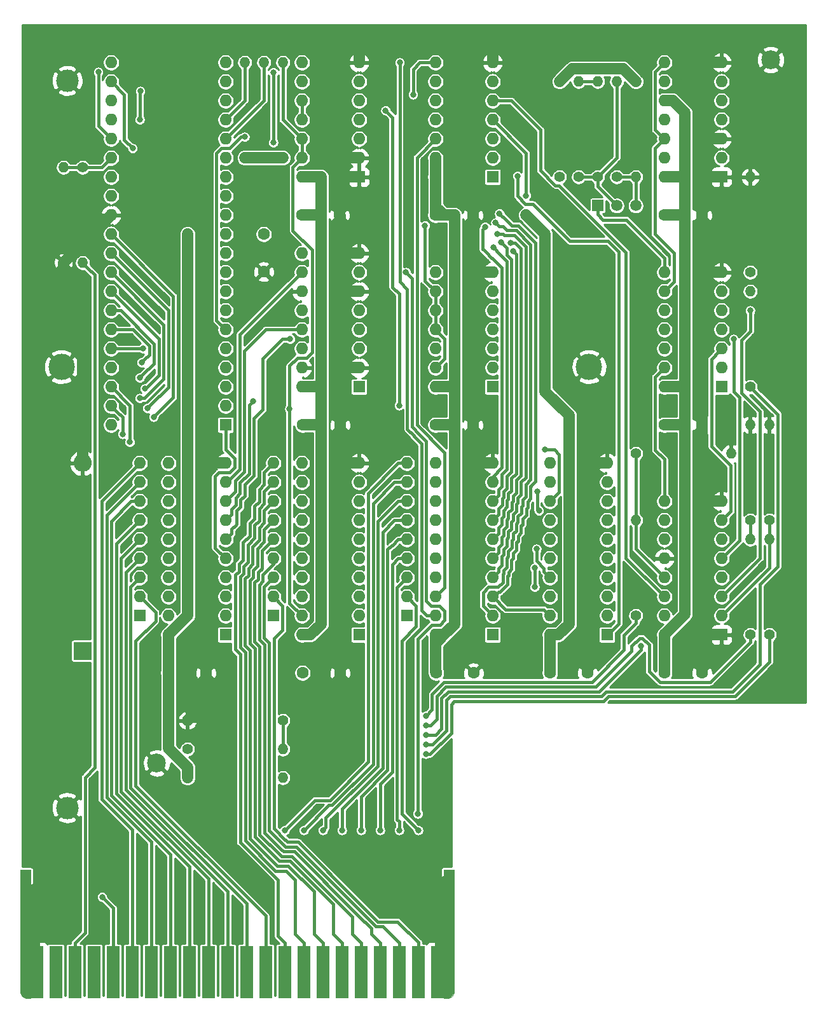
<source format=gbr>
G04 #@! TF.GenerationSoftware,KiCad,Pcbnew,(5.1.5)-3*
G04 #@! TF.CreationDate,2020-07-22T19:22:01-04:00*
G04 #@! TF.ProjectId,c64-cpm-true,6336342d-6370-46d2-9d74-7275652e6b69,B*
G04 #@! TF.SameCoordinates,Original*
G04 #@! TF.FileFunction,Copper,L2,Bot*
G04 #@! TF.FilePolarity,Positive*
%FSLAX46Y46*%
G04 Gerber Fmt 4.6, Leading zero omitted, Abs format (unit mm)*
G04 Created by KiCad (PCBNEW (5.1.5)-3) date 2020-07-22 19:22:01*
%MOMM*%
%LPD*%
G04 APERTURE LIST*
%ADD10C,0.100000*%
%ADD11C,0.500000*%
%ADD12O,1.600000X1.600000*%
%ADD13R,1.600000X1.600000*%
%ADD14O,1.400000X1.400000*%
%ADD15C,1.400000*%
%ADD16R,2.400000X2.400000*%
%ADD17O,2.400000X2.400000*%
%ADD18C,1.600000*%
%ADD19R,1.750000X7.000000*%
%ADD20C,3.000000*%
%ADD21C,3.500000*%
%ADD22C,2.500000*%
%ADD23C,1.500000*%
%ADD24R,1.500000X1.500000*%
%ADD25C,0.800000*%
%ADD26C,1.500000*%
%ADD27C,0.439000*%
%ADD28C,0.239000*%
G04 APERTURE END LIST*
D10*
G36*
X120459500Y-175387000D02*
G01*
X121158000Y-175387000D01*
X121602500Y-175133000D01*
X121856500Y-174688500D01*
X121856500Y-174434500D01*
X121856500Y-158305500D01*
X120459500Y-158305500D01*
X120459500Y-175387000D01*
G37*
X120459500Y-175387000D02*
X121158000Y-175387000D01*
X121602500Y-175133000D01*
X121856500Y-174688500D01*
X121856500Y-174434500D01*
X121856500Y-158305500D01*
X120459500Y-158305500D01*
X120459500Y-175387000D01*
G36*
X65468500Y-175387000D02*
G01*
X64770000Y-175387000D01*
X64325500Y-175133000D01*
X64071500Y-174688500D01*
X64071500Y-174434500D01*
X64071500Y-158305500D01*
X65468500Y-158305500D01*
X65468500Y-175387000D01*
G37*
X65468500Y-175387000D02*
X64770000Y-175387000D01*
X64325500Y-175133000D01*
X64071500Y-174688500D01*
X64071500Y-174434500D01*
X64071500Y-158305500D01*
X65468500Y-158305500D01*
X65468500Y-175387000D01*
D11*
X119849900Y-168719500D02*
G75*
G03X120675400Y-167894000I0J825500D01*
G01*
X65265300Y-167894000D02*
G75*
G03X66090800Y-168719500I825500J0D01*
G01*
D12*
X149860000Y-66040000D03*
X157480000Y-50800000D03*
X149860000Y-63500000D03*
X157480000Y-53340000D03*
X149860000Y-60960000D03*
X157480000Y-55880000D03*
X149860000Y-58420000D03*
X157480000Y-58420000D03*
X149860000Y-55880000D03*
X157480000Y-60960000D03*
X149860000Y-53340000D03*
X157480000Y-63500000D03*
X149860000Y-50800000D03*
D13*
X157480000Y-66040000D03*
X157480000Y-93980000D03*
D12*
X149860000Y-78740000D03*
X157480000Y-91440000D03*
X149860000Y-81280000D03*
X157480000Y-88900000D03*
X149860000Y-83820000D03*
X157480000Y-86360000D03*
X149860000Y-86360000D03*
X157480000Y-83820000D03*
X149860000Y-88900000D03*
X157480000Y-81280000D03*
X149860000Y-91440000D03*
X157480000Y-78740000D03*
X149860000Y-93980000D03*
D13*
X157480000Y-127000000D03*
D12*
X149860000Y-109220000D03*
X157480000Y-124460000D03*
X149860000Y-111760000D03*
X157480000Y-121920000D03*
X149860000Y-114300000D03*
X157480000Y-119380000D03*
X149860000Y-116840000D03*
X157480000Y-116840000D03*
X149860000Y-119380000D03*
X157480000Y-114300000D03*
X149860000Y-121920000D03*
X157480000Y-111760000D03*
X149860000Y-124460000D03*
X157480000Y-109220000D03*
X149860000Y-127000000D03*
D13*
X127000000Y-66040000D03*
D12*
X119380000Y-50800000D03*
X127000000Y-63500000D03*
X119380000Y-53340000D03*
X127000000Y-60960000D03*
X119380000Y-55880000D03*
X127000000Y-58420000D03*
X119380000Y-58420000D03*
X127000000Y-55880000D03*
X119380000Y-60960000D03*
X127000000Y-53340000D03*
X119380000Y-63500000D03*
X127000000Y-50800000D03*
X119380000Y-66040000D03*
D13*
X127000000Y-93980000D03*
D12*
X119380000Y-78740000D03*
X127000000Y-91440000D03*
X119380000Y-81280000D03*
X127000000Y-88900000D03*
X119380000Y-83820000D03*
X127000000Y-86360000D03*
X119380000Y-86360000D03*
X127000000Y-83820000D03*
X119380000Y-88900000D03*
X127000000Y-81280000D03*
X119380000Y-91440000D03*
X127000000Y-78740000D03*
X119380000Y-93980000D03*
D13*
X127000000Y-127000000D03*
D12*
X119380000Y-104140000D03*
X127000000Y-124460000D03*
X119380000Y-106680000D03*
X127000000Y-121920000D03*
X119380000Y-109220000D03*
X127000000Y-119380000D03*
X119380000Y-111760000D03*
X127000000Y-116840000D03*
X119380000Y-114300000D03*
X127000000Y-114300000D03*
X119380000Y-116840000D03*
X127000000Y-111760000D03*
X119380000Y-119380000D03*
X127000000Y-109220000D03*
X119380000Y-121920000D03*
X127000000Y-106680000D03*
X119380000Y-124460000D03*
X127000000Y-104140000D03*
X119380000Y-127000000D03*
X101600000Y-66040000D03*
X109220000Y-50800000D03*
X101600000Y-63500000D03*
X109220000Y-53340000D03*
X101600000Y-60960000D03*
X109220000Y-55880000D03*
X101600000Y-58420000D03*
X109220000Y-58420000D03*
X101600000Y-55880000D03*
X109220000Y-60960000D03*
X101600000Y-53340000D03*
X109220000Y-63500000D03*
X101600000Y-50800000D03*
D13*
X109220000Y-66040000D03*
D12*
X101600000Y-93980000D03*
X109220000Y-76200000D03*
X101600000Y-91440000D03*
X109220000Y-78740000D03*
X101600000Y-88900000D03*
X109220000Y-81280000D03*
X101600000Y-86360000D03*
X109220000Y-83820000D03*
X101600000Y-83820000D03*
X109220000Y-86360000D03*
X101600000Y-81280000D03*
X109220000Y-88900000D03*
X101600000Y-78740000D03*
X109220000Y-91440000D03*
X101600000Y-76200000D03*
D13*
X109220000Y-93980000D03*
X109220000Y-127000000D03*
D12*
X101600000Y-104140000D03*
X109220000Y-124460000D03*
X101600000Y-106680000D03*
X109220000Y-121920000D03*
X101600000Y-109220000D03*
X109220000Y-119380000D03*
X101600000Y-111760000D03*
X109220000Y-116840000D03*
X101600000Y-114300000D03*
X109220000Y-114300000D03*
X101600000Y-116840000D03*
X109220000Y-111760000D03*
X101600000Y-119380000D03*
X109220000Y-109220000D03*
X101600000Y-121920000D03*
X109220000Y-106680000D03*
X101600000Y-124460000D03*
X109220000Y-104140000D03*
X101600000Y-127000000D03*
D13*
X91440000Y-99060000D03*
D12*
X76200000Y-50800000D03*
X91440000Y-96520000D03*
X76200000Y-53340000D03*
X91440000Y-93980000D03*
X76200000Y-55880000D03*
X91440000Y-91440000D03*
X76200000Y-58420000D03*
X91440000Y-88900000D03*
X76200000Y-60960000D03*
X91440000Y-86360000D03*
X76200000Y-63500000D03*
X91440000Y-83820000D03*
X76200000Y-66040000D03*
X91440000Y-81280000D03*
X76200000Y-68580000D03*
X91440000Y-78740000D03*
X76200000Y-71120000D03*
X91440000Y-76200000D03*
X76200000Y-73660000D03*
X91440000Y-73660000D03*
X76200000Y-76200000D03*
X91440000Y-71120000D03*
X76200000Y-78740000D03*
X91440000Y-68580000D03*
X76200000Y-81280000D03*
X91440000Y-66040000D03*
X76200000Y-83820000D03*
X91440000Y-63500000D03*
X76200000Y-86360000D03*
X91440000Y-60960000D03*
X76200000Y-88900000D03*
X91440000Y-58420000D03*
X76200000Y-91440000D03*
X91440000Y-55880000D03*
X76200000Y-93980000D03*
X91440000Y-53340000D03*
X76200000Y-96520000D03*
X91440000Y-50800000D03*
X76200000Y-99060000D03*
X83820000Y-127000000D03*
X91440000Y-104140000D03*
X83820000Y-124460000D03*
X91440000Y-106680000D03*
X83820000Y-121920000D03*
X91440000Y-109220000D03*
X83820000Y-119380000D03*
X91440000Y-111760000D03*
X83820000Y-116840000D03*
X91440000Y-114300000D03*
X83820000Y-114300000D03*
X91440000Y-116840000D03*
X83820000Y-111760000D03*
X91440000Y-119380000D03*
X83820000Y-109220000D03*
X91440000Y-121920000D03*
X83820000Y-106680000D03*
X91440000Y-124460000D03*
X83820000Y-104140000D03*
D13*
X91440000Y-127000000D03*
X115570000Y-124460000D03*
D12*
X115570000Y-121920000D03*
X115570000Y-119380000D03*
X115570000Y-116840000D03*
X115570000Y-114300000D03*
X115570000Y-111760000D03*
X115570000Y-109220000D03*
X115570000Y-106680000D03*
X115570000Y-104140000D03*
D13*
X97790000Y-124460000D03*
D12*
X97790000Y-121920000D03*
X97790000Y-119380000D03*
X97790000Y-116840000D03*
X97790000Y-114300000D03*
X97790000Y-111760000D03*
X97790000Y-109220000D03*
X97790000Y-106680000D03*
X97790000Y-104140000D03*
X80010000Y-104140000D03*
X80010000Y-106680000D03*
X80010000Y-109220000D03*
X80010000Y-111760000D03*
X80010000Y-114300000D03*
X80010000Y-116840000D03*
X80010000Y-119380000D03*
X80010000Y-121920000D03*
D13*
X80010000Y-124460000D03*
D14*
X161290000Y-81280000D03*
D15*
X161290000Y-93980000D03*
X163830000Y-127000000D03*
D14*
X163830000Y-114300000D03*
D15*
X161290000Y-127000000D03*
D14*
X161290000Y-114300000D03*
X146050000Y-111760000D03*
D15*
X146050000Y-124460000D03*
D14*
X99060000Y-142240000D03*
D15*
X86360000Y-142240000D03*
D14*
X72390000Y-77470000D03*
D15*
X72390000Y-64770000D03*
X146050000Y-53340000D03*
D14*
X146050000Y-66040000D03*
X143510000Y-53340000D03*
D15*
X143510000Y-66040000D03*
X138430000Y-66040000D03*
D14*
X138430000Y-53340000D03*
D15*
X135890000Y-66040000D03*
D14*
X135890000Y-53340000D03*
X99060000Y-50800000D03*
D15*
X99060000Y-63500000D03*
X96520000Y-63500000D03*
D14*
X96520000Y-50800000D03*
X93980000Y-50800000D03*
D15*
X93980000Y-63500000D03*
X86360000Y-146050000D03*
D14*
X99060000Y-146050000D03*
D16*
X72390000Y-129140000D03*
D17*
X72390000Y-104140000D03*
D15*
X161290000Y-78740000D03*
D14*
X161290000Y-66040000D03*
X163830000Y-99060000D03*
D15*
X163830000Y-111760000D03*
X161290000Y-111760000D03*
D14*
X161290000Y-99060000D03*
X158750000Y-102870000D03*
D15*
X146050000Y-102870000D03*
X140970000Y-66040000D03*
D14*
X140970000Y-53340000D03*
X86360000Y-138430000D03*
D15*
X99060000Y-138430000D03*
X69850000Y-77470000D03*
D14*
X69850000Y-64770000D03*
D18*
X149860000Y-71120000D03*
X154860000Y-71120000D03*
X154860000Y-99060000D03*
X149860000Y-99060000D03*
X134620000Y-132080000D03*
X139620000Y-132080000D03*
X119380000Y-71120000D03*
X124380000Y-71120000D03*
X124380000Y-99060000D03*
X119380000Y-99060000D03*
X124460000Y-132080000D03*
X119460000Y-132080000D03*
X101600000Y-71120000D03*
X106600000Y-71120000D03*
X101680000Y-99060000D03*
X106680000Y-99060000D03*
X101680000Y-132080000D03*
X106680000Y-132080000D03*
X96520000Y-78660000D03*
X96520000Y-73660000D03*
X88820000Y-132080000D03*
X83820000Y-132080000D03*
X149860000Y-132080000D03*
X154860000Y-132080000D03*
D19*
X76454000Y-171958000D03*
X73914000Y-171958000D03*
X68834000Y-171958000D03*
X71374000Y-171958000D03*
X101854000Y-171958000D03*
X91694000Y-171958000D03*
X104394000Y-171958000D03*
X106934000Y-171958000D03*
X94234000Y-171958000D03*
X99314000Y-171958000D03*
X96774000Y-171958000D03*
X119634000Y-171958000D03*
X114554000Y-171958000D03*
X117094000Y-171958000D03*
X109474000Y-171958000D03*
X112014000Y-171958000D03*
X66294000Y-171958000D03*
X78994000Y-171958000D03*
X86614000Y-171958000D03*
X81534000Y-171958000D03*
X89154000Y-171958000D03*
X84074000Y-171958000D03*
D20*
X70358000Y-150050500D03*
X70358000Y-53213000D03*
D21*
X69596000Y-91313000D03*
D22*
X82264250Y-144097375D03*
D21*
X139842875Y-91313000D03*
D22*
X164020500Y-50419000D03*
D13*
X142240000Y-127000000D03*
D12*
X134620000Y-104140000D03*
X142240000Y-124460000D03*
X134620000Y-106680000D03*
X142240000Y-121920000D03*
X134620000Y-109220000D03*
X142240000Y-119380000D03*
X134620000Y-111760000D03*
X142240000Y-116840000D03*
X134620000Y-114300000D03*
X142240000Y-114300000D03*
X134620000Y-116840000D03*
X142240000Y-111760000D03*
X134620000Y-119380000D03*
X142240000Y-109220000D03*
X134620000Y-121920000D03*
X142240000Y-106680000D03*
X134620000Y-124460000D03*
X142240000Y-104140000D03*
X134620000Y-127000000D03*
D23*
X143510000Y-69850000D03*
X146050000Y-69850000D03*
D24*
X140970000Y-69850000D03*
D25*
X86360000Y-73660000D03*
X131445000Y-71120000D03*
X104076500Y-78740000D03*
X65976500Y-167957500D03*
X120078500Y-167957500D03*
X120777000Y-159829500D03*
X65024000Y-160972500D03*
X106680000Y-146050000D03*
X88836500Y-80010000D03*
X93662500Y-158496000D03*
X90424000Y-154305000D03*
X104521000Y-142176500D03*
X100965000Y-142240000D03*
X74930000Y-152844500D03*
X77279500Y-157924500D03*
X74676000Y-165735000D03*
X77787500Y-165798500D03*
X82931000Y-162242500D03*
X85344000Y-162369500D03*
X87947500Y-162496500D03*
X90424000Y-162750500D03*
X93027500Y-163512500D03*
X117919500Y-92710000D03*
X118110000Y-97663000D03*
X150431500Y-96393000D03*
X158496000Y-132207000D03*
X80264000Y-155003500D03*
X118201499Y-133830001D03*
X110553500Y-71183500D03*
X122936000Y-54546500D03*
X112077500Y-53911500D03*
X86868000Y-58610500D03*
X82677000Y-60896500D03*
X134239000Y-68707000D03*
X106680000Y-94170500D03*
X97980500Y-94361000D03*
X106680000Y-88963500D03*
X104076500Y-57975500D03*
X106600000Y-60913000D03*
X111823500Y-60960000D03*
X96202500Y-61595000D03*
X97536000Y-66294000D03*
X124380000Y-81995000D03*
X96583500Y-161036000D03*
X80327500Y-163131500D03*
X146748500Y-128460500D03*
X118110000Y-140335000D03*
X118110000Y-141605000D03*
X118110000Y-142875000D03*
X118110000Y-139065000D03*
X118110000Y-137795000D03*
X74993500Y-161925000D03*
X93980000Y-60706000D03*
X117030500Y-150812500D03*
X115443000Y-78740000D03*
X117983000Y-72517000D03*
X131445000Y-68516500D03*
X116395500Y-55054500D03*
X80073500Y-54610000D03*
X80010000Y-58420000D03*
X99949000Y-96901000D03*
X161290000Y-83820000D03*
X159067500Y-87630000D03*
X127381000Y-72136000D03*
X127635000Y-73660000D03*
X128143000Y-74739500D03*
X127063500Y-75374500D03*
X125984000Y-72707500D03*
X129730500Y-75946000D03*
X129413000Y-74803000D03*
X127889000Y-70929500D03*
X114554000Y-153035000D03*
X109474000Y-153035000D03*
X132842000Y-115570000D03*
X106934000Y-153035000D03*
X99314000Y-153035000D03*
X133921500Y-102362000D03*
X101854000Y-153035000D03*
X104394000Y-153035000D03*
X133159500Y-110490000D03*
X132905500Y-107950000D03*
X112014000Y-153035000D03*
X132588000Y-118110000D03*
X132588000Y-120650000D03*
X117094000Y-153035000D03*
X130302000Y-65913000D03*
X97790000Y-52133500D03*
X97790000Y-61468000D03*
X79057500Y-62230000D03*
X114554000Y-96456500D03*
X112744250Y-57181750D03*
X114617500Y-50800000D03*
X74485500Y-52070000D03*
X95123000Y-95885000D03*
X100012500Y-87630000D03*
X81851500Y-97980500D03*
X81026000Y-96837500D03*
X80010000Y-95504000D03*
X80708500Y-94234000D03*
X80010000Y-92773500D03*
X80264000Y-90741500D03*
X80454500Y-88900000D03*
X78676500Y-101346000D03*
X77724000Y-100266500D03*
D26*
X93980000Y-63500000D02*
X99060000Y-63500000D01*
X86360000Y-124460000D02*
X83820000Y-127000000D01*
X86360000Y-73660000D02*
X86360000Y-124460000D01*
X119380000Y-66040000D02*
X119380000Y-63500000D01*
X121920000Y-71120000D02*
X121920000Y-93980000D01*
X119380000Y-93980000D02*
X121920000Y-93980000D01*
X119380000Y-99060000D02*
X121920000Y-99060000D01*
X121920000Y-93980000D02*
X121920000Y-99060000D01*
X121920000Y-125591370D02*
X121920000Y-99060000D01*
X120511370Y-127000000D02*
X121920000Y-125591370D01*
X119380000Y-127000000D02*
X120511370Y-127000000D01*
X104140000Y-66040000D02*
X101600000Y-66040000D01*
X101600000Y-127000000D02*
X102731370Y-127000000D01*
X102731370Y-127000000D02*
X104140000Y-125591370D01*
X101600000Y-71120000D02*
X104140000Y-71120000D01*
X104140000Y-71120000D02*
X104140000Y-66040000D01*
X101600000Y-93980000D02*
X102731370Y-93980000D01*
X102731370Y-93980000D02*
X104140000Y-93980000D01*
X104140000Y-93980000D02*
X104140000Y-71120000D01*
X104140000Y-125591370D02*
X104140000Y-99060000D01*
X104140000Y-99060000D02*
X104140000Y-93980000D01*
X149860000Y-127000000D02*
X149860000Y-132080000D01*
X145350001Y-52640001D02*
X146050000Y-53340000D01*
X144349990Y-51639990D02*
X145350001Y-52640001D01*
X137590010Y-51639990D02*
X144349990Y-51639990D01*
X135890000Y-53340000D02*
X137590010Y-51639990D01*
X119380000Y-132000000D02*
X119460000Y-132080000D01*
X102811370Y-99060000D02*
X104140000Y-99060000D01*
X101680000Y-99060000D02*
X102811370Y-99060000D01*
X120511370Y-127011630D02*
X119380000Y-128143000D01*
X119380000Y-127000000D02*
X119380000Y-128143000D01*
X120511370Y-127000000D02*
X120511370Y-127011630D01*
X119380000Y-128143000D02*
X119380000Y-132000000D01*
X150991370Y-55880000D02*
X152590500Y-57479130D01*
X149860000Y-55880000D02*
X150991370Y-55880000D01*
X152590500Y-124269500D02*
X149860000Y-127000000D01*
X150991370Y-66040000D02*
X152590500Y-66040000D01*
X149860000Y-66040000D02*
X150991370Y-66040000D01*
X152590500Y-57479130D02*
X152590500Y-66040000D01*
X149860000Y-71120000D02*
X150991370Y-71120000D01*
X150991370Y-71120000D02*
X152590500Y-71120000D01*
X152590500Y-66040000D02*
X152590500Y-71120000D01*
X150991370Y-99060000D02*
X152590500Y-99060000D01*
X149860000Y-99060000D02*
X150991370Y-99060000D01*
X152590500Y-99060000D02*
X152590500Y-124269500D01*
X150991370Y-93980000D02*
X152590500Y-93980000D01*
X149860000Y-93980000D02*
X150991370Y-93980000D01*
X152590500Y-71120000D02*
X152590500Y-93980000D01*
X152590500Y-93980000D02*
X152590500Y-99060000D01*
X134620000Y-127000000D02*
X134620000Y-132080000D01*
X134620000Y-127000000D02*
X135751370Y-127000000D01*
X137160000Y-125591370D02*
X137160000Y-97790000D01*
X133985000Y-73660000D02*
X131445000Y-71120000D01*
X135751370Y-127000000D02*
X137160000Y-125591370D01*
X137160000Y-97790000D02*
X133985000Y-94615000D01*
X133985000Y-94615000D02*
X133985000Y-73660000D01*
X86360000Y-144682002D02*
X86360000Y-145060051D01*
X86360000Y-145060051D02*
X86360000Y-146050000D01*
X83820000Y-142142002D02*
X86360000Y-144682002D01*
X83820000Y-132080000D02*
X83820000Y-142142002D01*
X119380000Y-70040500D02*
X120459500Y-71120000D01*
X119380000Y-69151500D02*
X119380000Y-70040500D01*
X119380000Y-66040000D02*
X119380000Y-69151500D01*
X119380000Y-71120000D02*
X120459500Y-71120000D01*
X119380000Y-69151500D02*
X119380000Y-71120000D01*
X120459500Y-71120000D02*
X121920000Y-71120000D01*
X83820000Y-127000000D02*
X83820000Y-132080000D01*
X65976500Y-173524000D02*
X65976500Y-160909000D01*
X120777000Y-172444500D02*
X120777000Y-159829500D01*
X120078500Y-172698500D02*
X120078500Y-167957500D01*
X65024000Y-173587500D02*
X65024000Y-160972500D01*
X120078500Y-167957500D02*
X120078500Y-160083500D01*
X154860000Y-50816500D02*
X153093499Y-49049999D01*
X90599999Y-49049999D02*
X88820000Y-50829998D01*
X88820000Y-135970000D02*
X86360000Y-138430000D01*
X106834999Y-49049999D02*
X106600000Y-49284998D01*
X106834999Y-49049999D02*
X90599999Y-49049999D01*
X124380000Y-49610000D02*
X124380000Y-71120000D01*
X124940001Y-49049999D02*
X124380000Y-49610000D01*
X154876500Y-50800000D02*
X154860000Y-50816500D01*
X157480000Y-50800000D02*
X154876500Y-50800000D01*
X124460000Y-104140000D02*
X127000000Y-104140000D01*
X124380000Y-104060000D02*
X124460000Y-104140000D01*
X124380000Y-99060000D02*
X124380000Y-104060000D01*
X88820000Y-130948630D02*
X88820000Y-132080000D01*
X88820000Y-132080000D02*
X88820000Y-135970000D01*
X155180000Y-127000000D02*
X155116500Y-127063500D01*
X157480000Y-127000000D02*
X155180000Y-127000000D01*
X155116500Y-127063500D02*
X154876500Y-127063500D01*
X154860000Y-132080000D02*
X154876500Y-127063500D01*
X155053000Y-66167000D02*
X154876500Y-66167000D01*
X155180000Y-66040000D02*
X155053000Y-66167000D01*
X157480000Y-66040000D02*
X155180000Y-66040000D01*
X156348630Y-60960000D02*
X154876500Y-60960000D01*
X157480000Y-60960000D02*
X156348630Y-60960000D01*
X154876500Y-66167000D02*
X154876500Y-60960000D01*
X154876500Y-60960000D02*
X154860000Y-50816500D01*
X156348630Y-78740000D02*
X154876500Y-78740000D01*
X157480000Y-78740000D02*
X156348630Y-78740000D01*
X154876500Y-78740000D02*
X154876500Y-66167000D01*
X106680000Y-71200000D02*
X106600000Y-71120000D01*
X106680000Y-132080000D02*
X106680000Y-133211370D01*
X106680000Y-133211370D02*
X106680000Y-146050000D01*
X106680000Y-146050000D02*
X106680000Y-146050000D01*
X141108630Y-104140000D02*
X139700000Y-105548630D01*
X142240000Y-104140000D02*
X141108630Y-104140000D01*
X139700000Y-105548630D02*
X139700000Y-109220000D01*
X139620000Y-109300000D02*
X139620000Y-132080000D01*
X139700000Y-109220000D02*
X139620000Y-109300000D01*
X127000000Y-49085500D02*
X127000000Y-50800000D01*
X127035501Y-49049999D02*
X127000000Y-49085500D01*
X127035501Y-49049999D02*
X124940001Y-49049999D01*
X153093499Y-49049999D02*
X127035501Y-49049999D01*
X109220000Y-49212500D02*
X109220000Y-50800000D01*
X109382501Y-49049999D02*
X109220000Y-49212500D01*
X109382501Y-49049999D02*
X106834999Y-49049999D01*
X124940001Y-49049999D02*
X109382501Y-49049999D01*
X106774000Y-66040000D02*
X109220000Y-66040000D01*
X106600000Y-66214000D02*
X106774000Y-66040000D01*
X106600000Y-66214000D02*
X106600000Y-71120000D01*
X106710500Y-63500000D02*
X109220000Y-63500000D01*
X106600000Y-63610500D02*
X106600000Y-66214000D01*
X106600000Y-63610500D02*
X106710500Y-63500000D01*
X106600000Y-49284998D02*
X106600000Y-60913000D01*
X106680000Y-76009500D02*
X106870500Y-76200000D01*
X106680000Y-76009500D02*
X106680000Y-71200000D01*
X106870500Y-76200000D02*
X109220000Y-76200000D01*
X124380000Y-78312000D02*
X124808000Y-78740000D01*
X124380000Y-78312000D02*
X124380000Y-81995000D01*
X124808000Y-78740000D02*
X127000000Y-78740000D01*
X124380000Y-71120000D02*
X124380000Y-78312000D01*
X106680000Y-91440000D02*
X109220000Y-91440000D01*
X106743500Y-81280000D02*
X109220000Y-81280000D01*
X106680000Y-81216500D02*
X106743500Y-81280000D01*
X106680000Y-81216500D02*
X106680000Y-76009500D01*
X106680000Y-91440000D02*
X106680000Y-88963500D01*
X69850000Y-77470000D02*
X76200000Y-71120000D01*
X72390000Y-104140000D02*
X72390000Y-86614000D01*
X69850000Y-84074000D02*
X69850000Y-77470000D01*
X72390000Y-86614000D02*
X69850000Y-84074000D01*
X154876500Y-109093000D02*
X155003500Y-109220000D01*
X154876500Y-109093000D02*
X154876500Y-78740000D01*
X155003500Y-109220000D02*
X157480000Y-109220000D01*
X154876500Y-127063500D02*
X154876500Y-109093000D01*
X106680000Y-103886000D02*
X106680000Y-94170500D01*
X106934000Y-104140000D02*
X109220000Y-104140000D01*
X106680000Y-103886000D02*
X106934000Y-104140000D01*
X106680000Y-132080000D02*
X106680000Y-103886000D01*
X88963500Y-104140000D02*
X91440000Y-104140000D01*
X88820000Y-103996500D02*
X88963500Y-104140000D01*
X88820000Y-103996500D02*
X88820000Y-130948630D01*
X88820000Y-50829998D02*
X88820000Y-103996500D01*
X106680000Y-94170500D02*
X106680000Y-91440000D01*
X106680000Y-88963500D02*
X106680000Y-81216500D01*
X106600000Y-60913000D02*
X106600000Y-63610500D01*
X124380000Y-81995000D02*
X124380000Y-99060000D01*
D27*
X163830000Y-118110000D02*
X163830000Y-114300000D01*
X157480000Y-124460000D02*
X163830000Y-118110000D01*
X163830000Y-114300000D02*
X163830000Y-111760000D01*
X161290000Y-111760000D02*
X161290000Y-114300000D01*
X146050000Y-111760000D02*
X146050000Y-102870000D01*
X146748500Y-129026185D02*
X141197164Y-134577521D01*
X146748500Y-128460500D02*
X146748500Y-129026185D01*
X141197164Y-134577521D02*
X140734733Y-134577521D01*
X140734733Y-134577521D02*
X134366000Y-134577521D01*
X121058782Y-134577522D02*
X120201490Y-135434814D01*
X134366000Y-134577521D02*
X121058782Y-134577522D01*
X120201490Y-135434814D02*
X120201490Y-138684000D01*
X120201490Y-138684000D02*
X120201490Y-139513510D01*
X120201490Y-139513510D02*
X119380000Y-140335000D01*
X119380000Y-140335000D02*
X118110000Y-140335000D01*
X118110000Y-140335000D02*
X118110000Y-140335000D01*
X146050000Y-115570000D02*
X146050000Y-111760000D01*
X149860000Y-119380000D02*
X146050000Y-115570000D01*
X138430000Y-66040000D02*
X140970000Y-66040000D01*
X143510000Y-63500000D02*
X140970000Y-66040000D01*
X143510000Y-53340000D02*
X143510000Y-63500000D01*
X140970000Y-67310000D02*
X143510000Y-69850000D01*
X140970000Y-66040000D02*
X140970000Y-67310000D01*
X138430000Y-53340000D02*
X140970000Y-53340000D01*
X148640499Y-59740499D02*
X149060001Y-60160001D01*
X149060001Y-60160001D02*
X149860000Y-60960000D01*
X148640499Y-52019501D02*
X148640499Y-59740499D01*
X149860000Y-50800000D02*
X148640499Y-52019501D01*
X151130000Y-80010000D02*
X151130000Y-76200000D01*
X149860000Y-81280000D02*
X151130000Y-80010000D01*
X151130000Y-76200000D02*
X148590000Y-73660000D01*
X148590000Y-73660000D02*
X148590000Y-62230000D01*
X148590000Y-62230000D02*
X149225000Y-61595000D01*
X149225000Y-61595000D02*
X149860000Y-60960000D01*
X99060000Y-142240000D02*
X99060000Y-138430000D01*
X69850000Y-64770000D02*
X72390000Y-64770000D01*
X74930000Y-64770000D02*
X76200000Y-63500000D01*
X72390000Y-64770000D02*
X74930000Y-64770000D01*
X161989999Y-94679999D02*
X161290000Y-93980000D01*
X164949501Y-97639501D02*
X161989999Y-94679999D01*
X121323470Y-135216530D02*
X141461851Y-135216530D01*
X120840500Y-139778196D02*
X120840500Y-135699500D01*
X142125891Y-134552490D02*
X158944510Y-134552490D01*
X118110000Y-141605000D02*
X119013696Y-141605000D01*
X120840500Y-135699500D02*
X121323470Y-135216530D01*
X119013696Y-141605000D02*
X120840500Y-139778196D01*
X141461851Y-135216530D02*
X142125891Y-134552490D01*
X162560000Y-130937000D02*
X162560000Y-120283696D01*
X158944510Y-134552490D02*
X162560000Y-130937000D01*
X162560000Y-120283696D02*
X164949501Y-117894195D01*
X164949501Y-117894195D02*
X164949501Y-97639501D01*
X163830000Y-130619500D02*
X163830000Y-127000000D01*
X159258000Y-135191500D02*
X163830000Y-130619500D01*
X142390577Y-135191500D02*
X159258000Y-135191500D01*
X141726538Y-135855539D02*
X142390577Y-135191500D01*
X118675685Y-142875000D02*
X121487790Y-140062895D01*
X118110000Y-142875000D02*
X118675685Y-142875000D01*
X121487790Y-140062895D02*
X121487790Y-136255473D01*
X121887723Y-135855540D02*
X141726538Y-135855539D01*
X121487790Y-136255473D02*
X121887723Y-135855540D01*
X149274639Y-133299501D02*
X147828000Y-131852862D01*
X155980448Y-133299501D02*
X149274639Y-133299501D01*
X161290000Y-127000000D02*
X161290000Y-127989949D01*
X161290000Y-127989949D02*
X155980448Y-133299501D01*
X147828000Y-128327138D02*
X146945362Y-127444500D01*
X147828000Y-131852862D02*
X147828000Y-128327138D01*
X146551638Y-127444500D02*
X145478500Y-128517638D01*
X146945362Y-127444500D02*
X146551638Y-127444500D01*
X145478500Y-128517638D02*
X145478500Y-129159000D01*
X145478500Y-129159000D02*
X140698989Y-133938511D01*
X140698989Y-133938511D02*
X140470047Y-133938511D01*
X140470047Y-133938511D02*
X134048500Y-133938511D01*
X120794097Y-133938511D02*
X119562480Y-135170128D01*
X134048500Y-133938511D02*
X120794097Y-133938511D01*
X119562480Y-135170128D02*
X119562480Y-137555382D01*
X119562480Y-137555382D02*
X119562480Y-138247520D01*
X119562480Y-138247520D02*
X118745000Y-139065000D01*
X118745000Y-139065000D02*
X118110000Y-139065000D01*
X118110000Y-139065000D02*
X118110000Y-139065000D01*
X146050000Y-125449949D02*
X144462500Y-127037449D01*
X146050000Y-124460000D02*
X146050000Y-125449949D01*
X140205361Y-133299501D02*
X133299501Y-133299501D01*
X144462500Y-127037449D02*
X144462500Y-129042362D01*
X144462500Y-129042362D02*
X140205361Y-133299501D01*
X133299501Y-133299501D02*
X120529410Y-133299502D01*
X120529410Y-133299502D02*
X119484956Y-134343956D01*
X118923471Y-134905441D02*
X118923471Y-136600529D01*
X119484956Y-134343956D02*
X118923471Y-134905441D01*
X118923471Y-136600529D02*
X118923471Y-136981529D01*
X118923471Y-136981529D02*
X118110000Y-137795000D01*
X118110000Y-137795000D02*
X118110000Y-137795000D01*
X76454000Y-171958000D02*
X76454000Y-168019000D01*
X76454000Y-168019000D02*
X76454000Y-163385500D01*
X76454000Y-163385500D02*
X74993500Y-161925000D01*
X74993500Y-161925000D02*
X74993500Y-161925000D01*
X71374000Y-168019000D02*
X72707500Y-166685500D01*
X71374000Y-171958000D02*
X71374000Y-168019000D01*
X74009501Y-79089501D02*
X73089999Y-78169999D01*
X73089999Y-78169999D02*
X72390000Y-77470000D01*
X72707500Y-145986500D02*
X74009501Y-144684499D01*
X74009501Y-144684499D02*
X74009501Y-79089501D01*
X72707500Y-166685500D02*
X72707500Y-145986500D01*
X143510000Y-66040000D02*
X146050000Y-66040000D01*
X146050000Y-66040000D02*
X146050000Y-69850000D01*
X140970000Y-71039000D02*
X140970000Y-69850000D01*
X144780000Y-71755000D02*
X141686000Y-71755000D01*
X141686000Y-71755000D02*
X140970000Y-71039000D01*
X149860000Y-76835000D02*
X144780000Y-71755000D01*
X149860000Y-78740000D02*
X149860000Y-76835000D01*
X90220499Y-85140499D02*
X90220499Y-62941501D01*
X91440000Y-86360000D02*
X90220499Y-85140499D01*
X90220499Y-62914639D02*
X90905138Y-62230000D01*
X90220499Y-62941501D02*
X90220499Y-62914639D01*
X91974862Y-62230000D02*
X93498862Y-60706000D01*
X90905138Y-62230000D02*
X91974862Y-62230000D01*
X93498862Y-60706000D02*
X93980000Y-60706000D01*
X93980000Y-60706000D02*
X93980000Y-60706000D01*
X120599501Y-123874639D02*
X119914862Y-123190000D01*
X117030500Y-127544638D02*
X118895637Y-125679501D01*
X117030500Y-150812500D02*
X117030500Y-127544638D01*
X118895637Y-125679501D02*
X119965361Y-125679501D01*
X119965361Y-125679501D02*
X120599501Y-125045361D01*
X120599501Y-125045361D02*
X120599501Y-123874639D01*
X118160499Y-122505361D02*
X118160499Y-120980501D01*
X119914862Y-123190000D02*
X118845138Y-123190000D01*
X118845138Y-123190000D02*
X118160499Y-122505361D01*
X118160499Y-120980501D02*
X118160499Y-103518001D01*
X118160499Y-103518001D02*
X118160499Y-101269499D01*
X117221000Y-100281196D02*
X116264490Y-99324686D01*
X118160499Y-101269499D02*
X117221000Y-100330000D01*
X117221000Y-100330000D02*
X117221000Y-100281196D01*
X116264490Y-99324686D02*
X116264490Y-79561490D01*
X116264490Y-79561490D02*
X115443000Y-78740000D01*
X115443000Y-78740000D02*
X115443000Y-78740000D01*
X119380000Y-86360000D02*
X119380000Y-81280000D01*
X120179999Y-87159999D02*
X119380000Y-86360000D01*
X120599501Y-87579501D02*
X120179999Y-87159999D01*
X120599501Y-90220499D02*
X120599501Y-87579501D01*
X119380000Y-91440000D02*
X120599501Y-90220499D01*
X119380000Y-81280000D02*
X117983000Y-79883000D01*
X117983000Y-79883000D02*
X117983000Y-72517000D01*
X117983000Y-72517000D02*
X117983000Y-72517000D01*
X131445000Y-62865000D02*
X127000000Y-58420000D01*
X131445000Y-68516500D02*
X131445000Y-62865000D01*
X117284500Y-50800000D02*
X119380000Y-50800000D01*
X116395500Y-51689000D02*
X117284500Y-50800000D01*
X116395500Y-51689000D02*
X116395500Y-55054500D01*
X80010000Y-54673500D02*
X80073500Y-54610000D01*
X80010000Y-58420000D02*
X80010000Y-54673500D01*
X99060000Y-58420000D02*
X101600000Y-60960000D01*
X99060000Y-50800000D02*
X99060000Y-58420000D01*
X101600000Y-60960000D02*
X101600000Y-63500000D01*
X101600000Y-124460000D02*
X99949000Y-122809000D01*
X99949000Y-122809000D02*
X99949000Y-102171500D01*
X99949000Y-102171500D02*
X99949000Y-96901000D01*
X99949000Y-96901000D02*
X99949000Y-96901000D01*
X102185361Y-90119501D02*
X102933500Y-89371362D01*
X101014639Y-90119501D02*
X102185361Y-90119501D01*
X99949000Y-96901000D02*
X99949000Y-91185140D01*
X99949000Y-91185140D02*
X101014639Y-90119501D01*
X100800001Y-64299999D02*
X101600000Y-63500000D01*
X100380499Y-73175637D02*
X100380499Y-64719501D01*
X102933500Y-75728638D02*
X100380499Y-73175637D01*
X100380499Y-64719501D02*
X100800001Y-64299999D01*
X102933500Y-89371362D02*
X102933500Y-75728638D01*
X96520000Y-55880000D02*
X96520000Y-50800000D01*
X91440000Y-60960000D02*
X96520000Y-55880000D01*
X93980000Y-55880000D02*
X93980000Y-50800000D01*
X91440000Y-58420000D02*
X93980000Y-55880000D01*
X156680001Y-89699999D02*
X157480000Y-88900000D01*
X156680001Y-89763499D02*
X156680001Y-89699999D01*
X157480000Y-111760000D02*
X158699501Y-110540499D01*
X156146500Y-90297000D02*
X156680001Y-89763499D01*
X158699501Y-110540499D02*
X158699501Y-104476363D01*
X158699501Y-104476363D02*
X156146500Y-101923362D01*
X156146500Y-101923362D02*
X156146500Y-90297000D01*
X161290000Y-84385685D02*
X161290000Y-83820000D01*
X162560000Y-116840000D02*
X162560000Y-97218500D01*
X160147000Y-87757000D02*
X161290000Y-86614000D01*
X157480000Y-121920000D02*
X162560000Y-116840000D01*
X161290000Y-86614000D02*
X161290000Y-84385685D01*
X162560000Y-97218500D02*
X160147000Y-94805500D01*
X160147000Y-94805500D02*
X160147000Y-87757000D01*
X157480000Y-116840000D02*
X159766000Y-114554000D01*
X159766000Y-114554000D02*
X159869501Y-114450499D01*
X159869501Y-95431697D02*
X159067500Y-94629696D01*
X159869501Y-114450499D02*
X159869501Y-95431697D01*
X159067500Y-94629696D02*
X159067500Y-87630000D01*
X159067500Y-87630000D02*
X159067500Y-87630000D01*
X149860000Y-109220000D02*
X149860000Y-103632000D01*
X149060001Y-92239999D02*
X149860000Y-91440000D01*
X148640499Y-92659501D02*
X149060001Y-92239999D01*
X148640499Y-102412499D02*
X148640499Y-92659501D01*
X149860000Y-103632000D02*
X148640499Y-102412499D01*
X133350000Y-59753500D02*
X129476500Y-55880000D01*
X129476500Y-55880000D02*
X127000000Y-55880000D01*
X133350000Y-65156862D02*
X133350000Y-59753500D01*
X144716500Y-116776500D02*
X144716500Y-76073000D01*
X135352639Y-67159501D02*
X133350000Y-65156862D01*
X149860000Y-121920000D02*
X144716500Y-116776500D01*
X144716500Y-76073000D02*
X144403010Y-75759510D01*
X144403010Y-75759510D02*
X144403009Y-75744813D01*
X135817697Y-67159501D02*
X135352639Y-67159501D01*
X144403009Y-75744813D02*
X135817697Y-67159501D01*
X128843489Y-73153989D02*
X128333500Y-72644000D01*
X132053561Y-75064669D02*
X130142881Y-73153989D01*
X132053561Y-106313477D02*
X132053561Y-75064669D01*
X131414551Y-106952487D02*
X132053561Y-106313477D01*
X131414551Y-108588791D02*
X131414551Y-106952487D01*
X131000500Y-109807540D02*
X131000500Y-109002842D01*
X129540000Y-115408892D02*
X129540000Y-114471088D01*
X130356039Y-111256745D02*
X130826040Y-110786744D01*
X128333500Y-120015000D02*
X128333500Y-118950196D01*
X128858511Y-116788881D02*
X129078019Y-116569373D01*
X125730000Y-123190000D02*
X125730000Y-121385138D01*
X130826040Y-109982000D02*
X131000500Y-109807540D01*
X131000500Y-109002842D02*
X131414551Y-108588791D01*
X128460500Y-118378696D02*
X128858511Y-117980685D01*
X128460500Y-118823196D02*
X128460500Y-118378696D01*
X126465138Y-120650000D02*
X127698500Y-120650000D01*
X127000000Y-124460000D02*
X125730000Y-123190000D01*
X129078019Y-115870873D02*
X129540000Y-115408892D01*
X125730000Y-121385138D02*
X126465138Y-120650000D01*
X130142881Y-73153989D02*
X128843489Y-73153989D01*
X127698500Y-120650000D02*
X128333500Y-120015000D01*
X130826040Y-110786744D02*
X130826040Y-109982000D01*
X129078019Y-116569373D02*
X129078019Y-115870873D01*
X129540000Y-114471088D02*
X129730500Y-114280588D01*
X128858511Y-117980685D02*
X128858511Y-116788881D01*
X129730500Y-114280588D02*
X129730500Y-113545450D01*
X129730500Y-113545450D02*
X130136531Y-113139419D01*
X130136531Y-113139419D02*
X130136531Y-112238253D01*
X128333500Y-118950196D02*
X128460500Y-118823196D01*
X130136531Y-112238253D02*
X130356039Y-112018745D01*
X130356039Y-112018745D02*
X130356039Y-111256745D01*
X127889000Y-72644000D02*
X127381000Y-72136000D01*
X128333500Y-72644000D02*
X127889000Y-72644000D01*
X129878195Y-73792999D02*
X128529999Y-73792999D01*
X129078019Y-113294235D02*
X129497521Y-112874733D01*
X129078019Y-114029373D02*
X129078019Y-113294235D01*
X128858511Y-114248881D02*
X129078019Y-114029373D01*
X128439009Y-115606187D02*
X128858511Y-115186685D01*
X128219501Y-116524195D02*
X128439009Y-116304687D01*
X128858511Y-115186685D02*
X128858511Y-114248881D01*
X128439009Y-116304687D02*
X128439009Y-115606187D01*
X127000000Y-119380000D02*
X127799999Y-118580001D01*
X127799999Y-118580001D02*
X127799999Y-118135501D01*
X128219501Y-117715999D02*
X128219501Y-116524195D01*
X127799999Y-118135501D02*
X128219501Y-117715999D01*
X129497521Y-112874733D02*
X129497521Y-111973567D01*
X129497521Y-111973567D02*
X129717029Y-111754059D01*
X129717029Y-111754059D02*
X129717029Y-110992059D01*
X129717029Y-110992059D02*
X130187030Y-110522058D01*
X130187030Y-110522058D02*
X130187030Y-109647754D01*
X130187030Y-109647754D02*
X130356039Y-109478745D01*
X131414551Y-106048791D02*
X131414550Y-75329354D01*
X130356039Y-109478745D02*
X130356039Y-108743607D01*
X131414550Y-75329354D02*
X129878195Y-73792999D01*
X130356039Y-108743607D02*
X130775541Y-108324105D01*
X130775541Y-108324105D02*
X130775541Y-106687801D01*
X130775541Y-106687801D02*
X131414551Y-106048791D01*
X128397000Y-73660000D02*
X127635000Y-73660000D01*
X128529999Y-73792999D02*
X128397000Y-73660000D01*
X128270000Y-108853696D02*
X128439009Y-108684687D01*
X128270000Y-109728000D02*
X128270000Y-108853696D01*
X128439009Y-108684687D02*
X128439009Y-107949549D01*
X127000000Y-111760000D02*
X127799999Y-110960001D01*
X128858511Y-107530047D02*
X128858511Y-105893743D01*
X127799999Y-110198001D02*
X128270000Y-109728000D01*
X128858511Y-105893743D02*
X129497521Y-105254733D01*
X129497521Y-105254733D02*
X129497520Y-77031824D01*
X127799999Y-110960001D02*
X127799999Y-110198001D01*
X128439009Y-107949549D02*
X128858511Y-107530047D01*
X129497520Y-77031824D02*
X128905000Y-76439304D01*
X128905000Y-76439304D02*
X128905000Y-75501500D01*
X128905000Y-75501500D02*
X128143000Y-74739500D01*
X128143000Y-74739500D02*
X128143000Y-74739500D01*
X127508000Y-75819000D02*
X127063500Y-75374500D01*
X127508000Y-75946000D02*
X127508000Y-75819000D01*
X128858511Y-77296511D02*
X127508000Y-75946000D01*
X127000000Y-109220000D02*
X127799999Y-108420001D01*
X127799999Y-107684863D02*
X128219501Y-107265361D01*
X128858511Y-104990047D02*
X128858511Y-77296511D01*
X127799999Y-108420001D02*
X127799999Y-107684863D01*
X128219501Y-107265361D02*
X128219501Y-105629057D01*
X128219501Y-105629057D02*
X128858511Y-104990047D01*
X127000000Y-105944862D02*
X128219501Y-104725361D01*
X127000000Y-106680000D02*
X127000000Y-105944862D01*
X128219501Y-104725361D02*
X128219501Y-103886000D01*
X128219501Y-103886000D02*
X128219501Y-103137001D01*
X128219501Y-78154639D02*
X126899862Y-76835000D01*
X128219501Y-103137001D02*
X128219501Y-78154639D01*
X126899862Y-76835000D02*
X126873000Y-76835000D01*
X126873000Y-76835000D02*
X126047500Y-76009500D01*
X126047500Y-76009500D02*
X125730000Y-75692000D01*
X125730000Y-75692000D02*
X125666500Y-75628500D01*
X125666500Y-75628500D02*
X125666500Y-73025000D01*
X125666500Y-73025000D02*
X125984000Y-72707500D01*
X125984000Y-72707500D02*
X125984000Y-72707500D01*
X127799999Y-112764863D02*
X128219501Y-112345361D01*
X127000000Y-114300000D02*
X127799999Y-113500001D01*
X127799999Y-113500001D02*
X127799999Y-112764863D01*
X128219501Y-111444195D02*
X128439009Y-111224687D01*
X128219501Y-112345361D02*
X128219501Y-111444195D01*
X128439009Y-110462687D02*
X128909010Y-109992686D01*
X128439009Y-111224687D02*
X128439009Y-110462687D01*
X128909010Y-109118382D02*
X129078019Y-108949373D01*
X128909010Y-109992686D02*
X128909010Y-109118382D01*
X129078019Y-108214235D02*
X129497521Y-107794733D01*
X129078019Y-108949373D02*
X129078019Y-108214235D01*
X129497521Y-106158429D02*
X130136531Y-105519419D01*
X129497521Y-107794733D02*
X129497521Y-106158429D01*
X130136531Y-105519419D02*
X130136531Y-103886000D01*
X130136531Y-77495031D02*
X130136529Y-77495029D01*
X130136531Y-103886000D02*
X130136531Y-77495031D01*
X130136529Y-77368029D02*
X130136529Y-76352029D01*
X130136531Y-77495031D02*
X130136531Y-77368031D01*
X130136531Y-77368031D02*
X130136529Y-77368029D01*
X130136529Y-76352029D02*
X129730500Y-75946000D01*
X129984500Y-74803000D02*
X129413000Y-74803000D01*
X130136531Y-106423115D02*
X130775541Y-105784105D01*
X129717029Y-108478921D02*
X130136531Y-108059419D01*
X129548020Y-109383068D02*
X129717029Y-109214059D01*
X129548020Y-110257372D02*
X129548020Y-109383068D01*
X128219501Y-114921999D02*
X128219501Y-113984195D01*
X130136531Y-108059419D02*
X130136531Y-106423115D01*
X127799999Y-115341501D02*
X128219501Y-114921999D01*
X130775541Y-105784105D02*
X130775541Y-75594041D01*
X127000000Y-116840000D02*
X127799999Y-116040001D01*
X130775541Y-75594041D02*
X129984500Y-74803000D01*
X129717029Y-109214059D02*
X129717029Y-108478921D01*
X128858511Y-112610047D02*
X128858511Y-111708881D01*
X129078019Y-110727373D02*
X129548020Y-110257372D01*
X128219501Y-113984195D02*
X128439009Y-113764687D01*
X127799999Y-116040001D02*
X127799999Y-115341501D01*
X128439009Y-113764687D02*
X128439009Y-113029549D01*
X128439009Y-113029549D02*
X128858511Y-112610047D01*
X128858511Y-111708881D02*
X129078019Y-111489373D01*
X129078019Y-111489373D02*
X129078019Y-110727373D01*
X134620000Y-124460000D02*
X134119002Y-123959002D01*
X128714500Y-123634500D02*
X127000000Y-121920000D01*
X134620000Y-124460000D02*
X133794500Y-123634500D01*
X133794500Y-123634500D02*
X128714500Y-123634500D01*
X128288999Y-71329499D02*
X127889000Y-70929500D01*
X128378001Y-71329499D02*
X128288999Y-71329499D01*
X128397000Y-71310500D02*
X128378001Y-71329499D01*
X129601479Y-72514979D02*
X128397000Y-71310500D01*
X130407567Y-72514979D02*
X129601479Y-72514979D01*
X132692570Y-74799982D02*
X130407567Y-72514979D01*
X132692571Y-106578163D02*
X132692570Y-74799982D01*
X132080000Y-107190734D02*
X132692571Y-106578163D01*
X132080000Y-107251500D02*
X132080000Y-107190734D01*
X132053560Y-108853478D02*
X132053560Y-107277940D01*
X131639510Y-109267528D02*
X132053560Y-108853478D01*
X129717029Y-116834059D02*
X129717029Y-116135559D01*
X129099510Y-118643382D02*
X129497521Y-118245371D01*
X129497521Y-117053567D02*
X129717029Y-116834059D01*
X130369510Y-114545274D02*
X130369510Y-113810136D01*
X132053560Y-107277940D02*
X132080000Y-107251500D01*
X127000000Y-121920000D02*
X127190500Y-121920000D01*
X129497521Y-118245371D02*
X129497521Y-117053567D01*
X127821490Y-121289010D02*
X127963187Y-121289009D01*
X131465050Y-110246686D02*
X131639510Y-110072226D01*
X127190500Y-121920000D02*
X127821490Y-121289010D01*
X130369510Y-113810136D02*
X130775541Y-113404105D01*
X129099510Y-119087882D02*
X129099510Y-118643382D01*
X127963187Y-121289009D02*
X128972510Y-120279686D01*
X129717029Y-116135559D02*
X130179010Y-115673578D01*
X130179010Y-115673578D02*
X130179010Y-114735774D01*
X128972510Y-120279686D02*
X128972510Y-119214882D01*
X130179010Y-114735774D02*
X130369510Y-114545274D01*
X130775541Y-113404105D02*
X130775541Y-112502939D01*
X130775541Y-112502939D02*
X130995049Y-112283431D01*
X130995049Y-112283431D02*
X130995049Y-111521431D01*
X128972510Y-119214882D02*
X129099510Y-119087882D01*
X131639510Y-110072226D02*
X131639510Y-109267528D01*
X130995049Y-111521431D02*
X131465050Y-111051430D01*
X131465050Y-111051430D02*
X131465050Y-110246686D01*
X114554000Y-151892000D02*
X114554000Y-153035000D01*
X114273561Y-151611561D02*
X114554000Y-151892000D01*
X115570000Y-119380000D02*
X114273561Y-120676439D01*
X114273561Y-120676439D02*
X114273561Y-151611561D01*
X114438630Y-114300000D02*
X115570000Y-114300000D01*
X113613130Y-115125500D02*
X114438630Y-114300000D01*
X109474000Y-148524720D02*
X112995541Y-145003179D01*
X109474000Y-153035000D02*
X109474000Y-148524720D01*
X112995541Y-145003179D02*
X112995541Y-115667959D01*
X112995541Y-115667959D02*
X113538000Y-115125500D01*
X113538000Y-115125500D02*
X113613130Y-115125500D01*
X133820001Y-118580001D02*
X134620000Y-119380000D01*
X132842000Y-117151138D02*
X133820001Y-118129139D01*
X133820001Y-118129139D02*
X133820001Y-118580001D01*
X132842000Y-115570000D02*
X132842000Y-117151138D01*
X113919000Y-111760000D02*
X115570000Y-111760000D01*
X112356531Y-113322469D02*
X113919000Y-111760000D01*
X112356531Y-144738493D02*
X112356531Y-113322469D01*
X106934000Y-153035000D02*
X106934000Y-150161024D01*
X106934000Y-150161024D02*
X112356531Y-144738493D01*
X103314500Y-149034500D02*
X99314000Y-153035000D01*
X114438630Y-104140000D02*
X110439501Y-108139129D01*
X115570000Y-104140000D02*
X114438630Y-104140000D01*
X105349436Y-149034500D02*
X103314500Y-149034500D01*
X110439501Y-108139129D02*
X110439501Y-143944435D01*
X110439501Y-143944435D02*
X105349436Y-149034500D01*
X135839501Y-108000499D02*
X135839501Y-103010001D01*
X134620000Y-109220000D02*
X135839501Y-108000499D01*
X135839501Y-103010001D02*
X135191500Y-102362000D01*
X135191500Y-102362000D02*
X135191500Y-102362000D01*
X135191500Y-102362000D02*
X133921500Y-102362000D01*
X113919000Y-106680000D02*
X115570000Y-106680000D01*
X105215490Y-149673510D02*
X105614123Y-149673509D01*
X101854000Y-153035000D02*
X105215490Y-149673510D01*
X105614123Y-149673509D02*
X111078511Y-144209121D01*
X111078511Y-109520489D02*
X113919000Y-106680000D01*
X111078511Y-144209121D02*
X111078511Y-109520489D01*
X104793999Y-152635001D02*
X104793999Y-151397329D01*
X111717521Y-111941109D02*
X114438630Y-109220000D01*
X114438630Y-109220000D02*
X115570000Y-109220000D01*
X104793999Y-151397329D02*
X111717521Y-144473807D01*
X104394000Y-153035000D02*
X104793999Y-152635001D01*
X111717521Y-144473807D02*
X111717521Y-111941109D01*
X133159500Y-110490000D02*
X133096000Y-110490000D01*
X132905500Y-110236000D02*
X133159500Y-110490000D01*
X132905500Y-107950000D02*
X132905500Y-110236000D01*
X113634551Y-117644079D02*
X114438630Y-116840000D01*
X113634551Y-145267865D02*
X113634551Y-117644079D01*
X112014000Y-153035000D02*
X112014000Y-146888416D01*
X114438630Y-116840000D02*
X115570000Y-116840000D01*
X112014000Y-146888416D02*
X113634551Y-145267865D01*
X132588000Y-118110000D02*
X132588000Y-120650000D01*
X114912571Y-150853571D02*
X117094000Y-153035000D01*
X114912571Y-127784429D02*
X114912571Y-150853571D01*
X116789501Y-125907499D02*
X114912571Y-127784429D01*
X115570000Y-121920000D02*
X116789501Y-123139501D01*
X116789501Y-123139501D02*
X116789501Y-125907499D01*
X116903500Y-63436500D02*
X119380000Y-60960000D01*
X116903500Y-99060000D02*
X116903500Y-63436500D01*
X120599501Y-102756001D02*
X116903500Y-99060000D01*
X119380000Y-121920000D02*
X120599501Y-120700499D01*
X120599501Y-120700499D02*
X120599501Y-102756001D01*
X142240000Y-127000000D02*
X142303500Y-127000000D01*
X142303500Y-127000000D02*
X143319500Y-125984000D01*
X143319500Y-125984000D02*
X143764000Y-125539500D01*
X143764000Y-125539500D02*
X143764000Y-76073000D01*
X143764000Y-76073000D02*
X143764000Y-76009500D01*
X143764000Y-76009500D02*
X142303500Y-74549000D01*
X142303500Y-74549000D02*
X137223500Y-74549000D01*
X137223500Y-74549000D02*
X132334000Y-69659500D01*
X131375138Y-69659500D02*
X130302000Y-68586362D01*
X132334000Y-69659500D02*
X131375138Y-69659500D01*
X130302000Y-68586362D02*
X130302000Y-65913000D01*
X130302000Y-65913000D02*
X130302000Y-65913000D01*
X97790000Y-61468000D02*
X97790000Y-52133500D01*
X77914500Y-55054500D02*
X76200000Y-53340000D01*
X77914500Y-61087000D02*
X79057500Y-62230000D01*
X77914500Y-55054500D02*
X77914500Y-61087000D01*
X114554000Y-96456500D02*
X114554000Y-87122000D01*
X114554000Y-87122000D02*
X114554000Y-81597500D01*
X114554000Y-81597500D02*
X113665000Y-80708500D01*
X113665000Y-80708500D02*
X113665000Y-63182500D01*
X113665000Y-63182500D02*
X113665000Y-61912500D01*
X113665000Y-61912500D02*
X113665000Y-58102500D01*
X113665000Y-58102500D02*
X112744250Y-57181750D01*
X112744250Y-57181750D02*
X112712500Y-57150000D01*
X117521489Y-121221500D02*
X117521489Y-123732859D01*
X118248630Y-124460000D02*
X119380000Y-124460000D01*
X117521489Y-123732859D02*
X118248630Y-124460000D01*
X117521489Y-121221500D02*
X117521489Y-103759000D01*
X117521489Y-103759000D02*
X117521489Y-101582989D01*
X116522500Y-100486392D02*
X115625480Y-99589372D01*
X117521489Y-101582989D02*
X116522500Y-100584000D01*
X116522500Y-100584000D02*
X116522500Y-100486392D01*
X115625480Y-99589372D02*
X115625480Y-81280000D01*
X115625480Y-81280000D02*
X115625480Y-81017980D01*
X114623499Y-80015999D02*
X114617500Y-50800000D01*
X115625480Y-81017980D02*
X114623499Y-80015999D01*
X114617500Y-50800000D02*
X114623499Y-50805999D01*
X74485500Y-59245500D02*
X76200000Y-60960000D01*
X74485500Y-52070000D02*
X74485500Y-59245500D01*
X101600000Y-55880000D02*
X101600000Y-58420000D01*
X92239999Y-110960001D02*
X92239999Y-110261501D01*
X91440000Y-111760000D02*
X92239999Y-110960001D01*
X92239999Y-110261501D02*
X92773500Y-109728000D01*
X92773500Y-108790196D02*
X93349010Y-108214686D01*
X92773500Y-109728000D02*
X92773500Y-108790196D01*
X93349010Y-108214686D02*
X93349010Y-106746940D01*
X94576531Y-105519419D02*
X94576531Y-102527469D01*
X93349010Y-106746940D02*
X94576531Y-105519419D01*
X94576531Y-102527469D02*
X94576531Y-97472500D01*
X94576531Y-97472500D02*
X94576531Y-96431469D01*
X94576531Y-96431469D02*
X95123000Y-95885000D01*
X95123000Y-95885000D02*
X95123000Y-95885000D01*
X92239999Y-113500001D02*
X92239999Y-112928501D01*
X91440000Y-114300000D02*
X92239999Y-113500001D01*
X92239999Y-112928501D02*
X92773500Y-112395000D01*
X92773500Y-112395000D02*
X92907848Y-112260652D01*
X92907848Y-110497348D02*
X93412510Y-109992686D01*
X92907848Y-112260652D02*
X92907848Y-110497348D01*
X93412510Y-109054882D02*
X93988020Y-108479372D01*
X93412510Y-109992686D02*
X93412510Y-109054882D01*
X93988020Y-108479372D02*
X93988020Y-107011626D01*
X93988020Y-107011626D02*
X95215541Y-105784105D01*
X95215541Y-105784105D02*
X95215541Y-102552500D01*
X95215541Y-102552500D02*
X95215541Y-98205459D01*
X95215541Y-98205459D02*
X96393000Y-97028000D01*
X96393000Y-97028000D02*
X96393000Y-94043500D01*
X96393000Y-94043500D02*
X96393000Y-90233500D01*
X96393000Y-90233500D02*
X98996500Y-87630000D01*
X98996500Y-87630000D02*
X100012500Y-87630000D01*
X100012500Y-87630000D02*
X100012500Y-87630000D01*
X98298000Y-82042000D02*
X101600000Y-78740000D01*
X93298511Y-87041489D02*
X98298000Y-82042000D01*
X93298511Y-104990047D02*
X93298511Y-87041489D01*
X91440000Y-106680000D02*
X91608558Y-106680000D01*
X91608558Y-106680000D02*
X93298511Y-104990047D01*
X96774000Y-86360000D02*
X101600000Y-86360000D01*
X92710000Y-107950000D02*
X92710000Y-106482254D01*
X91440000Y-109220000D02*
X92710000Y-107950000D01*
X93937521Y-105254733D02*
X93937521Y-89196479D01*
X92710000Y-106482254D02*
X93937521Y-105254733D01*
X93937521Y-89196479D02*
X96774000Y-86360000D01*
X96570499Y-106995805D02*
X96570499Y-105359501D01*
X95931490Y-107634814D02*
X96570499Y-106995805D01*
X95931489Y-109271119D02*
X95931490Y-107634814D01*
X95292481Y-109910127D02*
X95931489Y-109271119D01*
X95292480Y-111546432D02*
X95292481Y-109910127D01*
X94653472Y-112185440D02*
X95292480Y-111546432D01*
X94653471Y-113821745D02*
X94653472Y-112185440D01*
X93742592Y-114732624D02*
X94653471Y-113821745D01*
X93742591Y-117067429D02*
X93742592Y-114732624D01*
X96570499Y-105359501D02*
X96990001Y-104939999D01*
X98361500Y-159621234D02*
X93417420Y-154677154D01*
X98361500Y-167066500D02*
X98361500Y-159621234D01*
X93417420Y-154677154D02*
X93417420Y-129637096D01*
X99314000Y-168019000D02*
X98361500Y-167066500D01*
X99314000Y-171958000D02*
X99314000Y-168019000D01*
X93197953Y-118549871D02*
X93197954Y-117612066D01*
X92736439Y-128956115D02*
X92736439Y-123608061D01*
X96990001Y-104939999D02*
X97790000Y-104140000D01*
X93197954Y-117612066D02*
X93742591Y-117067429D01*
X92736443Y-119011381D02*
X93197953Y-118549871D01*
X93417420Y-129637096D02*
X92736439Y-128956115D01*
X92736439Y-123608061D02*
X92736442Y-123608058D01*
X92736442Y-123608058D02*
X92736443Y-119011381D01*
X94056430Y-154412468D02*
X94056430Y-129372410D01*
X98076464Y-158432500D02*
X94056430Y-154412468D01*
X101854000Y-168019000D02*
X100711000Y-166876000D01*
X94056430Y-129372410D02*
X93375449Y-128691429D01*
X101854000Y-171958000D02*
X101854000Y-168019000D01*
X100711000Y-166876000D02*
X100711000Y-159639000D01*
X100711000Y-159639000D02*
X99504500Y-158432500D01*
X99504500Y-158432500D02*
X98076464Y-158432500D01*
X93375449Y-128620551D02*
X93375451Y-128620549D01*
X93375449Y-128691429D02*
X93375449Y-128620551D01*
X93375451Y-128620549D02*
X93375452Y-119276068D01*
X93836962Y-118814558D02*
X93836963Y-117876753D01*
X93375452Y-119276068D02*
X93836962Y-118814558D01*
X93836963Y-117876753D02*
X94381600Y-117332116D01*
X94381600Y-117332116D02*
X94381601Y-114997311D01*
X95292480Y-114086432D02*
X95292481Y-112450127D01*
X94381601Y-114997311D02*
X95292480Y-114086432D01*
X95292481Y-112450127D02*
X95931489Y-111811119D01*
X95931489Y-111811119D02*
X95931490Y-110174814D01*
X96570499Y-109535805D02*
X96570499Y-107899501D01*
X96990001Y-107479999D02*
X97790000Y-106680000D01*
X96570499Y-107899501D02*
X96990001Y-107479999D01*
X95931490Y-110174814D02*
X96570499Y-109535805D01*
X96990001Y-110019999D02*
X97790000Y-109220000D01*
X96570499Y-110439501D02*
X96990001Y-110019999D01*
X95931490Y-112714814D02*
X96570499Y-112075805D01*
X95020610Y-115261998D02*
X95931489Y-114351119D01*
X94475972Y-118141440D02*
X95020609Y-117596803D01*
X96570499Y-112075805D02*
X96570499Y-110439501D01*
X95931489Y-114351119D02*
X95931490Y-112714814D01*
X94695440Y-129107724D02*
X94014460Y-128426742D01*
X104394000Y-168019000D02*
X103187500Y-166812500D01*
X103187500Y-166812500D02*
X103187500Y-161211804D01*
X103187500Y-161211804D02*
X99769187Y-157793491D01*
X99769187Y-157793491D02*
X98341149Y-157793490D01*
X94475971Y-119079245D02*
X94475972Y-118141440D01*
X98341149Y-157793490D02*
X94695440Y-154147782D01*
X104394000Y-171958000D02*
X104394000Y-168019000D01*
X94695440Y-154147782D02*
X94695440Y-129107724D01*
X94014460Y-128426742D02*
X94014461Y-119540755D01*
X95020609Y-117596803D02*
X95020610Y-115261998D01*
X94014461Y-119540755D02*
X94475971Y-119079245D01*
X96990001Y-112559999D02*
X97790000Y-111760000D01*
X95659619Y-115526685D02*
X96570499Y-114615805D01*
X95659618Y-117861490D02*
X95659619Y-115526685D01*
X96570499Y-112979501D02*
X96990001Y-112559999D01*
X100033874Y-157154482D02*
X98607481Y-157154481D01*
X94653470Y-119805442D02*
X95114980Y-119343932D01*
X105727500Y-162848108D02*
X100033874Y-157154482D01*
X98607481Y-157154481D02*
X98314036Y-156861036D01*
X96570499Y-114615805D02*
X96570499Y-112979501D01*
X105727500Y-166812500D02*
X105727500Y-162848108D01*
X98314036Y-156861036D02*
X98312390Y-156861036D01*
X106934000Y-171958000D02*
X106934000Y-168019000D01*
X95114981Y-118406127D02*
X95659618Y-117861490D01*
X94653469Y-128162057D02*
X94653470Y-119805442D01*
X95114980Y-119343932D02*
X95114981Y-118406127D01*
X98312390Y-156861036D02*
X95334450Y-153883096D01*
X95334450Y-153883096D02*
X95334450Y-128843038D01*
X106934000Y-168019000D02*
X105727500Y-166812500D01*
X95334450Y-128843038D02*
X94653469Y-128162057D01*
X96990001Y-115099999D02*
X97790000Y-114300000D01*
X96298628Y-115791372D02*
X96990001Y-115099999D01*
X96124304Y-118300500D02*
X96160942Y-118300500D01*
X95753990Y-118670814D02*
X96124304Y-118300500D01*
X95753990Y-119608618D02*
X95753990Y-118670814D01*
X96160942Y-118300500D02*
X96298628Y-118162814D01*
X95292479Y-120070129D02*
X95753990Y-119608618D01*
X96298628Y-118162814D02*
X96298628Y-115791372D01*
X100298561Y-156515473D02*
X98872168Y-156515472D01*
X109474000Y-168019000D02*
X108331000Y-166876000D01*
X108331000Y-166876000D02*
X108331000Y-164547912D01*
X98872168Y-156515472D02*
X98578723Y-156222027D01*
X95292479Y-127897371D02*
X95292479Y-120070129D01*
X108331000Y-164547912D02*
X100298561Y-156515473D01*
X95973460Y-128578352D02*
X95292479Y-127897371D01*
X109474000Y-171958000D02*
X109474000Y-168019000D01*
X98578723Y-156222027D02*
X98577077Y-156222027D01*
X98577077Y-156222027D02*
X95973460Y-153618410D01*
X95973460Y-153618410D02*
X95973460Y-128578352D01*
X112014000Y-168019000D02*
X112014000Y-171958000D01*
X110809500Y-166814500D02*
X112014000Y-168019000D01*
X110809500Y-166118000D02*
X110809500Y-166814500D01*
X108974725Y-164283225D02*
X110809500Y-166118000D01*
X100563248Y-155876464D02*
X108970009Y-164283225D01*
X98841763Y-155583017D02*
X98843409Y-155583017D01*
X108970009Y-164283225D02*
X108974725Y-164283225D01*
X98843409Y-155583017D02*
X99136855Y-155876463D01*
X99136855Y-155876463D02*
X100563248Y-155876464D01*
X97200623Y-153941877D02*
X98841763Y-155583017D01*
X97048050Y-153789304D02*
X97200623Y-153941877D01*
X97790000Y-117538500D02*
X97790000Y-116840000D01*
X96937638Y-118427500D02*
X96937638Y-118390862D01*
X96393000Y-119873304D02*
X96393000Y-118972138D01*
X96612470Y-153353724D02*
X96612470Y-128313666D01*
X96612470Y-128313666D02*
X95931489Y-127632685D01*
X96393000Y-118972138D02*
X96937638Y-118427500D01*
X95931489Y-120334815D02*
X96393000Y-119873304D01*
X97200623Y-153941877D02*
X96612470Y-153353724D01*
X96937638Y-118390862D02*
X97790000Y-117538500D01*
X95931489Y-127632685D02*
X95931489Y-120334815D01*
X111448509Y-165853313D02*
X111624313Y-165853313D01*
X114554000Y-168019000D02*
X114554000Y-171958000D01*
X111448509Y-165853313D02*
X112388313Y-165853313D01*
X112388313Y-165853313D02*
X114554000Y-168019000D01*
X100827935Y-155237455D02*
X99401542Y-155237454D01*
X99401542Y-155237454D02*
X99108096Y-154944008D01*
X109234695Y-163644215D02*
X100827935Y-155237455D01*
X109239412Y-163644216D02*
X109234695Y-163644215D01*
X111448509Y-165853313D02*
X109239412Y-163644216D01*
X99108096Y-154944008D02*
X99106451Y-154944009D01*
X97251480Y-128048980D02*
X97251480Y-153089038D01*
X97251480Y-153089038D02*
X97842971Y-153680529D01*
X96570499Y-120599501D02*
X96570499Y-127367999D01*
X99106451Y-154944009D02*
X97842971Y-153680529D01*
X97790000Y-119380000D02*
X96570499Y-120599501D01*
X97842971Y-153680529D02*
X97687060Y-153524618D01*
X96570499Y-127367999D02*
X97251480Y-128048980D01*
X117094000Y-167957500D02*
X117094000Y-171958000D01*
X114350803Y-165214303D02*
X117094000Y-167957500D01*
X111713195Y-165214303D02*
X114350803Y-165214303D01*
X97890490Y-152824352D02*
X99371138Y-154305000D01*
X97890490Y-127471010D02*
X97890490Y-152824352D01*
X99009501Y-126351999D02*
X97890490Y-127471010D01*
X97790000Y-121920000D02*
X99009501Y-123139501D01*
X99009501Y-123139501D02*
X99009501Y-126351999D01*
X101092622Y-154598446D02*
X109499383Y-163005207D01*
X99371138Y-154305000D02*
X99377500Y-154305000D01*
X109504099Y-163005207D02*
X111713195Y-165214303D01*
X109499383Y-163005207D02*
X109504099Y-163005207D01*
X99377500Y-154305000D02*
X99670945Y-154598445D01*
X99670945Y-154598445D02*
X101092622Y-154598446D01*
X82251499Y-97580501D02*
X81851500Y-97980500D01*
X84469050Y-95362950D02*
X82251499Y-97580501D01*
X84469050Y-81929050D02*
X84469050Y-95362950D01*
X76200000Y-73660000D02*
X84469050Y-81929050D01*
X81425999Y-96437501D02*
X81026000Y-96837500D01*
X83830041Y-94033459D02*
X81425999Y-96437501D01*
X83830041Y-83830041D02*
X83830041Y-94033459D01*
X76200000Y-76200000D02*
X83830041Y-83830041D01*
X83191031Y-92964331D02*
X80651362Y-95504000D01*
X80651362Y-95504000D02*
X80575685Y-95504000D01*
X83191031Y-85731031D02*
X83191031Y-92964331D01*
X80575685Y-95504000D02*
X80010000Y-95504000D01*
X76200000Y-78740000D02*
X83191031Y-85731031D01*
X81108499Y-93834001D02*
X80708500Y-94234000D01*
X82552021Y-87632021D02*
X82552021Y-92390479D01*
X82552021Y-92390479D02*
X81108499Y-93834001D01*
X76200000Y-81280000D02*
X82552021Y-87632021D01*
X80409999Y-92373501D02*
X80010000Y-92773500D01*
X81913011Y-90870489D02*
X80409999Y-92373501D01*
X81913011Y-88241953D02*
X81913011Y-90870489D01*
X77491058Y-83820000D02*
X81913011Y-88241953D01*
X76200000Y-83820000D02*
X77491058Y-83820000D01*
X81274001Y-88506639D02*
X81274001Y-89731499D01*
X80663999Y-90341501D02*
X80264000Y-90741500D01*
X79127362Y-86360000D02*
X81274001Y-88506639D01*
X81274001Y-89731499D02*
X80663999Y-90341501D01*
X76200000Y-86360000D02*
X79127362Y-86360000D01*
X76200000Y-88900000D02*
X80454500Y-88900000D01*
X78676500Y-96456500D02*
X78676500Y-101346000D01*
X76200000Y-93980000D02*
X78676500Y-96456500D01*
X76200000Y-96520000D02*
X76999999Y-97319999D01*
X77724000Y-98044000D02*
X76999999Y-97319999D01*
X77724000Y-100266500D02*
X77724000Y-98044000D01*
X92659501Y-103518001D02*
X91440000Y-102298500D01*
X92659501Y-104725361D02*
X92659501Y-103518001D01*
X90043000Y-115443000D02*
X90043000Y-105918000D01*
X91440000Y-102298500D02*
X91440000Y-99060000D01*
X90043000Y-105918000D02*
X90551000Y-105410000D01*
X91440000Y-116840000D02*
X90043000Y-115443000D01*
X90551000Y-105410000D02*
X91974862Y-105410000D01*
X91974862Y-105410000D02*
X92659501Y-104725361D01*
X96774000Y-164425628D02*
X96774000Y-168019000D01*
X82105500Y-124015500D02*
X82105500Y-125158500D01*
X80010000Y-121920000D02*
X82105500Y-124015500D01*
X79429509Y-147081137D02*
X96774000Y-164425628D01*
X82105500Y-125158500D02*
X79429509Y-127834491D01*
X79429509Y-127834491D02*
X79429509Y-147081137D01*
X96774000Y-168019000D02*
X96774000Y-171958000D01*
X94234000Y-162789324D02*
X94234000Y-171958000D01*
X78790499Y-147345823D02*
X94234000Y-162789324D01*
X80010000Y-119380000D02*
X78790499Y-120599501D01*
X78790499Y-120599501D02*
X78790499Y-147345823D01*
X91694000Y-161153020D02*
X91694000Y-171958000D01*
X78151489Y-147610509D02*
X91694000Y-161153020D01*
X80010000Y-116840000D02*
X78151489Y-118698511D01*
X78151489Y-118698511D02*
X78151489Y-147610509D01*
X77512479Y-147875195D02*
X89154000Y-159516716D01*
X80010000Y-114300000D02*
X77512479Y-116797521D01*
X89154000Y-159516716D02*
X89154000Y-171958000D01*
X77512479Y-116797521D02*
X77512479Y-147875195D01*
X86614000Y-157880412D02*
X86614000Y-171958000D01*
X76873469Y-148139881D02*
X86614000Y-157880412D01*
X80010000Y-111760000D02*
X76873469Y-114896531D01*
X76873469Y-114896531D02*
X76873469Y-148139881D01*
X84074000Y-156244108D02*
X84074000Y-171958000D01*
X76234459Y-148404567D02*
X84074000Y-156244108D01*
X80010000Y-109220000D02*
X78878630Y-109220000D01*
X76234459Y-111864171D02*
X76234459Y-148404567D01*
X78878630Y-109220000D02*
X76234459Y-111864171D01*
X81534000Y-154607804D02*
X81534000Y-171958000D01*
X75595449Y-148669253D02*
X81534000Y-154607804D01*
X80010000Y-106680000D02*
X75595449Y-111094551D01*
X75595449Y-111094551D02*
X75595449Y-148669253D01*
X74956439Y-148933939D02*
X74956439Y-109193561D01*
X74956439Y-109193561D02*
X80010000Y-104140000D01*
X78994000Y-171958000D02*
X78994000Y-152971500D01*
X78994000Y-152971500D02*
X74956439Y-148933939D01*
D28*
G36*
X168636801Y-136063300D02*
G01*
X142336192Y-136063300D01*
X142629993Y-135769500D01*
X159229612Y-135769500D01*
X159258000Y-135772296D01*
X159286388Y-135769500D01*
X159371308Y-135761136D01*
X159480261Y-135728086D01*
X159580673Y-135674414D01*
X159668685Y-135602185D01*
X159686785Y-135580130D01*
X164218632Y-131048283D01*
X164240685Y-131030185D01*
X164312914Y-130942173D01*
X164366586Y-130841761D01*
X164399636Y-130732808D01*
X164408000Y-130647888D01*
X164408000Y-130647886D01*
X164410796Y-130619501D01*
X164408000Y-130591116D01*
X164408000Y-127886841D01*
X164504755Y-127822191D01*
X164652191Y-127674755D01*
X164768031Y-127501388D01*
X164847823Y-127308753D01*
X164888500Y-127104253D01*
X164888500Y-126895747D01*
X164847823Y-126691247D01*
X164768031Y-126498612D01*
X164652191Y-126325245D01*
X164504755Y-126177809D01*
X164331388Y-126061969D01*
X164138753Y-125982177D01*
X163934253Y-125941500D01*
X163725747Y-125941500D01*
X163521247Y-125982177D01*
X163328612Y-126061969D01*
X163155245Y-126177809D01*
X163138000Y-126195054D01*
X163138000Y-120523111D01*
X165338138Y-118322974D01*
X165360186Y-118304880D01*
X165432415Y-118216868D01*
X165446134Y-118191202D01*
X165486087Y-118116457D01*
X165519137Y-118007503D01*
X165530297Y-117894195D01*
X165527501Y-117865807D01*
X165527501Y-97667889D01*
X165530297Y-97639501D01*
X165519137Y-97526193D01*
X165514126Y-97509674D01*
X165486087Y-97417240D01*
X165432415Y-97316828D01*
X165425438Y-97308326D01*
X165378282Y-97250866D01*
X165378281Y-97250865D01*
X165360186Y-97228816D01*
X165338137Y-97210721D01*
X162418785Y-94291370D01*
X162418780Y-94291364D01*
X162325799Y-94198383D01*
X162348500Y-94084253D01*
X162348500Y-93875747D01*
X162307823Y-93671247D01*
X162228031Y-93478612D01*
X162112191Y-93305245D01*
X161964755Y-93157809D01*
X161791388Y-93041969D01*
X161598753Y-92962177D01*
X161394253Y-92921500D01*
X161185747Y-92921500D01*
X160981247Y-92962177D01*
X160788612Y-93041969D01*
X160725000Y-93084473D01*
X160725000Y-87996415D01*
X161678632Y-87042783D01*
X161700685Y-87024685D01*
X161772914Y-86936673D01*
X161826586Y-86836261D01*
X161859636Y-86727308D01*
X161868000Y-86642388D01*
X161868000Y-86642386D01*
X161870796Y-86614001D01*
X161868000Y-86585616D01*
X161868000Y-84314681D01*
X161879165Y-84303516D01*
X161962174Y-84179284D01*
X162019351Y-84041246D01*
X162048500Y-83894706D01*
X162048500Y-83745294D01*
X162019351Y-83598754D01*
X161962174Y-83460716D01*
X161879165Y-83336484D01*
X161773516Y-83230835D01*
X161649284Y-83147826D01*
X161511246Y-83090649D01*
X161364706Y-83061500D01*
X161215294Y-83061500D01*
X161068754Y-83090649D01*
X160930716Y-83147826D01*
X160806484Y-83230835D01*
X160700835Y-83336484D01*
X160617826Y-83460716D01*
X160560649Y-83598754D01*
X160531500Y-83745294D01*
X160531500Y-83894706D01*
X160560649Y-84041246D01*
X160617826Y-84179284D01*
X160700835Y-84303516D01*
X160712000Y-84314681D01*
X160712000Y-84414072D01*
X160712001Y-84414082D01*
X160712000Y-86374585D01*
X159761991Y-87324594D01*
X159739674Y-87270716D01*
X159656665Y-87146484D01*
X159551016Y-87040835D01*
X159426784Y-86957826D01*
X159288746Y-86900649D01*
X159142206Y-86871500D01*
X158992794Y-86871500D01*
X158846254Y-86900649D01*
X158708216Y-86957826D01*
X158583984Y-87040835D01*
X158478335Y-87146484D01*
X158395326Y-87270716D01*
X158338149Y-87408754D01*
X158309000Y-87555294D01*
X158309000Y-87704706D01*
X158338149Y-87851246D01*
X158395326Y-87989284D01*
X158478335Y-88113516D01*
X158489501Y-88124682D01*
X158489501Y-88325581D01*
X158379865Y-88161500D01*
X158218500Y-88000135D01*
X158028755Y-87873351D01*
X157817922Y-87786021D01*
X157594102Y-87741500D01*
X157365898Y-87741500D01*
X157142078Y-87786021D01*
X156931245Y-87873351D01*
X156741500Y-88000135D01*
X156580135Y-88161500D01*
X156453351Y-88351245D01*
X156366021Y-88562078D01*
X156321500Y-88785898D01*
X156321500Y-89014102D01*
X156359159Y-89203426D01*
X156291369Y-89271216D01*
X156269316Y-89289314D01*
X156197087Y-89377326D01*
X156143415Y-89477738D01*
X156141267Y-89484818D01*
X155757865Y-89868220D01*
X155735816Y-89886315D01*
X155717721Y-89908364D01*
X155717719Y-89908366D01*
X155663586Y-89974328D01*
X155609915Y-90074739D01*
X155576864Y-90183693D01*
X155565704Y-90297000D01*
X155568501Y-90325398D01*
X155568500Y-97815297D01*
X155335737Y-97706783D01*
X155062597Y-97639973D01*
X154781671Y-97627734D01*
X154503755Y-97670536D01*
X154239529Y-97766734D01*
X154129405Y-97825597D01*
X154056775Y-98066563D01*
X154860000Y-98869788D01*
X154874142Y-98855646D01*
X155064354Y-99045858D01*
X155050212Y-99060000D01*
X155064354Y-99074142D01*
X154874142Y-99264354D01*
X154860000Y-99250212D01*
X154056775Y-100053437D01*
X154129405Y-100294403D01*
X154384263Y-100413217D01*
X154657403Y-100480027D01*
X154938329Y-100492266D01*
X155216245Y-100449464D01*
X155480471Y-100353266D01*
X155568500Y-100306213D01*
X155568500Y-101894974D01*
X155565704Y-101923362D01*
X155568500Y-101951749D01*
X155576864Y-102036669D01*
X155609914Y-102145622D01*
X155663586Y-102246034D01*
X155735815Y-102334047D01*
X155757869Y-102352147D01*
X158121502Y-104715780D01*
X158121501Y-107947471D01*
X158098073Y-107933237D01*
X157835162Y-107837382D01*
X157614500Y-107955720D01*
X157614500Y-109085500D01*
X157634500Y-109085500D01*
X157634500Y-109354500D01*
X157614500Y-109354500D01*
X157614500Y-109374500D01*
X157345500Y-109374500D01*
X157345500Y-109354500D01*
X156216514Y-109354500D01*
X156097387Y-109575161D01*
X156133078Y-109692836D01*
X156251204Y-109946522D01*
X156416552Y-110172288D01*
X156622768Y-110361458D01*
X156861927Y-110506763D01*
X157124838Y-110602618D01*
X157345498Y-110484281D01*
X157345498Y-110605558D01*
X157142078Y-110646021D01*
X156931245Y-110733351D01*
X156741500Y-110860135D01*
X156580135Y-111021500D01*
X156453351Y-111211245D01*
X156366021Y-111422078D01*
X156321500Y-111645898D01*
X156321500Y-111874102D01*
X156366021Y-112097922D01*
X156453351Y-112308755D01*
X156580135Y-112498500D01*
X156741500Y-112659865D01*
X156931245Y-112786649D01*
X157142078Y-112873979D01*
X157365898Y-112918500D01*
X157594102Y-112918500D01*
X157817922Y-112873979D01*
X158028755Y-112786649D01*
X158218500Y-112659865D01*
X158379865Y-112498500D01*
X158506649Y-112308755D01*
X158593979Y-112097922D01*
X158638500Y-111874102D01*
X158638500Y-111645898D01*
X158600841Y-111456575D01*
X159088138Y-110969278D01*
X159110186Y-110951184D01*
X159145153Y-110908577D01*
X159182415Y-110863172D01*
X159192272Y-110844731D01*
X159236087Y-110762760D01*
X159269137Y-110653807D01*
X159277501Y-110568887D01*
X159277501Y-110568886D01*
X159280297Y-110540499D01*
X159277501Y-110512111D01*
X159277501Y-104504751D01*
X159280297Y-104476363D01*
X159269137Y-104363055D01*
X159236087Y-104254101D01*
X159182415Y-104153690D01*
X159160441Y-104126914D01*
X159291502Y-104078068D01*
X159291501Y-114211084D01*
X157783426Y-115719159D01*
X157594102Y-115681500D01*
X157365898Y-115681500D01*
X157142078Y-115726021D01*
X156931245Y-115813351D01*
X156741500Y-115940135D01*
X156580135Y-116101500D01*
X156453351Y-116291245D01*
X156366021Y-116502078D01*
X156321500Y-116725898D01*
X156321500Y-116954102D01*
X156366021Y-117177922D01*
X156453351Y-117388755D01*
X156580135Y-117578500D01*
X156741500Y-117739865D01*
X156931245Y-117866649D01*
X157142078Y-117953979D01*
X157365898Y-117998500D01*
X157594102Y-117998500D01*
X157817922Y-117953979D01*
X158028755Y-117866649D01*
X158218500Y-117739865D01*
X158379865Y-117578500D01*
X158506649Y-117388755D01*
X158593979Y-117177922D01*
X158638500Y-116954102D01*
X158638500Y-116725898D01*
X158600841Y-116536574D01*
X160258133Y-114879282D01*
X160280186Y-114861184D01*
X160344351Y-114782998D01*
X160351969Y-114801388D01*
X160467809Y-114974755D01*
X160615245Y-115122191D01*
X160788612Y-115238031D01*
X160981247Y-115317823D01*
X161185747Y-115358500D01*
X161394253Y-115358500D01*
X161598753Y-115317823D01*
X161791388Y-115238031D01*
X161964755Y-115122191D01*
X161982000Y-115104946D01*
X161982000Y-116600584D01*
X157783426Y-120799159D01*
X157594102Y-120761500D01*
X157365898Y-120761500D01*
X157142078Y-120806021D01*
X156931245Y-120893351D01*
X156741500Y-121020135D01*
X156580135Y-121181500D01*
X156453351Y-121371245D01*
X156366021Y-121582078D01*
X156321500Y-121805898D01*
X156321500Y-122034102D01*
X156366021Y-122257922D01*
X156453351Y-122468755D01*
X156580135Y-122658500D01*
X156741500Y-122819865D01*
X156931245Y-122946649D01*
X157142078Y-123033979D01*
X157365898Y-123078500D01*
X157594102Y-123078500D01*
X157817922Y-123033979D01*
X158028755Y-122946649D01*
X158218500Y-122819865D01*
X158379865Y-122658500D01*
X158506649Y-122468755D01*
X158593979Y-122257922D01*
X158638500Y-122034102D01*
X158638500Y-121805898D01*
X158600841Y-121616574D01*
X162948637Y-117268779D01*
X162970685Y-117250685D01*
X162990696Y-117226302D01*
X163042914Y-117162673D01*
X163060831Y-117129153D01*
X163096586Y-117062261D01*
X163129636Y-116953308D01*
X163138000Y-116868388D01*
X163138000Y-116868387D01*
X163140796Y-116840000D01*
X163138000Y-116811612D01*
X163138000Y-115104946D01*
X163155245Y-115122191D01*
X163252001Y-115186841D01*
X163252000Y-117870585D01*
X157783426Y-123339159D01*
X157594102Y-123301500D01*
X157365898Y-123301500D01*
X157142078Y-123346021D01*
X156931245Y-123433351D01*
X156741500Y-123560135D01*
X156580135Y-123721500D01*
X156453351Y-123911245D01*
X156366021Y-124122078D01*
X156321500Y-124345898D01*
X156321500Y-124574102D01*
X156366021Y-124797922D01*
X156453351Y-125008755D01*
X156580135Y-125198500D01*
X156741500Y-125359865D01*
X156931245Y-125486649D01*
X157137775Y-125572196D01*
X156680000Y-125569464D01*
X156556989Y-125581580D01*
X156438704Y-125617461D01*
X156329693Y-125675728D01*
X156234144Y-125754144D01*
X156155728Y-125849693D01*
X156097461Y-125958704D01*
X156061580Y-126076989D01*
X156049464Y-126200000D01*
X156052500Y-126708625D01*
X156209375Y-126865500D01*
X157345500Y-126865500D01*
X157345500Y-126845500D01*
X157614500Y-126845500D01*
X157614500Y-126865500D01*
X158750625Y-126865500D01*
X158907500Y-126708625D01*
X158910536Y-126200000D01*
X158898420Y-126076989D01*
X158862539Y-125958704D01*
X158804272Y-125849693D01*
X158725856Y-125754144D01*
X158630307Y-125675728D01*
X158521296Y-125617461D01*
X158403011Y-125581580D01*
X158280000Y-125569464D01*
X157822225Y-125572196D01*
X158028755Y-125486649D01*
X158218500Y-125359865D01*
X158379865Y-125198500D01*
X158506649Y-125008755D01*
X158593979Y-124797922D01*
X158638500Y-124574102D01*
X158638500Y-124345898D01*
X158600841Y-124156574D01*
X161982001Y-120775414D01*
X161982000Y-126195054D01*
X161964755Y-126177809D01*
X161791388Y-126061969D01*
X161598753Y-125982177D01*
X161394253Y-125941500D01*
X161185747Y-125941500D01*
X160981247Y-125982177D01*
X160788612Y-126061969D01*
X160615245Y-126177809D01*
X160467809Y-126325245D01*
X160351969Y-126498612D01*
X160272177Y-126691247D01*
X160231500Y-126895747D01*
X160231500Y-127104253D01*
X160272177Y-127308753D01*
X160351969Y-127501388D01*
X160467809Y-127674755D01*
X160615245Y-127822191D01*
X160630290Y-127832244D01*
X156284586Y-132177948D01*
X156292266Y-132001671D01*
X156249464Y-131723755D01*
X156153266Y-131459529D01*
X156094403Y-131349405D01*
X155853437Y-131276775D01*
X155050212Y-132080000D01*
X155064354Y-132094142D01*
X154874142Y-132284354D01*
X154860000Y-132270212D01*
X154845858Y-132284354D01*
X154655646Y-132094142D01*
X154669788Y-132080000D01*
X153866563Y-131276775D01*
X153625597Y-131349405D01*
X153506783Y-131604263D01*
X153439973Y-131877403D01*
X153427734Y-132158329D01*
X153470536Y-132436245D01*
X153566734Y-132700471D01*
X153577975Y-132721501D01*
X150824678Y-132721501D01*
X150886649Y-132628755D01*
X150973979Y-132417922D01*
X151018500Y-132194102D01*
X151018500Y-131965898D01*
X150973979Y-131742078D01*
X150968500Y-131728851D01*
X150968500Y-131086563D01*
X154056775Y-131086563D01*
X154860000Y-131889788D01*
X155663225Y-131086563D01*
X155590595Y-130845597D01*
X155335737Y-130726783D01*
X155062597Y-130659973D01*
X154781671Y-130647734D01*
X154503755Y-130690536D01*
X154239529Y-130786734D01*
X154129405Y-130845597D01*
X154056775Y-131086563D01*
X150968500Y-131086563D01*
X150968500Y-127800000D01*
X156049464Y-127800000D01*
X156061580Y-127923011D01*
X156097461Y-128041296D01*
X156155728Y-128150307D01*
X156234144Y-128245856D01*
X156329693Y-128324272D01*
X156438704Y-128382539D01*
X156556989Y-128418420D01*
X156680000Y-128430536D01*
X157188625Y-128427500D01*
X157345500Y-128270625D01*
X157345500Y-127134500D01*
X157614500Y-127134500D01*
X157614500Y-128270625D01*
X157771375Y-128427500D01*
X158280000Y-128430536D01*
X158403011Y-128418420D01*
X158521296Y-128382539D01*
X158630307Y-128324272D01*
X158725856Y-128245856D01*
X158804272Y-128150307D01*
X158862539Y-128041296D01*
X158898420Y-127923011D01*
X158910536Y-127800000D01*
X158907500Y-127291375D01*
X158750625Y-127134500D01*
X157614500Y-127134500D01*
X157345500Y-127134500D01*
X156209375Y-127134500D01*
X156052500Y-127291375D01*
X156049464Y-127800000D01*
X150968500Y-127800000D01*
X150968500Y-127459154D01*
X153335822Y-125091833D01*
X153378120Y-125057120D01*
X153516643Y-124888329D01*
X153619575Y-124695757D01*
X153682960Y-124486804D01*
X153699000Y-124323950D01*
X153699000Y-124323944D01*
X153704362Y-124269501D01*
X153699000Y-124215058D01*
X153699000Y-119265898D01*
X156321500Y-119265898D01*
X156321500Y-119494102D01*
X156366021Y-119717922D01*
X156453351Y-119928755D01*
X156580135Y-120118500D01*
X156741500Y-120279865D01*
X156931245Y-120406649D01*
X157142078Y-120493979D01*
X157365898Y-120538500D01*
X157594102Y-120538500D01*
X157817922Y-120493979D01*
X158028755Y-120406649D01*
X158218500Y-120279865D01*
X158379865Y-120118500D01*
X158506649Y-119928755D01*
X158593979Y-119717922D01*
X158638500Y-119494102D01*
X158638500Y-119265898D01*
X158593979Y-119042078D01*
X158506649Y-118831245D01*
X158379865Y-118641500D01*
X158218500Y-118480135D01*
X158028755Y-118353351D01*
X157817922Y-118266021D01*
X157594102Y-118221500D01*
X157365898Y-118221500D01*
X157142078Y-118266021D01*
X156931245Y-118353351D01*
X156741500Y-118480135D01*
X156580135Y-118641500D01*
X156453351Y-118831245D01*
X156366021Y-119042078D01*
X156321500Y-119265898D01*
X153699000Y-119265898D01*
X153699000Y-114185898D01*
X156321500Y-114185898D01*
X156321500Y-114414102D01*
X156366021Y-114637922D01*
X156453351Y-114848755D01*
X156580135Y-115038500D01*
X156741500Y-115199865D01*
X156931245Y-115326649D01*
X157142078Y-115413979D01*
X157365898Y-115458500D01*
X157594102Y-115458500D01*
X157817922Y-115413979D01*
X158028755Y-115326649D01*
X158218500Y-115199865D01*
X158379865Y-115038500D01*
X158506649Y-114848755D01*
X158593979Y-114637922D01*
X158638500Y-114414102D01*
X158638500Y-114185898D01*
X158593979Y-113962078D01*
X158506649Y-113751245D01*
X158379865Y-113561500D01*
X158218500Y-113400135D01*
X158028755Y-113273351D01*
X157817922Y-113186021D01*
X157594102Y-113141500D01*
X157365898Y-113141500D01*
X157142078Y-113186021D01*
X156931245Y-113273351D01*
X156741500Y-113400135D01*
X156580135Y-113561500D01*
X156453351Y-113751245D01*
X156366021Y-113962078D01*
X156321500Y-114185898D01*
X153699000Y-114185898D01*
X153699000Y-108864839D01*
X156097387Y-108864839D01*
X156216514Y-109085500D01*
X157345500Y-109085500D01*
X157345500Y-107955720D01*
X157124838Y-107837382D01*
X156861927Y-107933237D01*
X156622768Y-108078542D01*
X156416552Y-108267712D01*
X156251204Y-108493478D01*
X156133078Y-108747164D01*
X156097387Y-108864839D01*
X153699000Y-108864839D01*
X153699000Y-99812720D01*
X153866563Y-99863225D01*
X154669788Y-99060000D01*
X153866563Y-98256775D01*
X153699000Y-98307280D01*
X153699000Y-94034449D01*
X153704363Y-93980000D01*
X153699000Y-93925550D01*
X153699000Y-86245898D01*
X156321500Y-86245898D01*
X156321500Y-86474102D01*
X156366021Y-86697922D01*
X156453351Y-86908755D01*
X156580135Y-87098500D01*
X156741500Y-87259865D01*
X156931245Y-87386649D01*
X157142078Y-87473979D01*
X157365898Y-87518500D01*
X157594102Y-87518500D01*
X157817922Y-87473979D01*
X158028755Y-87386649D01*
X158218500Y-87259865D01*
X158379865Y-87098500D01*
X158506649Y-86908755D01*
X158593979Y-86697922D01*
X158638500Y-86474102D01*
X158638500Y-86245898D01*
X158593979Y-86022078D01*
X158506649Y-85811245D01*
X158379865Y-85621500D01*
X158218500Y-85460135D01*
X158028755Y-85333351D01*
X157817922Y-85246021D01*
X157594102Y-85201500D01*
X157365898Y-85201500D01*
X157142078Y-85246021D01*
X156931245Y-85333351D01*
X156741500Y-85460135D01*
X156580135Y-85621500D01*
X156453351Y-85811245D01*
X156366021Y-86022078D01*
X156321500Y-86245898D01*
X153699000Y-86245898D01*
X153699000Y-83705898D01*
X156321500Y-83705898D01*
X156321500Y-83934102D01*
X156366021Y-84157922D01*
X156453351Y-84368755D01*
X156580135Y-84558500D01*
X156741500Y-84719865D01*
X156931245Y-84846649D01*
X157142078Y-84933979D01*
X157365898Y-84978500D01*
X157594102Y-84978500D01*
X157817922Y-84933979D01*
X158028755Y-84846649D01*
X158218500Y-84719865D01*
X158379865Y-84558500D01*
X158506649Y-84368755D01*
X158593979Y-84157922D01*
X158638500Y-83934102D01*
X158638500Y-83705898D01*
X158593979Y-83482078D01*
X158506649Y-83271245D01*
X158379865Y-83081500D01*
X158218500Y-82920135D01*
X158028755Y-82793351D01*
X157817922Y-82706021D01*
X157594102Y-82661500D01*
X157365898Y-82661500D01*
X157142078Y-82706021D01*
X156931245Y-82793351D01*
X156741500Y-82920135D01*
X156580135Y-83081500D01*
X156453351Y-83271245D01*
X156366021Y-83482078D01*
X156321500Y-83705898D01*
X153699000Y-83705898D01*
X153699000Y-79095161D01*
X156097387Y-79095161D01*
X156133078Y-79212836D01*
X156251204Y-79466522D01*
X156416552Y-79692288D01*
X156622768Y-79881458D01*
X156861927Y-80026763D01*
X157124838Y-80122618D01*
X157345498Y-80004281D01*
X157345498Y-80125558D01*
X157142078Y-80166021D01*
X156931245Y-80253351D01*
X156741500Y-80380135D01*
X156580135Y-80541500D01*
X156453351Y-80731245D01*
X156366021Y-80942078D01*
X156321500Y-81165898D01*
X156321500Y-81394102D01*
X156366021Y-81617922D01*
X156453351Y-81828755D01*
X156580135Y-82018500D01*
X156741500Y-82179865D01*
X156931245Y-82306649D01*
X157142078Y-82393979D01*
X157365898Y-82438500D01*
X157594102Y-82438500D01*
X157817922Y-82393979D01*
X158028755Y-82306649D01*
X158218500Y-82179865D01*
X158379865Y-82018500D01*
X158506649Y-81828755D01*
X158593979Y-81617922D01*
X158638500Y-81394102D01*
X158638500Y-81175747D01*
X160231500Y-81175747D01*
X160231500Y-81384253D01*
X160272177Y-81588753D01*
X160351969Y-81781388D01*
X160467809Y-81954755D01*
X160615245Y-82102191D01*
X160788612Y-82218031D01*
X160981247Y-82297823D01*
X161185747Y-82338500D01*
X161394253Y-82338500D01*
X161598753Y-82297823D01*
X161791388Y-82218031D01*
X161964755Y-82102191D01*
X162112191Y-81954755D01*
X162228031Y-81781388D01*
X162307823Y-81588753D01*
X162348500Y-81384253D01*
X162348500Y-81175747D01*
X162307823Y-80971247D01*
X162228031Y-80778612D01*
X162112191Y-80605245D01*
X161964755Y-80457809D01*
X161791388Y-80341969D01*
X161598753Y-80262177D01*
X161394253Y-80221500D01*
X161185747Y-80221500D01*
X160981247Y-80262177D01*
X160788612Y-80341969D01*
X160615245Y-80457809D01*
X160467809Y-80605245D01*
X160351969Y-80778612D01*
X160272177Y-80971247D01*
X160231500Y-81175747D01*
X158638500Y-81175747D01*
X158638500Y-81165898D01*
X158593979Y-80942078D01*
X158506649Y-80731245D01*
X158379865Y-80541500D01*
X158218500Y-80380135D01*
X158028755Y-80253351D01*
X157817922Y-80166021D01*
X157614502Y-80125558D01*
X157614502Y-80004281D01*
X157835162Y-80122618D01*
X158098073Y-80026763D01*
X158337232Y-79881458D01*
X158543448Y-79692288D01*
X158708796Y-79466522D01*
X158826922Y-79212836D01*
X158862613Y-79095161D01*
X158743486Y-78874500D01*
X157614500Y-78874500D01*
X157614500Y-78894500D01*
X157345500Y-78894500D01*
X157345500Y-78874500D01*
X156216514Y-78874500D01*
X156097387Y-79095161D01*
X153699000Y-79095161D01*
X153699000Y-78635747D01*
X160231500Y-78635747D01*
X160231500Y-78844253D01*
X160272177Y-79048753D01*
X160351969Y-79241388D01*
X160467809Y-79414755D01*
X160615245Y-79562191D01*
X160788612Y-79678031D01*
X160981247Y-79757823D01*
X161185747Y-79798500D01*
X161394253Y-79798500D01*
X161598753Y-79757823D01*
X161791388Y-79678031D01*
X161964755Y-79562191D01*
X162112191Y-79414755D01*
X162228031Y-79241388D01*
X162307823Y-79048753D01*
X162348500Y-78844253D01*
X162348500Y-78635747D01*
X162307823Y-78431247D01*
X162228031Y-78238612D01*
X162112191Y-78065245D01*
X161964755Y-77917809D01*
X161791388Y-77801969D01*
X161598753Y-77722177D01*
X161394253Y-77681500D01*
X161185747Y-77681500D01*
X160981247Y-77722177D01*
X160788612Y-77801969D01*
X160615245Y-77917809D01*
X160467809Y-78065245D01*
X160351969Y-78238612D01*
X160272177Y-78431247D01*
X160231500Y-78635747D01*
X153699000Y-78635747D01*
X153699000Y-78384839D01*
X156097387Y-78384839D01*
X156216514Y-78605500D01*
X157345500Y-78605500D01*
X157345500Y-77475720D01*
X157614500Y-77475720D01*
X157614500Y-78605500D01*
X158743486Y-78605500D01*
X158862613Y-78384839D01*
X158826922Y-78267164D01*
X158708796Y-78013478D01*
X158543448Y-77787712D01*
X158337232Y-77598542D01*
X158098073Y-77453237D01*
X157835162Y-77357382D01*
X157614500Y-77475720D01*
X157345500Y-77475720D01*
X157124838Y-77357382D01*
X156861927Y-77453237D01*
X156622768Y-77598542D01*
X156416552Y-77787712D01*
X156251204Y-78013478D01*
X156133078Y-78267164D01*
X156097387Y-78384839D01*
X153699000Y-78384839D01*
X153699000Y-72113437D01*
X154056775Y-72113437D01*
X154129405Y-72354403D01*
X154384263Y-72473217D01*
X154657403Y-72540027D01*
X154938329Y-72552266D01*
X155216245Y-72509464D01*
X155480471Y-72413266D01*
X155590595Y-72354403D01*
X155663225Y-72113437D01*
X154860000Y-71310212D01*
X154056775Y-72113437D01*
X153699000Y-72113437D01*
X153699000Y-71872720D01*
X153866563Y-71923225D01*
X154669788Y-71120000D01*
X155050212Y-71120000D01*
X155853437Y-71923225D01*
X156094403Y-71850595D01*
X156213217Y-71595737D01*
X156280027Y-71322597D01*
X156292266Y-71041671D01*
X156249464Y-70763755D01*
X156153266Y-70499529D01*
X156094403Y-70389405D01*
X155853437Y-70316775D01*
X155050212Y-71120000D01*
X154669788Y-71120000D01*
X153866563Y-70316775D01*
X153699000Y-70367280D01*
X153699000Y-70126563D01*
X154056775Y-70126563D01*
X154860000Y-70929788D01*
X155663225Y-70126563D01*
X155590595Y-69885597D01*
X155335737Y-69766783D01*
X155062597Y-69699973D01*
X154781671Y-69687734D01*
X154503755Y-69730536D01*
X154239529Y-69826734D01*
X154129405Y-69885597D01*
X154056775Y-70126563D01*
X153699000Y-70126563D01*
X153699000Y-66840000D01*
X156049464Y-66840000D01*
X156061580Y-66963011D01*
X156097461Y-67081296D01*
X156155728Y-67190307D01*
X156234144Y-67285856D01*
X156329693Y-67364272D01*
X156438704Y-67422539D01*
X156556989Y-67458420D01*
X156680000Y-67470536D01*
X157188625Y-67467500D01*
X157345500Y-67310625D01*
X157345500Y-66174500D01*
X157614500Y-66174500D01*
X157614500Y-67310625D01*
X157771375Y-67467500D01*
X158280000Y-67470536D01*
X158403011Y-67458420D01*
X158521296Y-67422539D01*
X158630307Y-67364272D01*
X158725856Y-67285856D01*
X158804272Y-67190307D01*
X158862539Y-67081296D01*
X158898420Y-66963011D01*
X158910536Y-66840000D01*
X158907787Y-66379443D01*
X160006626Y-66379443D01*
X160097508Y-66623295D01*
X160234217Y-66844731D01*
X160411499Y-67035241D01*
X160622541Y-67187505D01*
X160859233Y-67295671D01*
X160950558Y-67323369D01*
X161155500Y-67202873D01*
X161155500Y-66174500D01*
X161424500Y-66174500D01*
X161424500Y-67202873D01*
X161629442Y-67323369D01*
X161720767Y-67295671D01*
X161957459Y-67187505D01*
X162168501Y-67035241D01*
X162345783Y-66844731D01*
X162482492Y-66623295D01*
X162573374Y-66379443D01*
X162453799Y-66174500D01*
X161424500Y-66174500D01*
X161155500Y-66174500D01*
X160126201Y-66174500D01*
X160006626Y-66379443D01*
X158907787Y-66379443D01*
X158907500Y-66331375D01*
X158750625Y-66174500D01*
X157614500Y-66174500D01*
X157345500Y-66174500D01*
X156209375Y-66174500D01*
X156052500Y-66331375D01*
X156049464Y-66840000D01*
X153699000Y-66840000D01*
X153699000Y-66094449D01*
X153704363Y-66040000D01*
X153699000Y-65985550D01*
X153699000Y-65240000D01*
X156049464Y-65240000D01*
X156052500Y-65748625D01*
X156209375Y-65905500D01*
X157345500Y-65905500D01*
X157345500Y-65885500D01*
X157614500Y-65885500D01*
X157614500Y-65905500D01*
X158750625Y-65905500D01*
X158907500Y-65748625D01*
X158907786Y-65700557D01*
X160006626Y-65700557D01*
X160126201Y-65905500D01*
X161155500Y-65905500D01*
X161155500Y-64877127D01*
X161424500Y-64877127D01*
X161424500Y-65905500D01*
X162453799Y-65905500D01*
X162573374Y-65700557D01*
X162482492Y-65456705D01*
X162345783Y-65235269D01*
X162168501Y-65044759D01*
X161957459Y-64892495D01*
X161720767Y-64784329D01*
X161629442Y-64756631D01*
X161424500Y-64877127D01*
X161155500Y-64877127D01*
X160950558Y-64756631D01*
X160859233Y-64784329D01*
X160622541Y-64892495D01*
X160411499Y-65044759D01*
X160234217Y-65235269D01*
X160097508Y-65456705D01*
X160006626Y-65700557D01*
X158907786Y-65700557D01*
X158910536Y-65240000D01*
X158898420Y-65116989D01*
X158862539Y-64998704D01*
X158804272Y-64889693D01*
X158725856Y-64794144D01*
X158630307Y-64715728D01*
X158521296Y-64657461D01*
X158403011Y-64621580D01*
X158280000Y-64609464D01*
X157822225Y-64612196D01*
X158028755Y-64526649D01*
X158218500Y-64399865D01*
X158379865Y-64238500D01*
X158506649Y-64048755D01*
X158593979Y-63837922D01*
X158638500Y-63614102D01*
X158638500Y-63385898D01*
X158593979Y-63162078D01*
X158506649Y-62951245D01*
X158379865Y-62761500D01*
X158218500Y-62600135D01*
X158028755Y-62473351D01*
X157817922Y-62386021D01*
X157614502Y-62345558D01*
X157614502Y-62224281D01*
X157835162Y-62342618D01*
X158098073Y-62246763D01*
X158337232Y-62101458D01*
X158543448Y-61912288D01*
X158708796Y-61686522D01*
X158826922Y-61432836D01*
X158862613Y-61315161D01*
X158743486Y-61094500D01*
X157614500Y-61094500D01*
X157614500Y-61114500D01*
X157345500Y-61114500D01*
X157345500Y-61094500D01*
X156216514Y-61094500D01*
X156097387Y-61315161D01*
X156133078Y-61432836D01*
X156251204Y-61686522D01*
X156416552Y-61912288D01*
X156622768Y-62101458D01*
X156861927Y-62246763D01*
X157124838Y-62342618D01*
X157345498Y-62224281D01*
X157345498Y-62345558D01*
X157142078Y-62386021D01*
X156931245Y-62473351D01*
X156741500Y-62600135D01*
X156580135Y-62761500D01*
X156453351Y-62951245D01*
X156366021Y-63162078D01*
X156321500Y-63385898D01*
X156321500Y-63614102D01*
X156366021Y-63837922D01*
X156453351Y-64048755D01*
X156580135Y-64238500D01*
X156741500Y-64399865D01*
X156931245Y-64526649D01*
X157137775Y-64612196D01*
X156680000Y-64609464D01*
X156556989Y-64621580D01*
X156438704Y-64657461D01*
X156329693Y-64715728D01*
X156234144Y-64794144D01*
X156155728Y-64889693D01*
X156097461Y-64998704D01*
X156061580Y-65116989D01*
X156049464Y-65240000D01*
X153699000Y-65240000D01*
X153699000Y-60604839D01*
X156097387Y-60604839D01*
X156216514Y-60825500D01*
X157345500Y-60825500D01*
X157345500Y-60805500D01*
X157614500Y-60805500D01*
X157614500Y-60825500D01*
X158743486Y-60825500D01*
X158862613Y-60604839D01*
X158826922Y-60487164D01*
X158708796Y-60233478D01*
X158543448Y-60007712D01*
X158337232Y-59818542D01*
X158098073Y-59673237D01*
X157835162Y-59577382D01*
X157614502Y-59695719D01*
X157614502Y-59574442D01*
X157817922Y-59533979D01*
X158028755Y-59446649D01*
X158218500Y-59319865D01*
X158379865Y-59158500D01*
X158506649Y-58968755D01*
X158593979Y-58757922D01*
X158638500Y-58534102D01*
X158638500Y-58305898D01*
X158593979Y-58082078D01*
X158506649Y-57871245D01*
X158379865Y-57681500D01*
X158218500Y-57520135D01*
X158028755Y-57393351D01*
X157817922Y-57306021D01*
X157594102Y-57261500D01*
X157365898Y-57261500D01*
X157142078Y-57306021D01*
X156931245Y-57393351D01*
X156741500Y-57520135D01*
X156580135Y-57681500D01*
X156453351Y-57871245D01*
X156366021Y-58082078D01*
X156321500Y-58305898D01*
X156321500Y-58534102D01*
X156366021Y-58757922D01*
X156453351Y-58968755D01*
X156580135Y-59158500D01*
X156741500Y-59319865D01*
X156931245Y-59446649D01*
X157142078Y-59533979D01*
X157345498Y-59574442D01*
X157345498Y-59695719D01*
X157124838Y-59577382D01*
X156861927Y-59673237D01*
X156622768Y-59818542D01*
X156416552Y-60007712D01*
X156251204Y-60233478D01*
X156133078Y-60487164D01*
X156097387Y-60604839D01*
X153699000Y-60604839D01*
X153699000Y-57533569D01*
X153704362Y-57479129D01*
X153699000Y-57424689D01*
X153699000Y-57424680D01*
X153682960Y-57261826D01*
X153619575Y-57052873D01*
X153516643Y-56860301D01*
X153378120Y-56691510D01*
X153335827Y-56656801D01*
X152444923Y-55765898D01*
X156321500Y-55765898D01*
X156321500Y-55994102D01*
X156366021Y-56217922D01*
X156453351Y-56428755D01*
X156580135Y-56618500D01*
X156741500Y-56779865D01*
X156931245Y-56906649D01*
X157142078Y-56993979D01*
X157365898Y-57038500D01*
X157594102Y-57038500D01*
X157817922Y-56993979D01*
X158028755Y-56906649D01*
X158218500Y-56779865D01*
X158379865Y-56618500D01*
X158506649Y-56428755D01*
X158593979Y-56217922D01*
X158638500Y-55994102D01*
X158638500Y-55765898D01*
X158593979Y-55542078D01*
X158506649Y-55331245D01*
X158379865Y-55141500D01*
X158218500Y-54980135D01*
X158028755Y-54853351D01*
X157817922Y-54766021D01*
X157594102Y-54721500D01*
X157365898Y-54721500D01*
X157142078Y-54766021D01*
X156931245Y-54853351D01*
X156741500Y-54980135D01*
X156580135Y-55141500D01*
X156453351Y-55331245D01*
X156366021Y-55542078D01*
X156321500Y-55765898D01*
X152444923Y-55765898D01*
X151813707Y-55134683D01*
X151778990Y-55092380D01*
X151610199Y-54953857D01*
X151417627Y-54850925D01*
X151208674Y-54787540D01*
X151045820Y-54771500D01*
X151045813Y-54771500D01*
X150991370Y-54766138D01*
X150936927Y-54771500D01*
X150211149Y-54771500D01*
X150197922Y-54766021D01*
X149974102Y-54721500D01*
X149745898Y-54721500D01*
X149522078Y-54766021D01*
X149311245Y-54853351D01*
X149218499Y-54915322D01*
X149218499Y-54304678D01*
X149311245Y-54366649D01*
X149522078Y-54453979D01*
X149745898Y-54498500D01*
X149974102Y-54498500D01*
X150197922Y-54453979D01*
X150408755Y-54366649D01*
X150598500Y-54239865D01*
X150759865Y-54078500D01*
X150886649Y-53888755D01*
X150973979Y-53677922D01*
X151018500Y-53454102D01*
X151018500Y-53225898D01*
X150973979Y-53002078D01*
X150886649Y-52791245D01*
X150759865Y-52601500D01*
X150598500Y-52440135D01*
X150408755Y-52313351D01*
X150197922Y-52226021D01*
X149974102Y-52181500D01*
X149745898Y-52181500D01*
X149522078Y-52226021D01*
X149311245Y-52313351D01*
X149218499Y-52375322D01*
X149218499Y-52258916D01*
X149556575Y-51920841D01*
X149745898Y-51958500D01*
X149974102Y-51958500D01*
X150197922Y-51913979D01*
X150408755Y-51826649D01*
X150598500Y-51699865D01*
X150759865Y-51538500D01*
X150886649Y-51348755D01*
X150966838Y-51155161D01*
X156097387Y-51155161D01*
X156133078Y-51272836D01*
X156251204Y-51526522D01*
X156416552Y-51752288D01*
X156622768Y-51941458D01*
X156861927Y-52086763D01*
X157124838Y-52182618D01*
X157345498Y-52064281D01*
X157345498Y-52185558D01*
X157142078Y-52226021D01*
X156931245Y-52313351D01*
X156741500Y-52440135D01*
X156580135Y-52601500D01*
X156453351Y-52791245D01*
X156366021Y-53002078D01*
X156321500Y-53225898D01*
X156321500Y-53454102D01*
X156366021Y-53677922D01*
X156453351Y-53888755D01*
X156580135Y-54078500D01*
X156741500Y-54239865D01*
X156931245Y-54366649D01*
X157142078Y-54453979D01*
X157365898Y-54498500D01*
X157594102Y-54498500D01*
X157817922Y-54453979D01*
X158028755Y-54366649D01*
X158218500Y-54239865D01*
X158379865Y-54078500D01*
X158506649Y-53888755D01*
X158593979Y-53677922D01*
X158638500Y-53454102D01*
X158638500Y-53225898D01*
X158593979Y-53002078D01*
X158506649Y-52791245D01*
X158379865Y-52601500D01*
X158218500Y-52440135D01*
X158028755Y-52313351D01*
X157817922Y-52226021D01*
X157614502Y-52185558D01*
X157614502Y-52064281D01*
X157835162Y-52182618D01*
X158098073Y-52086763D01*
X158337232Y-51941458D01*
X158543448Y-51752288D01*
X158557213Y-51733492D01*
X162896220Y-51733492D01*
X163023228Y-52020452D01*
X163354818Y-52184238D01*
X163711990Y-52280188D01*
X164081018Y-52304613D01*
X164447719Y-52256575D01*
X164798004Y-52137920D01*
X165017772Y-52020452D01*
X165144780Y-51733492D01*
X164020500Y-50609212D01*
X162896220Y-51733492D01*
X158557213Y-51733492D01*
X158708796Y-51526522D01*
X158826922Y-51272836D01*
X158862613Y-51155161D01*
X158743486Y-50934500D01*
X157614500Y-50934500D01*
X157614500Y-50954500D01*
X157345500Y-50954500D01*
X157345500Y-50934500D01*
X156216514Y-50934500D01*
X156097387Y-51155161D01*
X150966838Y-51155161D01*
X150973979Y-51137922D01*
X151018500Y-50914102D01*
X151018500Y-50685898D01*
X150973979Y-50462078D01*
X150966839Y-50444839D01*
X156097387Y-50444839D01*
X156216514Y-50665500D01*
X157345500Y-50665500D01*
X157345500Y-49535720D01*
X157614500Y-49535720D01*
X157614500Y-50665500D01*
X158743486Y-50665500D01*
X158843891Y-50479518D01*
X162134887Y-50479518D01*
X162182925Y-50846219D01*
X162301580Y-51196504D01*
X162419048Y-51416272D01*
X162706008Y-51543280D01*
X163830288Y-50419000D01*
X164210712Y-50419000D01*
X165334992Y-51543280D01*
X165621952Y-51416272D01*
X165785738Y-51084682D01*
X165881688Y-50727510D01*
X165906113Y-50358482D01*
X165858075Y-49991781D01*
X165739420Y-49641496D01*
X165621952Y-49421728D01*
X165334992Y-49294720D01*
X164210712Y-50419000D01*
X163830288Y-50419000D01*
X162706008Y-49294720D01*
X162419048Y-49421728D01*
X162255262Y-49753318D01*
X162159312Y-50110490D01*
X162134887Y-50479518D01*
X158843891Y-50479518D01*
X158862613Y-50444839D01*
X158826922Y-50327164D01*
X158708796Y-50073478D01*
X158543448Y-49847712D01*
X158337232Y-49658542D01*
X158098073Y-49513237D01*
X157835162Y-49417382D01*
X157614500Y-49535720D01*
X157345500Y-49535720D01*
X157124838Y-49417382D01*
X156861927Y-49513237D01*
X156622768Y-49658542D01*
X156416552Y-49847712D01*
X156251204Y-50073478D01*
X156133078Y-50327164D01*
X156097387Y-50444839D01*
X150966839Y-50444839D01*
X150886649Y-50251245D01*
X150759865Y-50061500D01*
X150598500Y-49900135D01*
X150408755Y-49773351D01*
X150197922Y-49686021D01*
X149974102Y-49641500D01*
X149745898Y-49641500D01*
X149522078Y-49686021D01*
X149311245Y-49773351D01*
X149121500Y-49900135D01*
X148960135Y-50061500D01*
X148833351Y-50251245D01*
X148746021Y-50462078D01*
X148701500Y-50685898D01*
X148701500Y-50914102D01*
X148739159Y-51103425D01*
X148251868Y-51590717D01*
X148229814Y-51608816D01*
X148157585Y-51696829D01*
X148103913Y-51797241D01*
X148085331Y-51858500D01*
X148070863Y-51906194D01*
X148059703Y-52019501D01*
X148062499Y-52047889D01*
X148062500Y-59712101D01*
X148059703Y-59740499D01*
X148070863Y-59853806D01*
X148103914Y-59962760D01*
X148157585Y-60063171D01*
X148210789Y-60128000D01*
X148229815Y-60151184D01*
X148251864Y-60169279D01*
X148739159Y-60656574D01*
X148701500Y-60845898D01*
X148701500Y-61074102D01*
X148739159Y-61263425D01*
X148201366Y-61801219D01*
X148179316Y-61819315D01*
X148161221Y-61841364D01*
X148161219Y-61841366D01*
X148107086Y-61907328D01*
X148053415Y-62007739D01*
X148020364Y-62116693D01*
X148009204Y-62230000D01*
X148012001Y-62258398D01*
X148012000Y-73631612D01*
X148009204Y-73660000D01*
X148014348Y-73712223D01*
X148020364Y-73773307D01*
X148053414Y-73882260D01*
X148107086Y-73982672D01*
X148179315Y-74070685D01*
X148201370Y-74088785D01*
X150552001Y-76439416D01*
X150552001Y-77809065D01*
X150438000Y-77732892D01*
X150438000Y-76863388D01*
X150440796Y-76835000D01*
X150429636Y-76721692D01*
X150415579Y-76675351D01*
X150396586Y-76612739D01*
X150342914Y-76512327D01*
X150319408Y-76483685D01*
X150288781Y-76446365D01*
X150288780Y-76446364D01*
X150270685Y-76424315D01*
X150248635Y-76406219D01*
X145208785Y-71366370D01*
X145190685Y-71344315D01*
X145102673Y-71272086D01*
X145002261Y-71218414D01*
X144893308Y-71185364D01*
X144808388Y-71177000D01*
X144780000Y-71174204D01*
X144751612Y-71177000D01*
X141925416Y-71177000D01*
X141708649Y-70960234D01*
X141720000Y-70960234D01*
X141790278Y-70953312D01*
X141857856Y-70932813D01*
X141920135Y-70899524D01*
X141974724Y-70854724D01*
X142019524Y-70800135D01*
X142052813Y-70737856D01*
X142073312Y-70670278D01*
X142080234Y-70600000D01*
X142080234Y-69237649D01*
X142431680Y-69589095D01*
X142401500Y-69740822D01*
X142401500Y-69959178D01*
X142444099Y-70173338D01*
X142527660Y-70375072D01*
X142648971Y-70556628D01*
X142803372Y-70711029D01*
X142984928Y-70832340D01*
X143186662Y-70915901D01*
X143400822Y-70958500D01*
X143619178Y-70958500D01*
X143833338Y-70915901D01*
X144035072Y-70832340D01*
X144216628Y-70711029D01*
X144371029Y-70556628D01*
X144492340Y-70375072D01*
X144575901Y-70173338D01*
X144618500Y-69959178D01*
X144618500Y-69740822D01*
X144575901Y-69526662D01*
X144492340Y-69324928D01*
X144371029Y-69143372D01*
X144216628Y-68988971D01*
X144035072Y-68867660D01*
X143833338Y-68784099D01*
X143619178Y-68741500D01*
X143400822Y-68741500D01*
X143249095Y-68771680D01*
X141548000Y-67070585D01*
X141548000Y-66926841D01*
X141644755Y-66862191D01*
X141792191Y-66714755D01*
X141908031Y-66541388D01*
X141987823Y-66348753D01*
X142028500Y-66144253D01*
X142028500Y-65935747D01*
X142451500Y-65935747D01*
X142451500Y-66144253D01*
X142492177Y-66348753D01*
X142571969Y-66541388D01*
X142687809Y-66714755D01*
X142835245Y-66862191D01*
X143008612Y-66978031D01*
X143201247Y-67057823D01*
X143405747Y-67098500D01*
X143614253Y-67098500D01*
X143818753Y-67057823D01*
X144011388Y-66978031D01*
X144184755Y-66862191D01*
X144332191Y-66714755D01*
X144396841Y-66618000D01*
X145163159Y-66618000D01*
X145227809Y-66714755D01*
X145375245Y-66862191D01*
X145472000Y-66926841D01*
X145472001Y-68903025D01*
X145343372Y-68988971D01*
X145188971Y-69143372D01*
X145067660Y-69324928D01*
X144984099Y-69526662D01*
X144941500Y-69740822D01*
X144941500Y-69959178D01*
X144984099Y-70173338D01*
X145067660Y-70375072D01*
X145188971Y-70556628D01*
X145343372Y-70711029D01*
X145524928Y-70832340D01*
X145726662Y-70915901D01*
X145940822Y-70958500D01*
X146159178Y-70958500D01*
X146373338Y-70915901D01*
X146575072Y-70832340D01*
X146756628Y-70711029D01*
X146911029Y-70556628D01*
X147032340Y-70375072D01*
X147115901Y-70173338D01*
X147158500Y-69959178D01*
X147158500Y-69740822D01*
X147115901Y-69526662D01*
X147032340Y-69324928D01*
X146911029Y-69143372D01*
X146756628Y-68988971D01*
X146628000Y-68903025D01*
X146628000Y-66926841D01*
X146724755Y-66862191D01*
X146872191Y-66714755D01*
X146988031Y-66541388D01*
X147067823Y-66348753D01*
X147108500Y-66144253D01*
X147108500Y-65935747D01*
X147067823Y-65731247D01*
X146988031Y-65538612D01*
X146872191Y-65365245D01*
X146724755Y-65217809D01*
X146551388Y-65101969D01*
X146358753Y-65022177D01*
X146154253Y-64981500D01*
X145945747Y-64981500D01*
X145741247Y-65022177D01*
X145548612Y-65101969D01*
X145375245Y-65217809D01*
X145227809Y-65365245D01*
X145163159Y-65462000D01*
X144396841Y-65462000D01*
X144332191Y-65365245D01*
X144184755Y-65217809D01*
X144011388Y-65101969D01*
X143818753Y-65022177D01*
X143614253Y-64981500D01*
X143405747Y-64981500D01*
X143201247Y-65022177D01*
X143008612Y-65101969D01*
X142835245Y-65217809D01*
X142687809Y-65365245D01*
X142571969Y-65538612D01*
X142492177Y-65731247D01*
X142451500Y-65935747D01*
X142028500Y-65935747D01*
X142005798Y-65821617D01*
X143898630Y-63928785D01*
X143920685Y-63910685D01*
X143992914Y-63822673D01*
X144046586Y-63722261D01*
X144079636Y-63613308D01*
X144088000Y-63528388D01*
X144088000Y-63528379D01*
X144090795Y-63500001D01*
X144088000Y-63471623D01*
X144088000Y-54226841D01*
X144184755Y-54162191D01*
X144332191Y-54014755D01*
X144448031Y-53841388D01*
X144527823Y-53648753D01*
X144568500Y-53444253D01*
X144568500Y-53426155D01*
X144604675Y-53462330D01*
X144604681Y-53462335D01*
X145304675Y-54162329D01*
X145431171Y-54266142D01*
X145623743Y-54369075D01*
X145832696Y-54432460D01*
X146049999Y-54453862D01*
X146267303Y-54432460D01*
X146476256Y-54369075D01*
X146668828Y-54266142D01*
X146837620Y-54127620D01*
X146976142Y-53958828D01*
X147079075Y-53766256D01*
X147142460Y-53557303D01*
X147163862Y-53339999D01*
X147142460Y-53122696D01*
X147079075Y-52913743D01*
X146976142Y-52721171D01*
X146872329Y-52594675D01*
X146172335Y-51894681D01*
X146172330Y-51894675D01*
X145172327Y-50894673D01*
X145137610Y-50852370D01*
X144968819Y-50713847D01*
X144776247Y-50610915D01*
X144567294Y-50547530D01*
X144404440Y-50531490D01*
X144404433Y-50531490D01*
X144349990Y-50526128D01*
X144295547Y-50531490D01*
X137644452Y-50531490D01*
X137590009Y-50526128D01*
X137535566Y-50531490D01*
X137535560Y-50531490D01*
X137372706Y-50547530D01*
X137163753Y-50610915D01*
X136971181Y-50713847D01*
X136802390Y-50852370D01*
X136767681Y-50894663D01*
X135067671Y-52594675D01*
X134963857Y-52721172D01*
X134860925Y-52913744D01*
X134797540Y-53122697D01*
X134776138Y-53340000D01*
X134797540Y-53557303D01*
X134860925Y-53766256D01*
X134963857Y-53958828D01*
X135102380Y-54127620D01*
X135271172Y-54266143D01*
X135463744Y-54369075D01*
X135672697Y-54432460D01*
X135890000Y-54453862D01*
X136107303Y-54432460D01*
X136316256Y-54369075D01*
X136508828Y-54266143D01*
X136635325Y-54162329D01*
X137371500Y-53426155D01*
X137371500Y-53444253D01*
X137412177Y-53648753D01*
X137491969Y-53841388D01*
X137607809Y-54014755D01*
X137755245Y-54162191D01*
X137928612Y-54278031D01*
X138121247Y-54357823D01*
X138325747Y-54398500D01*
X138534253Y-54398500D01*
X138738753Y-54357823D01*
X138931388Y-54278031D01*
X139104755Y-54162191D01*
X139252191Y-54014755D01*
X139316841Y-53918000D01*
X140083159Y-53918000D01*
X140147809Y-54014755D01*
X140295245Y-54162191D01*
X140468612Y-54278031D01*
X140661247Y-54357823D01*
X140865747Y-54398500D01*
X141074253Y-54398500D01*
X141278753Y-54357823D01*
X141471388Y-54278031D01*
X141644755Y-54162191D01*
X141792191Y-54014755D01*
X141908031Y-53841388D01*
X141987823Y-53648753D01*
X142028500Y-53444253D01*
X142028500Y-53235747D01*
X141987823Y-53031247D01*
X141908031Y-52838612D01*
X141847813Y-52748490D01*
X142632187Y-52748490D01*
X142571969Y-52838612D01*
X142492177Y-53031247D01*
X142451500Y-53235747D01*
X142451500Y-53444253D01*
X142492177Y-53648753D01*
X142571969Y-53841388D01*
X142687809Y-54014755D01*
X142835245Y-54162191D01*
X142932000Y-54226841D01*
X142932001Y-63260584D01*
X141188383Y-65004202D01*
X141074253Y-64981500D01*
X140865747Y-64981500D01*
X140661247Y-65022177D01*
X140468612Y-65101969D01*
X140295245Y-65217809D01*
X140147809Y-65365245D01*
X140083159Y-65462000D01*
X139316841Y-65462000D01*
X139252191Y-65365245D01*
X139104755Y-65217809D01*
X138931388Y-65101969D01*
X138738753Y-65022177D01*
X138534253Y-64981500D01*
X138325747Y-64981500D01*
X138121247Y-65022177D01*
X137928612Y-65101969D01*
X137755245Y-65217809D01*
X137607809Y-65365245D01*
X137491969Y-65538612D01*
X137412177Y-65731247D01*
X137371500Y-65935747D01*
X137371500Y-66144253D01*
X137412177Y-66348753D01*
X137491969Y-66541388D01*
X137607809Y-66714755D01*
X137755245Y-66862191D01*
X137928612Y-66978031D01*
X138121247Y-67057823D01*
X138325747Y-67098500D01*
X138534253Y-67098500D01*
X138738753Y-67057823D01*
X138931388Y-66978031D01*
X139104755Y-66862191D01*
X139252191Y-66714755D01*
X139316841Y-66618000D01*
X140083159Y-66618000D01*
X140147809Y-66714755D01*
X140295245Y-66862191D01*
X140392001Y-66926841D01*
X140392001Y-67281603D01*
X140389204Y-67310000D01*
X140400364Y-67423307D01*
X140433415Y-67532261D01*
X140487086Y-67632672D01*
X140526038Y-67680135D01*
X140559316Y-67720685D01*
X140581365Y-67738780D01*
X141582351Y-68739766D01*
X140220000Y-68739766D01*
X140149722Y-68746688D01*
X140082144Y-68767187D01*
X140019865Y-68800476D01*
X139965276Y-68845276D01*
X139920476Y-68899865D01*
X139887187Y-68962144D01*
X139866688Y-69029722D01*
X139859766Y-69100000D01*
X139859766Y-70384155D01*
X136428707Y-66953096D01*
X136564755Y-66862191D01*
X136712191Y-66714755D01*
X136828031Y-66541388D01*
X136907823Y-66348753D01*
X136948500Y-66144253D01*
X136948500Y-65935747D01*
X136907823Y-65731247D01*
X136828031Y-65538612D01*
X136712191Y-65365245D01*
X136564755Y-65217809D01*
X136391388Y-65101969D01*
X136198753Y-65022177D01*
X135994253Y-64981500D01*
X135785747Y-64981500D01*
X135581247Y-65022177D01*
X135388612Y-65101969D01*
X135215245Y-65217809D01*
X135067809Y-65365245D01*
X134951969Y-65538612D01*
X134872177Y-65731247D01*
X134850546Y-65839993D01*
X133928000Y-64917447D01*
X133928000Y-59781884D01*
X133930796Y-59753499D01*
X133925105Y-59695720D01*
X133919636Y-59640192D01*
X133886586Y-59531239D01*
X133832914Y-59430827D01*
X133760685Y-59342815D01*
X133738630Y-59324715D01*
X129905285Y-55491370D01*
X129887185Y-55469315D01*
X129799173Y-55397086D01*
X129698761Y-55343414D01*
X129589808Y-55310364D01*
X129504888Y-55302000D01*
X129476500Y-55299204D01*
X129448112Y-55302000D01*
X128007108Y-55302000D01*
X127899865Y-55141500D01*
X127738500Y-54980135D01*
X127548755Y-54853351D01*
X127337922Y-54766021D01*
X127114102Y-54721500D01*
X126885898Y-54721500D01*
X126662078Y-54766021D01*
X126451245Y-54853351D01*
X126261500Y-54980135D01*
X126100135Y-55141500D01*
X125973351Y-55331245D01*
X125886021Y-55542078D01*
X125841500Y-55765898D01*
X125841500Y-55994102D01*
X125886021Y-56217922D01*
X125973351Y-56428755D01*
X126100135Y-56618500D01*
X126261500Y-56779865D01*
X126451245Y-56906649D01*
X126662078Y-56993979D01*
X126885898Y-57038500D01*
X127114102Y-57038500D01*
X127337922Y-56993979D01*
X127548755Y-56906649D01*
X127738500Y-56779865D01*
X127899865Y-56618500D01*
X128007108Y-56458000D01*
X129237085Y-56458000D01*
X132772001Y-59992916D01*
X132772000Y-65128474D01*
X132769204Y-65156862D01*
X132778977Y-65256086D01*
X132780364Y-65270169D01*
X132813414Y-65379122D01*
X132867086Y-65479534D01*
X132939315Y-65567547D01*
X132961370Y-65585647D01*
X134923854Y-67548131D01*
X134941954Y-67570186D01*
X135029966Y-67642415D01*
X135130378Y-67696087D01*
X135239331Y-67729137D01*
X135324251Y-67737501D01*
X135324253Y-67737501D01*
X135352638Y-67740297D01*
X135381023Y-67737501D01*
X135578282Y-67737501D01*
X141811780Y-73971000D01*
X137462915Y-73971000D01*
X132762785Y-69270870D01*
X132744685Y-69248815D01*
X132656673Y-69176586D01*
X132556261Y-69122914D01*
X132447308Y-69089864D01*
X132362388Y-69081500D01*
X132334000Y-69078704D01*
X132305612Y-69081500D01*
X131952681Y-69081500D01*
X132034165Y-69000016D01*
X132117174Y-68875784D01*
X132174351Y-68737746D01*
X132203500Y-68591206D01*
X132203500Y-68441794D01*
X132174351Y-68295254D01*
X132117174Y-68157216D01*
X132034165Y-68032984D01*
X132023000Y-68021819D01*
X132023000Y-62893384D01*
X132025796Y-62864999D01*
X132021880Y-62825245D01*
X132014636Y-62751692D01*
X131981586Y-62642739D01*
X131927914Y-62542327D01*
X131855685Y-62454315D01*
X131833630Y-62436215D01*
X128120841Y-58723426D01*
X128158500Y-58534102D01*
X128158500Y-58305898D01*
X128113979Y-58082078D01*
X128026649Y-57871245D01*
X127899865Y-57681500D01*
X127738500Y-57520135D01*
X127548755Y-57393351D01*
X127337922Y-57306021D01*
X127114102Y-57261500D01*
X126885898Y-57261500D01*
X126662078Y-57306021D01*
X126451245Y-57393351D01*
X126261500Y-57520135D01*
X126100135Y-57681500D01*
X125973351Y-57871245D01*
X125886021Y-58082078D01*
X125841500Y-58305898D01*
X125841500Y-58534102D01*
X125886021Y-58757922D01*
X125973351Y-58968755D01*
X126100135Y-59158500D01*
X126261500Y-59319865D01*
X126451245Y-59446649D01*
X126662078Y-59533979D01*
X126885898Y-59578500D01*
X127114102Y-59578500D01*
X127303426Y-59540841D01*
X130867001Y-63104416D01*
X130867001Y-65405320D01*
X130785516Y-65323835D01*
X130661284Y-65240826D01*
X130523246Y-65183649D01*
X130376706Y-65154500D01*
X130227294Y-65154500D01*
X130080754Y-65183649D01*
X129942716Y-65240826D01*
X129818484Y-65323835D01*
X129712835Y-65429484D01*
X129629826Y-65553716D01*
X129572649Y-65691754D01*
X129543500Y-65838294D01*
X129543500Y-65987706D01*
X129572649Y-66134246D01*
X129629826Y-66272284D01*
X129712835Y-66396516D01*
X129724001Y-66407682D01*
X129724000Y-68557974D01*
X129721204Y-68586362D01*
X129724000Y-68614749D01*
X129732364Y-68699669D01*
X129765414Y-68808622D01*
X129819086Y-68909034D01*
X129891315Y-68997047D01*
X129913370Y-69015147D01*
X130946353Y-70048130D01*
X130964453Y-70070185D01*
X131001171Y-70100318D01*
X130826172Y-70193857D01*
X130657380Y-70332380D01*
X130518857Y-70501172D01*
X130415925Y-70693744D01*
X130352540Y-70902697D01*
X130331138Y-71120000D01*
X130352540Y-71337303D01*
X130415925Y-71546256D01*
X130518857Y-71738828D01*
X130622671Y-71865325D01*
X132876501Y-74119157D01*
X132876501Y-74166498D01*
X130836352Y-72126349D01*
X130818252Y-72104294D01*
X130730240Y-72032065D01*
X130629828Y-71978393D01*
X130520875Y-71945343D01*
X130435955Y-71936979D01*
X130407567Y-71934183D01*
X130379179Y-71936979D01*
X129840895Y-71936979D01*
X128825783Y-70921868D01*
X128807685Y-70899815D01*
X128719672Y-70827586D01*
X128632857Y-70781182D01*
X128618351Y-70708254D01*
X128561174Y-70570216D01*
X128478165Y-70445984D01*
X128372516Y-70340335D01*
X128248284Y-70257326D01*
X128110246Y-70200149D01*
X127963706Y-70171000D01*
X127814294Y-70171000D01*
X127667754Y-70200149D01*
X127529716Y-70257326D01*
X127405484Y-70340335D01*
X127299835Y-70445984D01*
X127216826Y-70570216D01*
X127159649Y-70708254D01*
X127130500Y-70854794D01*
X127130500Y-71004206D01*
X127159649Y-71150746D01*
X127216826Y-71288784D01*
X127279646Y-71382801D01*
X127159754Y-71406649D01*
X127021716Y-71463826D01*
X126897484Y-71546835D01*
X126791835Y-71652484D01*
X126708826Y-71776716D01*
X126651649Y-71914754D01*
X126622500Y-72061294D01*
X126622500Y-72210706D01*
X126647173Y-72334745D01*
X126573165Y-72223984D01*
X126467516Y-72118335D01*
X126343284Y-72035326D01*
X126205246Y-71978149D01*
X126058706Y-71949000D01*
X125909294Y-71949000D01*
X125762754Y-71978149D01*
X125624716Y-72035326D01*
X125500484Y-72118335D01*
X125394835Y-72223984D01*
X125311826Y-72348216D01*
X125254649Y-72486254D01*
X125225500Y-72632794D01*
X125225500Y-72651255D01*
X125183586Y-72702328D01*
X125129915Y-72802739D01*
X125096864Y-72911693D01*
X125085704Y-73025000D01*
X125088501Y-73053398D01*
X125088500Y-75600112D01*
X125085704Y-75628500D01*
X125088500Y-75656887D01*
X125096864Y-75741807D01*
X125129914Y-75850760D01*
X125183586Y-75951172D01*
X125255815Y-76039185D01*
X125277870Y-76057285D01*
X126444215Y-77223630D01*
X126462315Y-77245685D01*
X126550327Y-77317914D01*
X126582625Y-77335178D01*
X126615519Y-77368072D01*
X126381927Y-77453237D01*
X126142768Y-77598542D01*
X125936552Y-77787712D01*
X125771204Y-78013478D01*
X125653078Y-78267164D01*
X125617387Y-78384839D01*
X125736514Y-78605500D01*
X126865500Y-78605500D01*
X126865500Y-78585500D01*
X127134500Y-78585500D01*
X127134500Y-78605500D01*
X127154500Y-78605500D01*
X127154500Y-78874500D01*
X127134500Y-78874500D01*
X127134500Y-78894500D01*
X126865500Y-78894500D01*
X126865500Y-78874500D01*
X125736514Y-78874500D01*
X125617387Y-79095161D01*
X125653078Y-79212836D01*
X125771204Y-79466522D01*
X125936552Y-79692288D01*
X126142768Y-79881458D01*
X126381927Y-80026763D01*
X126644838Y-80122618D01*
X126865498Y-80004281D01*
X126865498Y-80125558D01*
X126662078Y-80166021D01*
X126451245Y-80253351D01*
X126261500Y-80380135D01*
X126100135Y-80541500D01*
X125973351Y-80731245D01*
X125886021Y-80942078D01*
X125841500Y-81165898D01*
X125841500Y-81394102D01*
X125886021Y-81617922D01*
X125973351Y-81828755D01*
X126100135Y-82018500D01*
X126261500Y-82179865D01*
X126451245Y-82306649D01*
X126662078Y-82393979D01*
X126885898Y-82438500D01*
X127114102Y-82438500D01*
X127337922Y-82393979D01*
X127548755Y-82306649D01*
X127641502Y-82244677D01*
X127641502Y-82855323D01*
X127548755Y-82793351D01*
X127337922Y-82706021D01*
X127114102Y-82661500D01*
X126885898Y-82661500D01*
X126662078Y-82706021D01*
X126451245Y-82793351D01*
X126261500Y-82920135D01*
X126100135Y-83081500D01*
X125973351Y-83271245D01*
X125886021Y-83482078D01*
X125841500Y-83705898D01*
X125841500Y-83934102D01*
X125886021Y-84157922D01*
X125973351Y-84368755D01*
X126100135Y-84558500D01*
X126261500Y-84719865D01*
X126451245Y-84846649D01*
X126662078Y-84933979D01*
X126885898Y-84978500D01*
X127114102Y-84978500D01*
X127337922Y-84933979D01*
X127548755Y-84846649D01*
X127641502Y-84784677D01*
X127641502Y-85395323D01*
X127548755Y-85333351D01*
X127337922Y-85246021D01*
X127114102Y-85201500D01*
X126885898Y-85201500D01*
X126662078Y-85246021D01*
X126451245Y-85333351D01*
X126261500Y-85460135D01*
X126100135Y-85621500D01*
X125973351Y-85811245D01*
X125886021Y-86022078D01*
X125841500Y-86245898D01*
X125841500Y-86474102D01*
X125886021Y-86697922D01*
X125973351Y-86908755D01*
X126100135Y-87098500D01*
X126261500Y-87259865D01*
X126451245Y-87386649D01*
X126662078Y-87473979D01*
X126885898Y-87518500D01*
X127114102Y-87518500D01*
X127337922Y-87473979D01*
X127548755Y-87386649D01*
X127641502Y-87324677D01*
X127641502Y-87935323D01*
X127548755Y-87873351D01*
X127337922Y-87786021D01*
X127114102Y-87741500D01*
X126885898Y-87741500D01*
X126662078Y-87786021D01*
X126451245Y-87873351D01*
X126261500Y-88000135D01*
X126100135Y-88161500D01*
X125973351Y-88351245D01*
X125886021Y-88562078D01*
X125841500Y-88785898D01*
X125841500Y-89014102D01*
X125886021Y-89237922D01*
X125973351Y-89448755D01*
X126100135Y-89638500D01*
X126261500Y-89799865D01*
X126451245Y-89926649D01*
X126662078Y-90013979D01*
X126885898Y-90058500D01*
X127114102Y-90058500D01*
X127337922Y-90013979D01*
X127548755Y-89926649D01*
X127641502Y-89864678D01*
X127641502Y-90475322D01*
X127548755Y-90413351D01*
X127337922Y-90326021D01*
X127114102Y-90281500D01*
X126885898Y-90281500D01*
X126662078Y-90326021D01*
X126451245Y-90413351D01*
X126261500Y-90540135D01*
X126100135Y-90701500D01*
X125973351Y-90891245D01*
X125886021Y-91102078D01*
X125841500Y-91325898D01*
X125841500Y-91554102D01*
X125886021Y-91777922D01*
X125973351Y-91988755D01*
X126100135Y-92178500D01*
X126261500Y-92339865D01*
X126451245Y-92466649D01*
X126662078Y-92553979D01*
X126885898Y-92598500D01*
X127114102Y-92598500D01*
X127337922Y-92553979D01*
X127548755Y-92466649D01*
X127641501Y-92404678D01*
X127641501Y-92819766D01*
X126200000Y-92819766D01*
X126129722Y-92826688D01*
X126062144Y-92847187D01*
X125999865Y-92880476D01*
X125945276Y-92925276D01*
X125900476Y-92979865D01*
X125867187Y-93042144D01*
X125846688Y-93109722D01*
X125839766Y-93180000D01*
X125839766Y-94780000D01*
X125846688Y-94850278D01*
X125867187Y-94917856D01*
X125900476Y-94980135D01*
X125945276Y-95034724D01*
X125999865Y-95079524D01*
X126062144Y-95112813D01*
X126129722Y-95133312D01*
X126200000Y-95140234D01*
X127641501Y-95140234D01*
X127641501Y-102867471D01*
X127618073Y-102853237D01*
X127355162Y-102757382D01*
X127134500Y-102875720D01*
X127134500Y-104005500D01*
X127154500Y-104005500D01*
X127154500Y-104274500D01*
X127134500Y-104274500D01*
X127134500Y-104294500D01*
X126865500Y-104294500D01*
X126865500Y-104274500D01*
X125736514Y-104274500D01*
X125617387Y-104495161D01*
X125653078Y-104612836D01*
X125771204Y-104866522D01*
X125936552Y-105092288D01*
X126142768Y-105281458D01*
X126381927Y-105426763D01*
X126615519Y-105511928D01*
X126611365Y-105516082D01*
X126589316Y-105534177D01*
X126571221Y-105556226D01*
X126571219Y-105556228D01*
X126517086Y-105622190D01*
X126514416Y-105627185D01*
X126451245Y-105653351D01*
X126261500Y-105780135D01*
X126100135Y-105941500D01*
X125973351Y-106131245D01*
X125886021Y-106342078D01*
X125841500Y-106565898D01*
X125841500Y-106794102D01*
X125886021Y-107017922D01*
X125973351Y-107228755D01*
X126100135Y-107418500D01*
X126261500Y-107579865D01*
X126451245Y-107706649D01*
X126662078Y-107793979D01*
X126885898Y-107838500D01*
X127114102Y-107838500D01*
X127221999Y-107817038D01*
X127221999Y-108082962D01*
X127114102Y-108061500D01*
X126885898Y-108061500D01*
X126662078Y-108106021D01*
X126451245Y-108193351D01*
X126261500Y-108320135D01*
X126100135Y-108481500D01*
X125973351Y-108671245D01*
X125886021Y-108882078D01*
X125841500Y-109105898D01*
X125841500Y-109334102D01*
X125886021Y-109557922D01*
X125973351Y-109768755D01*
X126100135Y-109958500D01*
X126261500Y-110119865D01*
X126451245Y-110246649D01*
X126662078Y-110333979D01*
X126885898Y-110378500D01*
X127114102Y-110378500D01*
X127221999Y-110357038D01*
X127221999Y-110622962D01*
X127114102Y-110601500D01*
X126885898Y-110601500D01*
X126662078Y-110646021D01*
X126451245Y-110733351D01*
X126261500Y-110860135D01*
X126100135Y-111021500D01*
X125973351Y-111211245D01*
X125886021Y-111422078D01*
X125841500Y-111645898D01*
X125841500Y-111874102D01*
X125886021Y-112097922D01*
X125973351Y-112308755D01*
X126100135Y-112498500D01*
X126261500Y-112659865D01*
X126451245Y-112786649D01*
X126662078Y-112873979D01*
X126885898Y-112918500D01*
X127114102Y-112918500D01*
X127221999Y-112897038D01*
X127221999Y-113162962D01*
X127114102Y-113141500D01*
X126885898Y-113141500D01*
X126662078Y-113186021D01*
X126451245Y-113273351D01*
X126261500Y-113400135D01*
X126100135Y-113561500D01*
X125973351Y-113751245D01*
X125886021Y-113962078D01*
X125841500Y-114185898D01*
X125841500Y-114414102D01*
X125886021Y-114637922D01*
X125973351Y-114848755D01*
X126100135Y-115038500D01*
X126261500Y-115199865D01*
X126451245Y-115326649D01*
X126662078Y-115413979D01*
X126885898Y-115458500D01*
X127114102Y-115458500D01*
X127221999Y-115437038D01*
X127221999Y-115702962D01*
X127114102Y-115681500D01*
X126885898Y-115681500D01*
X126662078Y-115726021D01*
X126451245Y-115813351D01*
X126261500Y-115940135D01*
X126100135Y-116101500D01*
X125973351Y-116291245D01*
X125886021Y-116502078D01*
X125841500Y-116725898D01*
X125841500Y-116954102D01*
X125886021Y-117177922D01*
X125973351Y-117388755D01*
X126100135Y-117578500D01*
X126261500Y-117739865D01*
X126451245Y-117866649D01*
X126662078Y-117953979D01*
X126885898Y-117998500D01*
X127114102Y-117998500D01*
X127245477Y-117972368D01*
X127230363Y-118022193D01*
X127222797Y-118099014D01*
X127219203Y-118135501D01*
X127221999Y-118163889D01*
X127221999Y-118242962D01*
X127114102Y-118221500D01*
X126885898Y-118221500D01*
X126662078Y-118266021D01*
X126451245Y-118353351D01*
X126261500Y-118480135D01*
X126100135Y-118641500D01*
X125973351Y-118831245D01*
X125886021Y-119042078D01*
X125841500Y-119265898D01*
X125841500Y-119494102D01*
X125886021Y-119717922D01*
X125973351Y-119928755D01*
X126100135Y-120118500D01*
X126146542Y-120164907D01*
X126142465Y-120167086D01*
X126054453Y-120239315D01*
X126036353Y-120261370D01*
X125341365Y-120956358D01*
X125319316Y-120974453D01*
X125301221Y-120996502D01*
X125301219Y-120996504D01*
X125247086Y-121062466D01*
X125193415Y-121162877D01*
X125160364Y-121271831D01*
X125149204Y-121385138D01*
X125152001Y-121413536D01*
X125152000Y-123161612D01*
X125149204Y-123190000D01*
X125152000Y-123218387D01*
X125160364Y-123303307D01*
X125193414Y-123412260D01*
X125247086Y-123512672D01*
X125319315Y-123600685D01*
X125341370Y-123618785D01*
X125879159Y-124156574D01*
X125841500Y-124345898D01*
X125841500Y-124574102D01*
X125886021Y-124797922D01*
X125973351Y-125008755D01*
X126100135Y-125198500D01*
X126261500Y-125359865D01*
X126451245Y-125486649D01*
X126662078Y-125573979D01*
X126885898Y-125618500D01*
X127114102Y-125618500D01*
X127337922Y-125573979D01*
X127548755Y-125486649D01*
X127738500Y-125359865D01*
X127899865Y-125198500D01*
X128026649Y-125008755D01*
X128113979Y-124797922D01*
X128158500Y-124574102D01*
X128158500Y-124345898D01*
X128113979Y-124122078D01*
X128026649Y-123911245D01*
X127899865Y-123721500D01*
X127738500Y-123560135D01*
X127548755Y-123433351D01*
X127337922Y-123346021D01*
X127114102Y-123301500D01*
X126885898Y-123301500D01*
X126696574Y-123339159D01*
X126308000Y-122950585D01*
X126308000Y-122850935D01*
X126451245Y-122946649D01*
X126662078Y-123033979D01*
X126885898Y-123078500D01*
X127114102Y-123078500D01*
X127303426Y-123040841D01*
X128285715Y-124023130D01*
X128303815Y-124045185D01*
X128391827Y-124117414D01*
X128492239Y-124171086D01*
X128601192Y-124204136D01*
X128686112Y-124212500D01*
X128686114Y-124212500D01*
X128714499Y-124215296D01*
X128742884Y-124212500D01*
X133488035Y-124212500D01*
X133461500Y-124345898D01*
X133461500Y-124574102D01*
X133506021Y-124797922D01*
X133593351Y-125008755D01*
X133720135Y-125198500D01*
X133881500Y-125359865D01*
X134071245Y-125486649D01*
X134282078Y-125573979D01*
X134505898Y-125618500D01*
X134734102Y-125618500D01*
X134957922Y-125573979D01*
X135168755Y-125486649D01*
X135358500Y-125359865D01*
X135519865Y-125198500D01*
X135646649Y-125008755D01*
X135733979Y-124797922D01*
X135778500Y-124574102D01*
X135778500Y-124345898D01*
X135733979Y-124122078D01*
X135646649Y-123911245D01*
X135519865Y-123721500D01*
X135358500Y-123560135D01*
X135168755Y-123433351D01*
X134957922Y-123346021D01*
X134734102Y-123301500D01*
X134505898Y-123301500D01*
X134316574Y-123339159D01*
X134223285Y-123245870D01*
X134205185Y-123223815D01*
X134117173Y-123151586D01*
X134016761Y-123097914D01*
X133907808Y-123064864D01*
X133822888Y-123056500D01*
X133794500Y-123053704D01*
X133766112Y-123056500D01*
X128953915Y-123056500D01*
X128120841Y-122223426D01*
X128158500Y-122034102D01*
X128158500Y-121833769D01*
X128185451Y-121825593D01*
X128222296Y-121805898D01*
X133461500Y-121805898D01*
X133461500Y-122034102D01*
X133506021Y-122257922D01*
X133593351Y-122468755D01*
X133720135Y-122658500D01*
X133881500Y-122819865D01*
X134071245Y-122946649D01*
X134282078Y-123033979D01*
X134505898Y-123078500D01*
X134734102Y-123078500D01*
X134957922Y-123033979D01*
X135168755Y-122946649D01*
X135358500Y-122819865D01*
X135519865Y-122658500D01*
X135646649Y-122468755D01*
X135733979Y-122257922D01*
X135778500Y-122034102D01*
X135778500Y-121805898D01*
X135733979Y-121582078D01*
X135646649Y-121371245D01*
X135519865Y-121181500D01*
X135358500Y-121020135D01*
X135168755Y-120893351D01*
X134957922Y-120806021D01*
X134734102Y-120761500D01*
X134505898Y-120761500D01*
X134282078Y-120806021D01*
X134071245Y-120893351D01*
X133881500Y-121020135D01*
X133720135Y-121181500D01*
X133593351Y-121371245D01*
X133506021Y-121582078D01*
X133461500Y-121805898D01*
X128222296Y-121805898D01*
X128249914Y-121791136D01*
X128285859Y-121771923D01*
X128351821Y-121717790D01*
X128351824Y-121717787D01*
X128373874Y-121699691D01*
X128391968Y-121677643D01*
X129361142Y-120708469D01*
X129383195Y-120690371D01*
X129455424Y-120602359D01*
X129509096Y-120501947D01*
X129542146Y-120392994D01*
X129550510Y-120308074D01*
X129550510Y-120308072D01*
X129553306Y-120279687D01*
X129550510Y-120251302D01*
X129550510Y-119449443D01*
X129582424Y-119410555D01*
X129636096Y-119310143D01*
X129669146Y-119201190D01*
X129677510Y-119116270D01*
X129677510Y-119116268D01*
X129680306Y-119087883D01*
X129677510Y-119059498D01*
X129677510Y-118882797D01*
X129886158Y-118674150D01*
X129908206Y-118656056D01*
X129930913Y-118628388D01*
X129980435Y-118568044D01*
X130034107Y-118467633D01*
X130067157Y-118358679D01*
X130073644Y-118292819D01*
X130075521Y-118273759D01*
X130075521Y-118273758D01*
X130078317Y-118245371D01*
X130075521Y-118216983D01*
X130075521Y-118035294D01*
X131829500Y-118035294D01*
X131829500Y-118184706D01*
X131858649Y-118331246D01*
X131915826Y-118469284D01*
X131998835Y-118593516D01*
X132010000Y-118604681D01*
X132010001Y-120155318D01*
X131998835Y-120166484D01*
X131915826Y-120290716D01*
X131858649Y-120428754D01*
X131829500Y-120575294D01*
X131829500Y-120724706D01*
X131858649Y-120871246D01*
X131915826Y-121009284D01*
X131998835Y-121133516D01*
X132104484Y-121239165D01*
X132228716Y-121322174D01*
X132366754Y-121379351D01*
X132513294Y-121408500D01*
X132662706Y-121408500D01*
X132809246Y-121379351D01*
X132947284Y-121322174D01*
X133071516Y-121239165D01*
X133177165Y-121133516D01*
X133260174Y-121009284D01*
X133317351Y-120871246D01*
X133346500Y-120724706D01*
X133346500Y-120575294D01*
X133317351Y-120428754D01*
X133260174Y-120290716D01*
X133177165Y-120166484D01*
X133166000Y-120155319D01*
X133166000Y-118604681D01*
X133177165Y-118593516D01*
X133242001Y-118496482D01*
X133242001Y-118551613D01*
X133239205Y-118580001D01*
X133242001Y-118608388D01*
X133242001Y-118608389D01*
X133250365Y-118693309D01*
X133283415Y-118802262D01*
X133317282Y-118865621D01*
X133337087Y-118902673D01*
X133384543Y-118960498D01*
X133409317Y-118990686D01*
X133431366Y-119008781D01*
X133499159Y-119076574D01*
X133461500Y-119265898D01*
X133461500Y-119494102D01*
X133506021Y-119717922D01*
X133593351Y-119928755D01*
X133720135Y-120118500D01*
X133881500Y-120279865D01*
X134071245Y-120406649D01*
X134282078Y-120493979D01*
X134505898Y-120538500D01*
X134734102Y-120538500D01*
X134957922Y-120493979D01*
X135168755Y-120406649D01*
X135358500Y-120279865D01*
X135519865Y-120118500D01*
X135646649Y-119928755D01*
X135733979Y-119717922D01*
X135778500Y-119494102D01*
X135778500Y-119265898D01*
X135733979Y-119042078D01*
X135646649Y-118831245D01*
X135519865Y-118641500D01*
X135358500Y-118480135D01*
X135168755Y-118353351D01*
X134957922Y-118266021D01*
X134734102Y-118221500D01*
X134505898Y-118221500D01*
X134398001Y-118242962D01*
X134398001Y-118157523D01*
X134400797Y-118129138D01*
X134397640Y-118097087D01*
X134389637Y-118015831D01*
X134376577Y-117972776D01*
X134505898Y-117998500D01*
X134734102Y-117998500D01*
X134957922Y-117953979D01*
X135168755Y-117866649D01*
X135358500Y-117739865D01*
X135519865Y-117578500D01*
X135646649Y-117388755D01*
X135733979Y-117177922D01*
X135778500Y-116954102D01*
X135778500Y-116725898D01*
X135733979Y-116502078D01*
X135646649Y-116291245D01*
X135519865Y-116101500D01*
X135358500Y-115940135D01*
X135168755Y-115813351D01*
X134957922Y-115726021D01*
X134734102Y-115681500D01*
X134505898Y-115681500D01*
X134282078Y-115726021D01*
X134071245Y-115813351D01*
X133881500Y-115940135D01*
X133720135Y-116101500D01*
X133593351Y-116291245D01*
X133506021Y-116502078D01*
X133461500Y-116725898D01*
X133461500Y-116953223D01*
X133420000Y-116911723D01*
X133420000Y-116064681D01*
X133431165Y-116053516D01*
X133514174Y-115929284D01*
X133571351Y-115791246D01*
X133600500Y-115644706D01*
X133600500Y-115495294D01*
X133571351Y-115348754D01*
X133514174Y-115210716D01*
X133431165Y-115086484D01*
X133325516Y-114980835D01*
X133201284Y-114897826D01*
X133063246Y-114840649D01*
X132916706Y-114811500D01*
X132767294Y-114811500D01*
X132620754Y-114840649D01*
X132482716Y-114897826D01*
X132358484Y-114980835D01*
X132252835Y-115086484D01*
X132169826Y-115210716D01*
X132112649Y-115348754D01*
X132083500Y-115495294D01*
X132083500Y-115644706D01*
X132112649Y-115791246D01*
X132169826Y-115929284D01*
X132252835Y-116053516D01*
X132264000Y-116064681D01*
X132264001Y-117122741D01*
X132261204Y-117151138D01*
X132272364Y-117264445D01*
X132305415Y-117373399D01*
X132319707Y-117400137D01*
X132228716Y-117437826D01*
X132104484Y-117520835D01*
X131998835Y-117626484D01*
X131915826Y-117750716D01*
X131858649Y-117888754D01*
X131829500Y-118035294D01*
X130075521Y-118035294D01*
X130075521Y-117292981D01*
X130105656Y-117262846D01*
X130127714Y-117244744D01*
X130199943Y-117156732D01*
X130253615Y-117056320D01*
X130286665Y-116947367D01*
X130295029Y-116862447D01*
X130295029Y-116862445D01*
X130297825Y-116834060D01*
X130295029Y-116805675D01*
X130295029Y-116374974D01*
X130567647Y-116102357D01*
X130589695Y-116084263D01*
X130661924Y-115996251D01*
X130682031Y-115958634D01*
X130715596Y-115895840D01*
X130748646Y-115786886D01*
X130759806Y-115673578D01*
X130757010Y-115645190D01*
X130757010Y-114975189D01*
X130758142Y-114974057D01*
X130780195Y-114955959D01*
X130852424Y-114867947D01*
X130906096Y-114767535D01*
X130939146Y-114658582D01*
X130947510Y-114573662D01*
X130947510Y-114573661D01*
X130950306Y-114545274D01*
X130947510Y-114516886D01*
X130947510Y-114185898D01*
X133461500Y-114185898D01*
X133461500Y-114414102D01*
X133506021Y-114637922D01*
X133593351Y-114848755D01*
X133720135Y-115038500D01*
X133881500Y-115199865D01*
X134071245Y-115326649D01*
X134282078Y-115413979D01*
X134505898Y-115458500D01*
X134734102Y-115458500D01*
X134957922Y-115413979D01*
X135168755Y-115326649D01*
X135358500Y-115199865D01*
X135519865Y-115038500D01*
X135646649Y-114848755D01*
X135733979Y-114637922D01*
X135778500Y-114414102D01*
X135778500Y-114185898D01*
X135733979Y-113962078D01*
X135646649Y-113751245D01*
X135519865Y-113561500D01*
X135358500Y-113400135D01*
X135168755Y-113273351D01*
X134957922Y-113186021D01*
X134734102Y-113141500D01*
X134505898Y-113141500D01*
X134282078Y-113186021D01*
X134071245Y-113273351D01*
X133881500Y-113400135D01*
X133720135Y-113561500D01*
X133593351Y-113751245D01*
X133506021Y-113962078D01*
X133461500Y-114185898D01*
X130947510Y-114185898D01*
X130947510Y-114049551D01*
X131164178Y-113832884D01*
X131186226Y-113814790D01*
X131224863Y-113767711D01*
X131258455Y-113726778D01*
X131312127Y-113626367D01*
X131345177Y-113517413D01*
X131356337Y-113404105D01*
X131353541Y-113375717D01*
X131353541Y-112742353D01*
X131383676Y-112712218D01*
X131405734Y-112694116D01*
X131477963Y-112606104D01*
X131531635Y-112505692D01*
X131564685Y-112396739D01*
X131573049Y-112311819D01*
X131573049Y-112311817D01*
X131575845Y-112283432D01*
X131573049Y-112255047D01*
X131573049Y-111760846D01*
X131687997Y-111645898D01*
X133461500Y-111645898D01*
X133461500Y-111874102D01*
X133506021Y-112097922D01*
X133593351Y-112308755D01*
X133720135Y-112498500D01*
X133881500Y-112659865D01*
X134071245Y-112786649D01*
X134282078Y-112873979D01*
X134505898Y-112918500D01*
X134734102Y-112918500D01*
X134957922Y-112873979D01*
X135168755Y-112786649D01*
X135358500Y-112659865D01*
X135519865Y-112498500D01*
X135646649Y-112308755D01*
X135733979Y-112097922D01*
X135778500Y-111874102D01*
X135778500Y-111645898D01*
X135733979Y-111422078D01*
X135646649Y-111211245D01*
X135519865Y-111021500D01*
X135358500Y-110860135D01*
X135168755Y-110733351D01*
X134957922Y-110646021D01*
X134734102Y-110601500D01*
X134505898Y-110601500D01*
X134282078Y-110646021D01*
X134071245Y-110733351D01*
X133881500Y-110860135D01*
X133720135Y-111021500D01*
X133593351Y-111211245D01*
X133506021Y-111422078D01*
X133461500Y-111645898D01*
X131687997Y-111645898D01*
X131853687Y-111480209D01*
X131875735Y-111462115D01*
X131895568Y-111437949D01*
X131947964Y-111374103D01*
X132001636Y-111273692D01*
X132034686Y-111164738D01*
X132045846Y-111051430D01*
X132043050Y-111023042D01*
X132043050Y-110488775D01*
X132050195Y-110482911D01*
X132122424Y-110394899D01*
X132176096Y-110294487D01*
X132209146Y-110185534D01*
X132217510Y-110100614D01*
X132217510Y-110100613D01*
X132220306Y-110072226D01*
X132217510Y-110043838D01*
X132217510Y-109506943D01*
X132327501Y-109396952D01*
X132327501Y-110207602D01*
X132324704Y-110236000D01*
X132335864Y-110349307D01*
X132368915Y-110458261D01*
X132401000Y-110518288D01*
X132401000Y-110564706D01*
X132430149Y-110711246D01*
X132487326Y-110849284D01*
X132570335Y-110973516D01*
X132675984Y-111079165D01*
X132800216Y-111162174D01*
X132938254Y-111219351D01*
X133084794Y-111248500D01*
X133234206Y-111248500D01*
X133380746Y-111219351D01*
X133518784Y-111162174D01*
X133643016Y-111079165D01*
X133748665Y-110973516D01*
X133831674Y-110849284D01*
X133888851Y-110711246D01*
X133918000Y-110564706D01*
X133918000Y-110415294D01*
X133888851Y-110268754D01*
X133831674Y-110130716D01*
X133748665Y-110006484D01*
X133643016Y-109900835D01*
X133518784Y-109817826D01*
X133483500Y-109803211D01*
X133483500Y-109444702D01*
X133506021Y-109557922D01*
X133593351Y-109768755D01*
X133720135Y-109958500D01*
X133881500Y-110119865D01*
X134071245Y-110246649D01*
X134282078Y-110333979D01*
X134505898Y-110378500D01*
X134734102Y-110378500D01*
X134957922Y-110333979D01*
X135168755Y-110246649D01*
X135358500Y-110119865D01*
X135519865Y-109958500D01*
X135646649Y-109768755D01*
X135733979Y-109557922D01*
X135778500Y-109334102D01*
X135778500Y-109105898D01*
X135740841Y-108916575D01*
X136051501Y-108605915D01*
X136051500Y-125132214D01*
X135292216Y-125891500D01*
X134971149Y-125891500D01*
X134957922Y-125886021D01*
X134734102Y-125841500D01*
X134505898Y-125841500D01*
X134282078Y-125886021D01*
X134071245Y-125973351D01*
X133881500Y-126100135D01*
X133720135Y-126261500D01*
X133593351Y-126451245D01*
X133506021Y-126662078D01*
X133461500Y-126885898D01*
X133461500Y-127114102D01*
X133506021Y-127337922D01*
X133511500Y-127351150D01*
X133511501Y-131728848D01*
X133506021Y-131742078D01*
X133461500Y-131965898D01*
X133461500Y-132194102D01*
X133506021Y-132417922D01*
X133593351Y-132628755D01*
X133655322Y-132721501D01*
X133271113Y-132721501D01*
X125735938Y-132721502D01*
X125813217Y-132555737D01*
X125880027Y-132282597D01*
X125892266Y-132001671D01*
X125849464Y-131723755D01*
X125753266Y-131459529D01*
X125694403Y-131349405D01*
X125453437Y-131276775D01*
X124650212Y-132080000D01*
X124664354Y-132094142D01*
X124474142Y-132284354D01*
X124460000Y-132270212D01*
X124445858Y-132284354D01*
X124255646Y-132094142D01*
X124269788Y-132080000D01*
X123466563Y-131276775D01*
X123225597Y-131349405D01*
X123106783Y-131604263D01*
X123039973Y-131877403D01*
X123027734Y-132158329D01*
X123070536Y-132436245D01*
X123166734Y-132700471D01*
X123177976Y-132721503D01*
X120557807Y-132721503D01*
X120529409Y-132718706D01*
X120419299Y-132729551D01*
X120486649Y-132628755D01*
X120573979Y-132417922D01*
X120618500Y-132194102D01*
X120618500Y-131965898D01*
X120573979Y-131742078D01*
X120488500Y-131535714D01*
X120488500Y-131086563D01*
X123656775Y-131086563D01*
X124460000Y-131889788D01*
X125263225Y-131086563D01*
X125190595Y-130845597D01*
X124935737Y-130726783D01*
X124662597Y-130659973D01*
X124381671Y-130647734D01*
X124103755Y-130690536D01*
X123839529Y-130786734D01*
X123729405Y-130845597D01*
X123656775Y-131086563D01*
X120488500Y-131086563D01*
X120488500Y-128602154D01*
X121256692Y-127833963D01*
X121298990Y-127799250D01*
X121386932Y-127692092D01*
X122665327Y-126413699D01*
X122707620Y-126378990D01*
X122751728Y-126325245D01*
X122846143Y-126210199D01*
X122851594Y-126200000D01*
X125839766Y-126200000D01*
X125839766Y-127800000D01*
X125846688Y-127870278D01*
X125867187Y-127937856D01*
X125900476Y-128000135D01*
X125945276Y-128054724D01*
X125999865Y-128099524D01*
X126062144Y-128132813D01*
X126129722Y-128153312D01*
X126200000Y-128160234D01*
X127800000Y-128160234D01*
X127870278Y-128153312D01*
X127937856Y-128132813D01*
X128000135Y-128099524D01*
X128054724Y-128054724D01*
X128099524Y-128000135D01*
X128132813Y-127937856D01*
X128153312Y-127870278D01*
X128160234Y-127800000D01*
X128160234Y-126200000D01*
X128153312Y-126129722D01*
X128132813Y-126062144D01*
X128099524Y-125999865D01*
X128054724Y-125945276D01*
X128000135Y-125900476D01*
X127937856Y-125867187D01*
X127870278Y-125846688D01*
X127800000Y-125839766D01*
X126200000Y-125839766D01*
X126129722Y-125846688D01*
X126062144Y-125867187D01*
X125999865Y-125900476D01*
X125945276Y-125945276D01*
X125900476Y-125999865D01*
X125867187Y-126062144D01*
X125846688Y-126129722D01*
X125839766Y-126200000D01*
X122851594Y-126200000D01*
X122949075Y-126017627D01*
X123012460Y-125808674D01*
X123033863Y-125591370D01*
X123028500Y-125536920D01*
X123028500Y-103784839D01*
X125617387Y-103784839D01*
X125736514Y-104005500D01*
X126865500Y-104005500D01*
X126865500Y-102875720D01*
X126644838Y-102757382D01*
X126381927Y-102853237D01*
X126142768Y-102998542D01*
X125936552Y-103187712D01*
X125771204Y-103413478D01*
X125653078Y-103667164D01*
X125617387Y-103784839D01*
X123028500Y-103784839D01*
X123028500Y-100053437D01*
X123576775Y-100053437D01*
X123649405Y-100294403D01*
X123904263Y-100413217D01*
X124177403Y-100480027D01*
X124458329Y-100492266D01*
X124736245Y-100449464D01*
X125000471Y-100353266D01*
X125110595Y-100294403D01*
X125183225Y-100053437D01*
X124380000Y-99250212D01*
X123576775Y-100053437D01*
X123028500Y-100053437D01*
X123028500Y-99520520D01*
X123086734Y-99680471D01*
X123145597Y-99790595D01*
X123386563Y-99863225D01*
X124189788Y-99060000D01*
X124570212Y-99060000D01*
X125373437Y-99863225D01*
X125614403Y-99790595D01*
X125733217Y-99535737D01*
X125800027Y-99262597D01*
X125812266Y-98981671D01*
X125769464Y-98703755D01*
X125673266Y-98439529D01*
X125614403Y-98329405D01*
X125373437Y-98256775D01*
X124570212Y-99060000D01*
X124189788Y-99060000D01*
X123386563Y-98256775D01*
X123145597Y-98329405D01*
X123028500Y-98580580D01*
X123028500Y-98066563D01*
X123576775Y-98066563D01*
X124380000Y-98869788D01*
X125183225Y-98066563D01*
X125110595Y-97825597D01*
X124855737Y-97706783D01*
X124582597Y-97639973D01*
X124301671Y-97627734D01*
X124023755Y-97670536D01*
X123759529Y-97766734D01*
X123649405Y-97825597D01*
X123576775Y-98066563D01*
X123028500Y-98066563D01*
X123028500Y-94034449D01*
X123033863Y-93980000D01*
X123028500Y-93925550D01*
X123028500Y-72113437D01*
X123576775Y-72113437D01*
X123649405Y-72354403D01*
X123904263Y-72473217D01*
X124177403Y-72540027D01*
X124458329Y-72552266D01*
X124736245Y-72509464D01*
X125000471Y-72413266D01*
X125110595Y-72354403D01*
X125183225Y-72113437D01*
X124380000Y-71310212D01*
X123576775Y-72113437D01*
X123028500Y-72113437D01*
X123028500Y-71580520D01*
X123086734Y-71740471D01*
X123145597Y-71850595D01*
X123386563Y-71923225D01*
X124189788Y-71120000D01*
X124570212Y-71120000D01*
X125373437Y-71923225D01*
X125614403Y-71850595D01*
X125733217Y-71595737D01*
X125800027Y-71322597D01*
X125812266Y-71041671D01*
X125769464Y-70763755D01*
X125673266Y-70499529D01*
X125614403Y-70389405D01*
X125373437Y-70316775D01*
X124570212Y-71120000D01*
X124189788Y-71120000D01*
X123386563Y-70316775D01*
X123145597Y-70389405D01*
X123026783Y-70644263D01*
X122985394Y-70813472D01*
X122949075Y-70693743D01*
X122846143Y-70501171D01*
X122707620Y-70332380D01*
X122538829Y-70193857D01*
X122412931Y-70126563D01*
X123576775Y-70126563D01*
X124380000Y-70929788D01*
X125183225Y-70126563D01*
X125110595Y-69885597D01*
X124855737Y-69766783D01*
X124582597Y-69699973D01*
X124301671Y-69687734D01*
X124023755Y-69730536D01*
X123759529Y-69826734D01*
X123649405Y-69885597D01*
X123576775Y-70126563D01*
X122412931Y-70126563D01*
X122346257Y-70090925D01*
X122137304Y-70027540D01*
X121974450Y-70011500D01*
X121920000Y-70006137D01*
X121865550Y-70011500D01*
X120918655Y-70011500D01*
X120488500Y-69581345D01*
X120488500Y-66391149D01*
X120493979Y-66377922D01*
X120538500Y-66154102D01*
X120538500Y-65925898D01*
X120493979Y-65702078D01*
X120488500Y-65688851D01*
X120488500Y-65240000D01*
X125839766Y-65240000D01*
X125839766Y-66840000D01*
X125846688Y-66910278D01*
X125867187Y-66977856D01*
X125900476Y-67040135D01*
X125945276Y-67094724D01*
X125999865Y-67139524D01*
X126062144Y-67172813D01*
X126129722Y-67193312D01*
X126200000Y-67200234D01*
X127800000Y-67200234D01*
X127870278Y-67193312D01*
X127937856Y-67172813D01*
X128000135Y-67139524D01*
X128054724Y-67094724D01*
X128099524Y-67040135D01*
X128132813Y-66977856D01*
X128153312Y-66910278D01*
X128160234Y-66840000D01*
X128160234Y-65240000D01*
X128153312Y-65169722D01*
X128132813Y-65102144D01*
X128099524Y-65039865D01*
X128054724Y-64985276D01*
X128000135Y-64940476D01*
X127937856Y-64907187D01*
X127870278Y-64886688D01*
X127800000Y-64879766D01*
X126200000Y-64879766D01*
X126129722Y-64886688D01*
X126062144Y-64907187D01*
X125999865Y-64940476D01*
X125945276Y-64985276D01*
X125900476Y-65039865D01*
X125867187Y-65102144D01*
X125846688Y-65169722D01*
X125839766Y-65240000D01*
X120488500Y-65240000D01*
X120488500Y-63851149D01*
X120493979Y-63837922D01*
X120538500Y-63614102D01*
X120538500Y-63385898D01*
X125841500Y-63385898D01*
X125841500Y-63614102D01*
X125886021Y-63837922D01*
X125973351Y-64048755D01*
X126100135Y-64238500D01*
X126261500Y-64399865D01*
X126451245Y-64526649D01*
X126662078Y-64613979D01*
X126885898Y-64658500D01*
X127114102Y-64658500D01*
X127337922Y-64613979D01*
X127548755Y-64526649D01*
X127738500Y-64399865D01*
X127899865Y-64238500D01*
X128026649Y-64048755D01*
X128113979Y-63837922D01*
X128158500Y-63614102D01*
X128158500Y-63385898D01*
X128113979Y-63162078D01*
X128026649Y-62951245D01*
X127899865Y-62761500D01*
X127738500Y-62600135D01*
X127548755Y-62473351D01*
X127337922Y-62386021D01*
X127114102Y-62341500D01*
X126885898Y-62341500D01*
X126662078Y-62386021D01*
X126451245Y-62473351D01*
X126261500Y-62600135D01*
X126100135Y-62761500D01*
X125973351Y-62951245D01*
X125886021Y-63162078D01*
X125841500Y-63385898D01*
X120538500Y-63385898D01*
X120493979Y-63162078D01*
X120406649Y-62951245D01*
X120279865Y-62761500D01*
X120118500Y-62600135D01*
X119928755Y-62473351D01*
X119717922Y-62386021D01*
X119494102Y-62341500D01*
X119265898Y-62341500D01*
X119042078Y-62386021D01*
X118831245Y-62473351D01*
X118641500Y-62600135D01*
X118480135Y-62761500D01*
X118353351Y-62951245D01*
X118266021Y-63162078D01*
X118221500Y-63385898D01*
X118221500Y-63614102D01*
X118266021Y-63837922D01*
X118271501Y-63851152D01*
X118271500Y-65688850D01*
X118266021Y-65702078D01*
X118221500Y-65925898D01*
X118221500Y-66154102D01*
X118266021Y-66377922D01*
X118271500Y-66391150D01*
X118271501Y-69097041D01*
X118271500Y-69097051D01*
X118271500Y-69986053D01*
X118266138Y-70040500D01*
X118271500Y-70094947D01*
X118271501Y-70768849D01*
X118266021Y-70782078D01*
X118221500Y-71005898D01*
X118221500Y-71234102D01*
X118266021Y-71457922D01*
X118353351Y-71668755D01*
X118480135Y-71858500D01*
X118641500Y-72019865D01*
X118831245Y-72146649D01*
X119042078Y-72233979D01*
X119265898Y-72278500D01*
X119494102Y-72278500D01*
X119717922Y-72233979D01*
X119731149Y-72228500D01*
X120405050Y-72228500D01*
X120459500Y-72233863D01*
X120513950Y-72228500D01*
X120811500Y-72228500D01*
X120811501Y-86974086D01*
X120500841Y-86663426D01*
X120538500Y-86474102D01*
X120538500Y-86245898D01*
X120493979Y-86022078D01*
X120406649Y-85811245D01*
X120279865Y-85621500D01*
X120118500Y-85460135D01*
X119958000Y-85352892D01*
X119958000Y-84827108D01*
X120118500Y-84719865D01*
X120279865Y-84558500D01*
X120406649Y-84368755D01*
X120493979Y-84157922D01*
X120538500Y-83934102D01*
X120538500Y-83705898D01*
X120493979Y-83482078D01*
X120406649Y-83271245D01*
X120279865Y-83081500D01*
X120118500Y-82920135D01*
X119958000Y-82812892D01*
X119958000Y-82287108D01*
X120118500Y-82179865D01*
X120279865Y-82018500D01*
X120406649Y-81828755D01*
X120493979Y-81617922D01*
X120538500Y-81394102D01*
X120538500Y-81165898D01*
X120493979Y-80942078D01*
X120406649Y-80731245D01*
X120279865Y-80541500D01*
X120118500Y-80380135D01*
X119928755Y-80253351D01*
X119717922Y-80166021D01*
X119494102Y-80121500D01*
X119265898Y-80121500D01*
X119076574Y-80159159D01*
X118561000Y-79643585D01*
X118561000Y-79559365D01*
X118641500Y-79639865D01*
X118831245Y-79766649D01*
X119042078Y-79853979D01*
X119265898Y-79898500D01*
X119494102Y-79898500D01*
X119717922Y-79853979D01*
X119928755Y-79766649D01*
X120118500Y-79639865D01*
X120279865Y-79478500D01*
X120406649Y-79288755D01*
X120493979Y-79077922D01*
X120538500Y-78854102D01*
X120538500Y-78625898D01*
X120493979Y-78402078D01*
X120406649Y-78191245D01*
X120279865Y-78001500D01*
X120118500Y-77840135D01*
X119928755Y-77713351D01*
X119717922Y-77626021D01*
X119494102Y-77581500D01*
X119265898Y-77581500D01*
X119042078Y-77626021D01*
X118831245Y-77713351D01*
X118641500Y-77840135D01*
X118561000Y-77920635D01*
X118561000Y-73011681D01*
X118572165Y-73000516D01*
X118655174Y-72876284D01*
X118712351Y-72738246D01*
X118741500Y-72591706D01*
X118741500Y-72442294D01*
X118712351Y-72295754D01*
X118655174Y-72157716D01*
X118572165Y-72033484D01*
X118466516Y-71927835D01*
X118342284Y-71844826D01*
X118204246Y-71787649D01*
X118057706Y-71758500D01*
X117908294Y-71758500D01*
X117761754Y-71787649D01*
X117623716Y-71844826D01*
X117499484Y-71927835D01*
X117481500Y-71945819D01*
X117481500Y-63675915D01*
X119076575Y-62080841D01*
X119265898Y-62118500D01*
X119494102Y-62118500D01*
X119717922Y-62073979D01*
X119928755Y-61986649D01*
X120118500Y-61859865D01*
X120279865Y-61698500D01*
X120406649Y-61508755D01*
X120493979Y-61297922D01*
X120538500Y-61074102D01*
X120538500Y-60845898D01*
X125841500Y-60845898D01*
X125841500Y-61074102D01*
X125886021Y-61297922D01*
X125973351Y-61508755D01*
X126100135Y-61698500D01*
X126261500Y-61859865D01*
X126451245Y-61986649D01*
X126662078Y-62073979D01*
X126885898Y-62118500D01*
X127114102Y-62118500D01*
X127337922Y-62073979D01*
X127548755Y-61986649D01*
X127738500Y-61859865D01*
X127899865Y-61698500D01*
X128026649Y-61508755D01*
X128113979Y-61297922D01*
X128158500Y-61074102D01*
X128158500Y-60845898D01*
X128113979Y-60622078D01*
X128026649Y-60411245D01*
X127899865Y-60221500D01*
X127738500Y-60060135D01*
X127548755Y-59933351D01*
X127337922Y-59846021D01*
X127114102Y-59801500D01*
X126885898Y-59801500D01*
X126662078Y-59846021D01*
X126451245Y-59933351D01*
X126261500Y-60060135D01*
X126100135Y-60221500D01*
X125973351Y-60411245D01*
X125886021Y-60622078D01*
X125841500Y-60845898D01*
X120538500Y-60845898D01*
X120493979Y-60622078D01*
X120406649Y-60411245D01*
X120279865Y-60221500D01*
X120118500Y-60060135D01*
X119928755Y-59933351D01*
X119717922Y-59846021D01*
X119494102Y-59801500D01*
X119265898Y-59801500D01*
X119042078Y-59846021D01*
X118831245Y-59933351D01*
X118641500Y-60060135D01*
X118480135Y-60221500D01*
X118353351Y-60411245D01*
X118266021Y-60622078D01*
X118221500Y-60845898D01*
X118221500Y-61074102D01*
X118259159Y-61263425D01*
X116514865Y-63007720D01*
X116492816Y-63025815D01*
X116474721Y-63047864D01*
X116474719Y-63047866D01*
X116420586Y-63113828D01*
X116366915Y-63214239D01*
X116333864Y-63323193D01*
X116322704Y-63436500D01*
X116325501Y-63464898D01*
X116325501Y-78805086D01*
X116201500Y-78681085D01*
X116201500Y-78665294D01*
X116172351Y-78518754D01*
X116115174Y-78380716D01*
X116032165Y-78256484D01*
X115926516Y-78150835D01*
X115802284Y-78067826D01*
X115664246Y-78010649D01*
X115517706Y-77981500D01*
X115368294Y-77981500D01*
X115221754Y-78010649D01*
X115201088Y-78019209D01*
X115197041Y-58305898D01*
X118221500Y-58305898D01*
X118221500Y-58534102D01*
X118266021Y-58757922D01*
X118353351Y-58968755D01*
X118480135Y-59158500D01*
X118641500Y-59319865D01*
X118831245Y-59446649D01*
X119042078Y-59533979D01*
X119265898Y-59578500D01*
X119494102Y-59578500D01*
X119717922Y-59533979D01*
X119928755Y-59446649D01*
X120118500Y-59319865D01*
X120279865Y-59158500D01*
X120406649Y-58968755D01*
X120493979Y-58757922D01*
X120538500Y-58534102D01*
X120538500Y-58305898D01*
X120493979Y-58082078D01*
X120406649Y-57871245D01*
X120279865Y-57681500D01*
X120118500Y-57520135D01*
X119928755Y-57393351D01*
X119717922Y-57306021D01*
X119494102Y-57261500D01*
X119265898Y-57261500D01*
X119042078Y-57306021D01*
X118831245Y-57393351D01*
X118641500Y-57520135D01*
X118480135Y-57681500D01*
X118353351Y-57871245D01*
X118266021Y-58082078D01*
X118221500Y-58305898D01*
X115197041Y-58305898D01*
X115196358Y-54979794D01*
X115637000Y-54979794D01*
X115637000Y-55129206D01*
X115666149Y-55275746D01*
X115723326Y-55413784D01*
X115806335Y-55538016D01*
X115911984Y-55643665D01*
X116036216Y-55726674D01*
X116174254Y-55783851D01*
X116320794Y-55813000D01*
X116470206Y-55813000D01*
X116616746Y-55783851D01*
X116660088Y-55765898D01*
X118221500Y-55765898D01*
X118221500Y-55994102D01*
X118266021Y-56217922D01*
X118353351Y-56428755D01*
X118480135Y-56618500D01*
X118641500Y-56779865D01*
X118831245Y-56906649D01*
X119042078Y-56993979D01*
X119265898Y-57038500D01*
X119494102Y-57038500D01*
X119717922Y-56993979D01*
X119928755Y-56906649D01*
X120118500Y-56779865D01*
X120279865Y-56618500D01*
X120406649Y-56428755D01*
X120493979Y-56217922D01*
X120538500Y-55994102D01*
X120538500Y-55765898D01*
X120493979Y-55542078D01*
X120406649Y-55331245D01*
X120279865Y-55141500D01*
X120118500Y-54980135D01*
X119928755Y-54853351D01*
X119717922Y-54766021D01*
X119494102Y-54721500D01*
X119265898Y-54721500D01*
X119042078Y-54766021D01*
X118831245Y-54853351D01*
X118641500Y-54980135D01*
X118480135Y-55141500D01*
X118353351Y-55331245D01*
X118266021Y-55542078D01*
X118221500Y-55765898D01*
X116660088Y-55765898D01*
X116754784Y-55726674D01*
X116879016Y-55643665D01*
X116984665Y-55538016D01*
X117067674Y-55413784D01*
X117124851Y-55275746D01*
X117154000Y-55129206D01*
X117154000Y-54979794D01*
X117124851Y-54833254D01*
X117067674Y-54695216D01*
X116984665Y-54570984D01*
X116973500Y-54559819D01*
X116973500Y-53225898D01*
X118221500Y-53225898D01*
X118221500Y-53454102D01*
X118266021Y-53677922D01*
X118353351Y-53888755D01*
X118480135Y-54078500D01*
X118641500Y-54239865D01*
X118831245Y-54366649D01*
X119042078Y-54453979D01*
X119265898Y-54498500D01*
X119494102Y-54498500D01*
X119717922Y-54453979D01*
X119928755Y-54366649D01*
X120118500Y-54239865D01*
X120279865Y-54078500D01*
X120406649Y-53888755D01*
X120493979Y-53677922D01*
X120538500Y-53454102D01*
X120538500Y-53225898D01*
X120493979Y-53002078D01*
X120406649Y-52791245D01*
X120279865Y-52601500D01*
X120118500Y-52440135D01*
X119928755Y-52313351D01*
X119717922Y-52226021D01*
X119494102Y-52181500D01*
X119265898Y-52181500D01*
X119042078Y-52226021D01*
X118831245Y-52313351D01*
X118641500Y-52440135D01*
X118480135Y-52601500D01*
X118353351Y-52791245D01*
X118266021Y-53002078D01*
X118221500Y-53225898D01*
X116973500Y-53225898D01*
X116973500Y-51928415D01*
X117523916Y-51378000D01*
X118372892Y-51378000D01*
X118480135Y-51538500D01*
X118641500Y-51699865D01*
X118831245Y-51826649D01*
X119042078Y-51913979D01*
X119265898Y-51958500D01*
X119494102Y-51958500D01*
X119717922Y-51913979D01*
X119928755Y-51826649D01*
X120118500Y-51699865D01*
X120279865Y-51538500D01*
X120406649Y-51348755D01*
X120486838Y-51155161D01*
X125617387Y-51155161D01*
X125653078Y-51272836D01*
X125771204Y-51526522D01*
X125936552Y-51752288D01*
X126142768Y-51941458D01*
X126381927Y-52086763D01*
X126644838Y-52182618D01*
X126865498Y-52064281D01*
X126865498Y-52185558D01*
X126662078Y-52226021D01*
X126451245Y-52313351D01*
X126261500Y-52440135D01*
X126100135Y-52601500D01*
X125973351Y-52791245D01*
X125886021Y-53002078D01*
X125841500Y-53225898D01*
X125841500Y-53454102D01*
X125886021Y-53677922D01*
X125973351Y-53888755D01*
X126100135Y-54078500D01*
X126261500Y-54239865D01*
X126451245Y-54366649D01*
X126662078Y-54453979D01*
X126885898Y-54498500D01*
X127114102Y-54498500D01*
X127337922Y-54453979D01*
X127548755Y-54366649D01*
X127738500Y-54239865D01*
X127899865Y-54078500D01*
X128026649Y-53888755D01*
X128113979Y-53677922D01*
X128158500Y-53454102D01*
X128158500Y-53225898D01*
X128113979Y-53002078D01*
X128026649Y-52791245D01*
X127899865Y-52601500D01*
X127738500Y-52440135D01*
X127548755Y-52313351D01*
X127337922Y-52226021D01*
X127134502Y-52185558D01*
X127134502Y-52064281D01*
X127355162Y-52182618D01*
X127618073Y-52086763D01*
X127857232Y-51941458D01*
X128063448Y-51752288D01*
X128228796Y-51526522D01*
X128346922Y-51272836D01*
X128382613Y-51155161D01*
X128263486Y-50934500D01*
X127134500Y-50934500D01*
X127134500Y-50954500D01*
X126865500Y-50954500D01*
X126865500Y-50934500D01*
X125736514Y-50934500D01*
X125617387Y-51155161D01*
X120486838Y-51155161D01*
X120493979Y-51137922D01*
X120538500Y-50914102D01*
X120538500Y-50685898D01*
X120493979Y-50462078D01*
X120486839Y-50444839D01*
X125617387Y-50444839D01*
X125736514Y-50665500D01*
X126865500Y-50665500D01*
X126865500Y-49535720D01*
X127134500Y-49535720D01*
X127134500Y-50665500D01*
X128263486Y-50665500D01*
X128382613Y-50444839D01*
X128346922Y-50327164D01*
X128228796Y-50073478D01*
X128063448Y-49847712D01*
X127857232Y-49658542D01*
X127618073Y-49513237D01*
X127355162Y-49417382D01*
X127134500Y-49535720D01*
X126865500Y-49535720D01*
X126644838Y-49417382D01*
X126381927Y-49513237D01*
X126142768Y-49658542D01*
X125936552Y-49847712D01*
X125771204Y-50073478D01*
X125653078Y-50327164D01*
X125617387Y-50444839D01*
X120486839Y-50444839D01*
X120406649Y-50251245D01*
X120279865Y-50061500D01*
X120118500Y-49900135D01*
X119928755Y-49773351D01*
X119717922Y-49686021D01*
X119494102Y-49641500D01*
X119265898Y-49641500D01*
X119042078Y-49686021D01*
X118831245Y-49773351D01*
X118641500Y-49900135D01*
X118480135Y-50061500D01*
X118372892Y-50222000D01*
X117312888Y-50222000D01*
X117284500Y-50219204D01*
X117256112Y-50222000D01*
X117171192Y-50230364D01*
X117062239Y-50263414D01*
X116961827Y-50317086D01*
X116873815Y-50389315D01*
X116855720Y-50411364D01*
X116006869Y-51260216D01*
X115984815Y-51278315D01*
X115912586Y-51366328D01*
X115858914Y-51466740D01*
X115837146Y-51538500D01*
X115825864Y-51575693D01*
X115814704Y-51689000D01*
X115817500Y-51717388D01*
X115817501Y-54559818D01*
X115806335Y-54570984D01*
X115723326Y-54695216D01*
X115666149Y-54833254D01*
X115637000Y-54979794D01*
X115196358Y-54979794D01*
X115195601Y-51294580D01*
X115206665Y-51283516D01*
X115289674Y-51159284D01*
X115346851Y-51021246D01*
X115376000Y-50874706D01*
X115376000Y-50725294D01*
X115346851Y-50578754D01*
X115289674Y-50440716D01*
X115206665Y-50316484D01*
X115101016Y-50210835D01*
X114976784Y-50127826D01*
X114838746Y-50070649D01*
X114692206Y-50041500D01*
X114542794Y-50041500D01*
X114396254Y-50070649D01*
X114258216Y-50127826D01*
X114133984Y-50210835D01*
X114028335Y-50316484D01*
X113945326Y-50440716D01*
X113888149Y-50578754D01*
X113859000Y-50725294D01*
X113859000Y-50874706D01*
X113888149Y-51021246D01*
X113945326Y-51159284D01*
X114028335Y-51283516D01*
X114039602Y-51294783D01*
X114040909Y-57660994D01*
X113502750Y-57122835D01*
X113502750Y-57107044D01*
X113473601Y-56960504D01*
X113416424Y-56822466D01*
X113333415Y-56698234D01*
X113227766Y-56592585D01*
X113103534Y-56509576D01*
X112965496Y-56452399D01*
X112818956Y-56423250D01*
X112669544Y-56423250D01*
X112523004Y-56452399D01*
X112384966Y-56509576D01*
X112260734Y-56592585D01*
X112155085Y-56698234D01*
X112072076Y-56822466D01*
X112014899Y-56960504D01*
X111985750Y-57107044D01*
X111985750Y-57256456D01*
X112014899Y-57402996D01*
X112072076Y-57541034D01*
X112155085Y-57665266D01*
X112260734Y-57770915D01*
X112384966Y-57853924D01*
X112523004Y-57911101D01*
X112669544Y-57940250D01*
X112685335Y-57940250D01*
X113087001Y-58341916D01*
X113087000Y-61940887D01*
X113087001Y-61940897D01*
X113087000Y-63210887D01*
X113087001Y-63210897D01*
X113087000Y-80680112D01*
X113084204Y-80708500D01*
X113087000Y-80736887D01*
X113095364Y-80821807D01*
X113128414Y-80930760D01*
X113182086Y-81031172D01*
X113254315Y-81119185D01*
X113276369Y-81137284D01*
X113976001Y-81836917D01*
X113976000Y-87150387D01*
X113976001Y-87150397D01*
X113976000Y-95961819D01*
X113964835Y-95972984D01*
X113881826Y-96097216D01*
X113824649Y-96235254D01*
X113795500Y-96381794D01*
X113795500Y-96531206D01*
X113824649Y-96677746D01*
X113881826Y-96815784D01*
X113964835Y-96940016D01*
X114070484Y-97045665D01*
X114194716Y-97128674D01*
X114332754Y-97185851D01*
X114479294Y-97215000D01*
X114628706Y-97215000D01*
X114775246Y-97185851D01*
X114913284Y-97128674D01*
X115037516Y-97045665D01*
X115047480Y-97035701D01*
X115047480Y-99560984D01*
X115044684Y-99589372D01*
X115047480Y-99617759D01*
X115055844Y-99702679D01*
X115088894Y-99811632D01*
X115142566Y-99912044D01*
X115214795Y-100000057D01*
X115236849Y-100018156D01*
X115968916Y-100750224D01*
X115985914Y-100806260D01*
X116039586Y-100906672D01*
X116111815Y-100994685D01*
X116133869Y-101012784D01*
X116943490Y-101822406D01*
X116943489Y-103787387D01*
X116943490Y-103787397D01*
X116943489Y-121193112D01*
X116943489Y-122476074D01*
X116690841Y-122223425D01*
X116728500Y-122034102D01*
X116728500Y-121805898D01*
X116683979Y-121582078D01*
X116596649Y-121371245D01*
X116469865Y-121181500D01*
X116308500Y-121020135D01*
X116118755Y-120893351D01*
X115907922Y-120806021D01*
X115684102Y-120761500D01*
X115455898Y-120761500D01*
X115232078Y-120806021D01*
X115021245Y-120893351D01*
X114851561Y-121006731D01*
X114851561Y-120915854D01*
X115266575Y-120500841D01*
X115455898Y-120538500D01*
X115684102Y-120538500D01*
X115907922Y-120493979D01*
X116118755Y-120406649D01*
X116308500Y-120279865D01*
X116469865Y-120118500D01*
X116596649Y-119928755D01*
X116683979Y-119717922D01*
X116728500Y-119494102D01*
X116728500Y-119265898D01*
X116683979Y-119042078D01*
X116596649Y-118831245D01*
X116469865Y-118641500D01*
X116308500Y-118480135D01*
X116118755Y-118353351D01*
X115907922Y-118266021D01*
X115684102Y-118221500D01*
X115455898Y-118221500D01*
X115232078Y-118266021D01*
X115021245Y-118353351D01*
X114831500Y-118480135D01*
X114670135Y-118641500D01*
X114543351Y-118831245D01*
X114456021Y-119042078D01*
X114411500Y-119265898D01*
X114411500Y-119494102D01*
X114449159Y-119683425D01*
X114212551Y-119920034D01*
X114212551Y-117883494D01*
X114609016Y-117487029D01*
X114670135Y-117578500D01*
X114831500Y-117739865D01*
X115021245Y-117866649D01*
X115232078Y-117953979D01*
X115455898Y-117998500D01*
X115684102Y-117998500D01*
X115907922Y-117953979D01*
X116118755Y-117866649D01*
X116308500Y-117739865D01*
X116469865Y-117578500D01*
X116596649Y-117388755D01*
X116683979Y-117177922D01*
X116728500Y-116954102D01*
X116728500Y-116725898D01*
X116683979Y-116502078D01*
X116596649Y-116291245D01*
X116469865Y-116101500D01*
X116308500Y-115940135D01*
X116118755Y-115813351D01*
X115907922Y-115726021D01*
X115684102Y-115681500D01*
X115455898Y-115681500D01*
X115232078Y-115726021D01*
X115021245Y-115813351D01*
X114831500Y-115940135D01*
X114670135Y-116101500D01*
X114562892Y-116262000D01*
X114467007Y-116262000D01*
X114438629Y-116259205D01*
X114410251Y-116262000D01*
X114410242Y-116262000D01*
X114325322Y-116270364D01*
X114216369Y-116303414D01*
X114115957Y-116357086D01*
X114027945Y-116429315D01*
X114009845Y-116451370D01*
X113573541Y-116887674D01*
X113573541Y-115907374D01*
X113811619Y-115669297D01*
X113835391Y-115662086D01*
X113935803Y-115608414D01*
X114023815Y-115536185D01*
X114041915Y-115514130D01*
X114609016Y-114947029D01*
X114670135Y-115038500D01*
X114831500Y-115199865D01*
X115021245Y-115326649D01*
X115232078Y-115413979D01*
X115455898Y-115458500D01*
X115684102Y-115458500D01*
X115907922Y-115413979D01*
X116118755Y-115326649D01*
X116308500Y-115199865D01*
X116469865Y-115038500D01*
X116596649Y-114848755D01*
X116683979Y-114637922D01*
X116728500Y-114414102D01*
X116728500Y-114185898D01*
X116683979Y-113962078D01*
X116596649Y-113751245D01*
X116469865Y-113561500D01*
X116308500Y-113400135D01*
X116118755Y-113273351D01*
X115907922Y-113186021D01*
X115684102Y-113141500D01*
X115455898Y-113141500D01*
X115232078Y-113186021D01*
X115021245Y-113273351D01*
X114831500Y-113400135D01*
X114670135Y-113561500D01*
X114562892Y-113722000D01*
X114467014Y-113722000D01*
X114438629Y-113719204D01*
X114410244Y-113722000D01*
X114410242Y-113722000D01*
X114325322Y-113730364D01*
X114216369Y-113763414D01*
X114115957Y-113817086D01*
X114027945Y-113889315D01*
X114009845Y-113911370D01*
X113339512Y-114581703D01*
X113315739Y-114588914D01*
X113252967Y-114622467D01*
X113215327Y-114642586D01*
X113153472Y-114693349D01*
X113127315Y-114714815D01*
X113109220Y-114736864D01*
X112934531Y-114911553D01*
X112934531Y-113561884D01*
X114158416Y-112338000D01*
X114562892Y-112338000D01*
X114670135Y-112498500D01*
X114831500Y-112659865D01*
X115021245Y-112786649D01*
X115232078Y-112873979D01*
X115455898Y-112918500D01*
X115684102Y-112918500D01*
X115907922Y-112873979D01*
X116118755Y-112786649D01*
X116308500Y-112659865D01*
X116469865Y-112498500D01*
X116596649Y-112308755D01*
X116683979Y-112097922D01*
X116728500Y-111874102D01*
X116728500Y-111645898D01*
X116683979Y-111422078D01*
X116596649Y-111211245D01*
X116469865Y-111021500D01*
X116308500Y-110860135D01*
X116118755Y-110733351D01*
X115907922Y-110646021D01*
X115684102Y-110601500D01*
X115455898Y-110601500D01*
X115232078Y-110646021D01*
X115021245Y-110733351D01*
X114831500Y-110860135D01*
X114670135Y-111021500D01*
X114562892Y-111182000D01*
X113947388Y-111182000D01*
X113919000Y-111179204D01*
X113890612Y-111182000D01*
X113805692Y-111190364D01*
X113696739Y-111223414D01*
X113614987Y-111267112D01*
X113596327Y-111277086D01*
X113530769Y-111330888D01*
X113508315Y-111349315D01*
X113490220Y-111371364D01*
X112295521Y-112566064D01*
X112295521Y-112180524D01*
X114609016Y-109867029D01*
X114670135Y-109958500D01*
X114831500Y-110119865D01*
X115021245Y-110246649D01*
X115232078Y-110333979D01*
X115455898Y-110378500D01*
X115684102Y-110378500D01*
X115907922Y-110333979D01*
X116118755Y-110246649D01*
X116308500Y-110119865D01*
X116469865Y-109958500D01*
X116596649Y-109768755D01*
X116683979Y-109557922D01*
X116728500Y-109334102D01*
X116728500Y-109105898D01*
X116683979Y-108882078D01*
X116596649Y-108671245D01*
X116469865Y-108481500D01*
X116308500Y-108320135D01*
X116118755Y-108193351D01*
X115907922Y-108106021D01*
X115684102Y-108061500D01*
X115455898Y-108061500D01*
X115232078Y-108106021D01*
X115021245Y-108193351D01*
X114831500Y-108320135D01*
X114670135Y-108481500D01*
X114562892Y-108642000D01*
X114467014Y-108642000D01*
X114438629Y-108639204D01*
X114410244Y-108642000D01*
X114410242Y-108642000D01*
X114325322Y-108650364D01*
X114216369Y-108683414D01*
X114115957Y-108737086D01*
X114027945Y-108809315D01*
X114009845Y-108831370D01*
X111656511Y-111184704D01*
X111656511Y-109759904D01*
X114158416Y-107258000D01*
X114562892Y-107258000D01*
X114670135Y-107418500D01*
X114831500Y-107579865D01*
X115021245Y-107706649D01*
X115232078Y-107793979D01*
X115455898Y-107838500D01*
X115684102Y-107838500D01*
X115907922Y-107793979D01*
X116118755Y-107706649D01*
X116308500Y-107579865D01*
X116469865Y-107418500D01*
X116596649Y-107228755D01*
X116683979Y-107017922D01*
X116728500Y-106794102D01*
X116728500Y-106565898D01*
X116683979Y-106342078D01*
X116596649Y-106131245D01*
X116469865Y-105941500D01*
X116308500Y-105780135D01*
X116118755Y-105653351D01*
X115907922Y-105566021D01*
X115684102Y-105521500D01*
X115455898Y-105521500D01*
X115232078Y-105566021D01*
X115021245Y-105653351D01*
X114831500Y-105780135D01*
X114670135Y-105941500D01*
X114562892Y-106102000D01*
X113947384Y-106102000D01*
X113918999Y-106099204D01*
X113890614Y-106102000D01*
X113890612Y-106102000D01*
X113805692Y-106110364D01*
X113696739Y-106143414D01*
X113596327Y-106197086D01*
X113508315Y-106269315D01*
X113490220Y-106291364D01*
X111017501Y-108764084D01*
X111017501Y-108378544D01*
X114609016Y-104787029D01*
X114670135Y-104878500D01*
X114831500Y-105039865D01*
X115021245Y-105166649D01*
X115232078Y-105253979D01*
X115455898Y-105298500D01*
X115684102Y-105298500D01*
X115907922Y-105253979D01*
X116118755Y-105166649D01*
X116308500Y-105039865D01*
X116469865Y-104878500D01*
X116596649Y-104688755D01*
X116683979Y-104477922D01*
X116728500Y-104254102D01*
X116728500Y-104025898D01*
X116683979Y-103802078D01*
X116596649Y-103591245D01*
X116469865Y-103401500D01*
X116308500Y-103240135D01*
X116118755Y-103113351D01*
X115907922Y-103026021D01*
X115684102Y-102981500D01*
X115455898Y-102981500D01*
X115232078Y-103026021D01*
X115021245Y-103113351D01*
X114831500Y-103240135D01*
X114670135Y-103401500D01*
X114562892Y-103562000D01*
X114467007Y-103562000D01*
X114438629Y-103559205D01*
X114410251Y-103562000D01*
X114410242Y-103562000D01*
X114325322Y-103570364D01*
X114216369Y-103603414D01*
X114115957Y-103657086D01*
X114027945Y-103729315D01*
X114009845Y-103751370D01*
X110050871Y-107710344D01*
X110028816Y-107728444D01*
X109956587Y-107816457D01*
X109902915Y-107916869D01*
X109877547Y-108000499D01*
X109869865Y-108025822D01*
X109858705Y-108139129D01*
X109861501Y-108167517D01*
X109861501Y-108255322D01*
X109768755Y-108193351D01*
X109557922Y-108106021D01*
X109334102Y-108061500D01*
X109105898Y-108061500D01*
X108882078Y-108106021D01*
X108671245Y-108193351D01*
X108481500Y-108320135D01*
X108320135Y-108481500D01*
X108193351Y-108671245D01*
X108106021Y-108882078D01*
X108061500Y-109105898D01*
X108061500Y-109334102D01*
X108106021Y-109557922D01*
X108193351Y-109768755D01*
X108320135Y-109958500D01*
X108481500Y-110119865D01*
X108671245Y-110246649D01*
X108882078Y-110333979D01*
X109105898Y-110378500D01*
X109334102Y-110378500D01*
X109557922Y-110333979D01*
X109768755Y-110246649D01*
X109861501Y-110184678D01*
X109861501Y-110795322D01*
X109768755Y-110733351D01*
X109557922Y-110646021D01*
X109334102Y-110601500D01*
X109105898Y-110601500D01*
X108882078Y-110646021D01*
X108671245Y-110733351D01*
X108481500Y-110860135D01*
X108320135Y-111021500D01*
X108193351Y-111211245D01*
X108106021Y-111422078D01*
X108061500Y-111645898D01*
X108061500Y-111874102D01*
X108106021Y-112097922D01*
X108193351Y-112308755D01*
X108320135Y-112498500D01*
X108481500Y-112659865D01*
X108671245Y-112786649D01*
X108882078Y-112873979D01*
X109105898Y-112918500D01*
X109334102Y-112918500D01*
X109557922Y-112873979D01*
X109768755Y-112786649D01*
X109861501Y-112724678D01*
X109861501Y-113335322D01*
X109768755Y-113273351D01*
X109557922Y-113186021D01*
X109334102Y-113141500D01*
X109105898Y-113141500D01*
X108882078Y-113186021D01*
X108671245Y-113273351D01*
X108481500Y-113400135D01*
X108320135Y-113561500D01*
X108193351Y-113751245D01*
X108106021Y-113962078D01*
X108061500Y-114185898D01*
X108061500Y-114414102D01*
X108106021Y-114637922D01*
X108193351Y-114848755D01*
X108320135Y-115038500D01*
X108481500Y-115199865D01*
X108671245Y-115326649D01*
X108882078Y-115413979D01*
X109105898Y-115458500D01*
X109334102Y-115458500D01*
X109557922Y-115413979D01*
X109768755Y-115326649D01*
X109861501Y-115264678D01*
X109861501Y-115875322D01*
X109768755Y-115813351D01*
X109557922Y-115726021D01*
X109334102Y-115681500D01*
X109105898Y-115681500D01*
X108882078Y-115726021D01*
X108671245Y-115813351D01*
X108481500Y-115940135D01*
X108320135Y-116101500D01*
X108193351Y-116291245D01*
X108106021Y-116502078D01*
X108061500Y-116725898D01*
X108061500Y-116954102D01*
X108106021Y-117177922D01*
X108193351Y-117388755D01*
X108320135Y-117578500D01*
X108481500Y-117739865D01*
X108671245Y-117866649D01*
X108882078Y-117953979D01*
X109105898Y-117998500D01*
X109334102Y-117998500D01*
X109557922Y-117953979D01*
X109768755Y-117866649D01*
X109861501Y-117804678D01*
X109861501Y-118415322D01*
X109768755Y-118353351D01*
X109557922Y-118266021D01*
X109334102Y-118221500D01*
X109105898Y-118221500D01*
X108882078Y-118266021D01*
X108671245Y-118353351D01*
X108481500Y-118480135D01*
X108320135Y-118641500D01*
X108193351Y-118831245D01*
X108106021Y-119042078D01*
X108061500Y-119265898D01*
X108061500Y-119494102D01*
X108106021Y-119717922D01*
X108193351Y-119928755D01*
X108320135Y-120118500D01*
X108481500Y-120279865D01*
X108671245Y-120406649D01*
X108882078Y-120493979D01*
X109105898Y-120538500D01*
X109334102Y-120538500D01*
X109557922Y-120493979D01*
X109768755Y-120406649D01*
X109861501Y-120344678D01*
X109861501Y-120955322D01*
X109768755Y-120893351D01*
X109557922Y-120806021D01*
X109334102Y-120761500D01*
X109105898Y-120761500D01*
X108882078Y-120806021D01*
X108671245Y-120893351D01*
X108481500Y-121020135D01*
X108320135Y-121181500D01*
X108193351Y-121371245D01*
X108106021Y-121582078D01*
X108061500Y-121805898D01*
X108061500Y-122034102D01*
X108106021Y-122257922D01*
X108193351Y-122468755D01*
X108320135Y-122658500D01*
X108481500Y-122819865D01*
X108671245Y-122946649D01*
X108882078Y-123033979D01*
X109105898Y-123078500D01*
X109334102Y-123078500D01*
X109557922Y-123033979D01*
X109768755Y-122946649D01*
X109861501Y-122884678D01*
X109861501Y-123495322D01*
X109768755Y-123433351D01*
X109557922Y-123346021D01*
X109334102Y-123301500D01*
X109105898Y-123301500D01*
X108882078Y-123346021D01*
X108671245Y-123433351D01*
X108481500Y-123560135D01*
X108320135Y-123721500D01*
X108193351Y-123911245D01*
X108106021Y-124122078D01*
X108061500Y-124345898D01*
X108061500Y-124574102D01*
X108106021Y-124797922D01*
X108193351Y-125008755D01*
X108320135Y-125198500D01*
X108481500Y-125359865D01*
X108671245Y-125486649D01*
X108882078Y-125573979D01*
X109105898Y-125618500D01*
X109334102Y-125618500D01*
X109557922Y-125573979D01*
X109768755Y-125486649D01*
X109861501Y-125424678D01*
X109861501Y-125839766D01*
X108420000Y-125839766D01*
X108349722Y-125846688D01*
X108282144Y-125867187D01*
X108219865Y-125900476D01*
X108165276Y-125945276D01*
X108120476Y-125999865D01*
X108087187Y-126062144D01*
X108066688Y-126129722D01*
X108059766Y-126200000D01*
X108059766Y-127800000D01*
X108066688Y-127870278D01*
X108087187Y-127937856D01*
X108120476Y-128000135D01*
X108165276Y-128054724D01*
X108219865Y-128099524D01*
X108282144Y-128132813D01*
X108349722Y-128153312D01*
X108420000Y-128160234D01*
X109861502Y-128160234D01*
X109861502Y-143705018D01*
X105110021Y-148456500D01*
X103342884Y-148456500D01*
X103314499Y-148453704D01*
X103286114Y-148456500D01*
X103286112Y-148456500D01*
X103201192Y-148464864D01*
X103092239Y-148497914D01*
X102991827Y-148551586D01*
X102903815Y-148623815D01*
X102885715Y-148645870D01*
X99255085Y-152276500D01*
X99239294Y-152276500D01*
X99092754Y-152305649D01*
X98954716Y-152362826D01*
X98830484Y-152445835D01*
X98724835Y-152551484D01*
X98641826Y-152675716D01*
X98617646Y-152734093D01*
X98468490Y-152584937D01*
X98468490Y-146927813D01*
X98558612Y-146988031D01*
X98751247Y-147067823D01*
X98955747Y-147108500D01*
X99164253Y-147108500D01*
X99368753Y-147067823D01*
X99561388Y-146988031D01*
X99734755Y-146872191D01*
X99882191Y-146724755D01*
X99998031Y-146551388D01*
X100077823Y-146358753D01*
X100118500Y-146154253D01*
X100118500Y-145945747D01*
X100077823Y-145741247D01*
X99998031Y-145548612D01*
X99882191Y-145375245D01*
X99734755Y-145227809D01*
X99561388Y-145111969D01*
X99368753Y-145032177D01*
X99164253Y-144991500D01*
X98955747Y-144991500D01*
X98751247Y-145032177D01*
X98558612Y-145111969D01*
X98468490Y-145172187D01*
X98468490Y-143117813D01*
X98558612Y-143178031D01*
X98751247Y-143257823D01*
X98955747Y-143298500D01*
X99164253Y-143298500D01*
X99368753Y-143257823D01*
X99561388Y-143178031D01*
X99734755Y-143062191D01*
X99882191Y-142914755D01*
X99998031Y-142741388D01*
X100077823Y-142548753D01*
X100118500Y-142344253D01*
X100118500Y-142135747D01*
X100077823Y-141931247D01*
X99998031Y-141738612D01*
X99882191Y-141565245D01*
X99734755Y-141417809D01*
X99638000Y-141353159D01*
X99638000Y-139316841D01*
X99734755Y-139252191D01*
X99882191Y-139104755D01*
X99998031Y-138931388D01*
X100077823Y-138738753D01*
X100118500Y-138534253D01*
X100118500Y-138325747D01*
X100077823Y-138121247D01*
X99998031Y-137928612D01*
X99882191Y-137755245D01*
X99734755Y-137607809D01*
X99561388Y-137491969D01*
X99368753Y-137412177D01*
X99164253Y-137371500D01*
X98955747Y-137371500D01*
X98751247Y-137412177D01*
X98558612Y-137491969D01*
X98468490Y-137552187D01*
X98468490Y-131965898D01*
X100521500Y-131965898D01*
X100521500Y-132194102D01*
X100566021Y-132417922D01*
X100653351Y-132628755D01*
X100780135Y-132818500D01*
X100941500Y-132979865D01*
X101131245Y-133106649D01*
X101342078Y-133193979D01*
X101565898Y-133238500D01*
X101794102Y-133238500D01*
X102017922Y-133193979D01*
X102228755Y-133106649D01*
X102278460Y-133073437D01*
X105876775Y-133073437D01*
X105949405Y-133314403D01*
X106204263Y-133433217D01*
X106477403Y-133500027D01*
X106758329Y-133512266D01*
X107036245Y-133469464D01*
X107300471Y-133373266D01*
X107410595Y-133314403D01*
X107483225Y-133073437D01*
X106680000Y-132270212D01*
X105876775Y-133073437D01*
X102278460Y-133073437D01*
X102418500Y-132979865D01*
X102579865Y-132818500D01*
X102706649Y-132628755D01*
X102793979Y-132417922D01*
X102838500Y-132194102D01*
X102838500Y-132158329D01*
X105247734Y-132158329D01*
X105290536Y-132436245D01*
X105386734Y-132700471D01*
X105445597Y-132810595D01*
X105686563Y-132883225D01*
X106489788Y-132080000D01*
X106870212Y-132080000D01*
X107673437Y-132883225D01*
X107914403Y-132810595D01*
X108033217Y-132555737D01*
X108100027Y-132282597D01*
X108112266Y-132001671D01*
X108069464Y-131723755D01*
X107973266Y-131459529D01*
X107914403Y-131349405D01*
X107673437Y-131276775D01*
X106870212Y-132080000D01*
X106489788Y-132080000D01*
X105686563Y-131276775D01*
X105445597Y-131349405D01*
X105326783Y-131604263D01*
X105259973Y-131877403D01*
X105247734Y-132158329D01*
X102838500Y-132158329D01*
X102838500Y-131965898D01*
X102793979Y-131742078D01*
X102706649Y-131531245D01*
X102579865Y-131341500D01*
X102418500Y-131180135D01*
X102278461Y-131086563D01*
X105876775Y-131086563D01*
X106680000Y-131889788D01*
X107483225Y-131086563D01*
X107410595Y-130845597D01*
X107155737Y-130726783D01*
X106882597Y-130659973D01*
X106601671Y-130647734D01*
X106323755Y-130690536D01*
X106059529Y-130786734D01*
X105949405Y-130845597D01*
X105876775Y-131086563D01*
X102278461Y-131086563D01*
X102228755Y-131053351D01*
X102017922Y-130966021D01*
X101794102Y-130921500D01*
X101565898Y-130921500D01*
X101342078Y-130966021D01*
X101131245Y-131053351D01*
X100941500Y-131180135D01*
X100780135Y-131341500D01*
X100653351Y-131531245D01*
X100566021Y-131742078D01*
X100521500Y-131965898D01*
X98468490Y-131965898D01*
X98468490Y-127710425D01*
X99398137Y-126780779D01*
X99420186Y-126762684D01*
X99467335Y-126705233D01*
X99492415Y-126674672D01*
X99546087Y-126574261D01*
X99579137Y-126465307D01*
X99590297Y-126351999D01*
X99587501Y-126323611D01*
X99587501Y-123264916D01*
X100479159Y-124156575D01*
X100441500Y-124345898D01*
X100441500Y-124574102D01*
X100486021Y-124797922D01*
X100573351Y-125008755D01*
X100700135Y-125198500D01*
X100861500Y-125359865D01*
X101051245Y-125486649D01*
X101262078Y-125573979D01*
X101485898Y-125618500D01*
X101714102Y-125618500D01*
X101937922Y-125573979D01*
X102148755Y-125486649D01*
X102338500Y-125359865D01*
X102499865Y-125198500D01*
X102626649Y-125008755D01*
X102713979Y-124797922D01*
X102758500Y-124574102D01*
X102758500Y-124345898D01*
X102713979Y-124122078D01*
X102626649Y-123911245D01*
X102499865Y-123721500D01*
X102338500Y-123560135D01*
X102148755Y-123433351D01*
X101937922Y-123346021D01*
X101714102Y-123301500D01*
X101485898Y-123301500D01*
X101296575Y-123339159D01*
X100527000Y-122569585D01*
X100527000Y-122356854D01*
X100573351Y-122468755D01*
X100700135Y-122658500D01*
X100861500Y-122819865D01*
X101051245Y-122946649D01*
X101262078Y-123033979D01*
X101485898Y-123078500D01*
X101714102Y-123078500D01*
X101937922Y-123033979D01*
X102148755Y-122946649D01*
X102338500Y-122819865D01*
X102499865Y-122658500D01*
X102626649Y-122468755D01*
X102713979Y-122257922D01*
X102758500Y-122034102D01*
X102758500Y-121805898D01*
X102713979Y-121582078D01*
X102626649Y-121371245D01*
X102499865Y-121181500D01*
X102338500Y-121020135D01*
X102148755Y-120893351D01*
X101937922Y-120806021D01*
X101714102Y-120761500D01*
X101485898Y-120761500D01*
X101262078Y-120806021D01*
X101051245Y-120893351D01*
X100861500Y-121020135D01*
X100700135Y-121181500D01*
X100573351Y-121371245D01*
X100527000Y-121483146D01*
X100527000Y-119816854D01*
X100573351Y-119928755D01*
X100700135Y-120118500D01*
X100861500Y-120279865D01*
X101051245Y-120406649D01*
X101262078Y-120493979D01*
X101485898Y-120538500D01*
X101714102Y-120538500D01*
X101937922Y-120493979D01*
X102148755Y-120406649D01*
X102338500Y-120279865D01*
X102499865Y-120118500D01*
X102626649Y-119928755D01*
X102713979Y-119717922D01*
X102758500Y-119494102D01*
X102758500Y-119265898D01*
X102713979Y-119042078D01*
X102626649Y-118831245D01*
X102499865Y-118641500D01*
X102338500Y-118480135D01*
X102148755Y-118353351D01*
X101937922Y-118266021D01*
X101714102Y-118221500D01*
X101485898Y-118221500D01*
X101262078Y-118266021D01*
X101051245Y-118353351D01*
X100861500Y-118480135D01*
X100700135Y-118641500D01*
X100573351Y-118831245D01*
X100527000Y-118943146D01*
X100527000Y-117276854D01*
X100573351Y-117388755D01*
X100700135Y-117578500D01*
X100861500Y-117739865D01*
X101051245Y-117866649D01*
X101262078Y-117953979D01*
X101485898Y-117998500D01*
X101714102Y-117998500D01*
X101937922Y-117953979D01*
X102148755Y-117866649D01*
X102338500Y-117739865D01*
X102499865Y-117578500D01*
X102626649Y-117388755D01*
X102713979Y-117177922D01*
X102758500Y-116954102D01*
X102758500Y-116725898D01*
X102713979Y-116502078D01*
X102626649Y-116291245D01*
X102499865Y-116101500D01*
X102338500Y-115940135D01*
X102148755Y-115813351D01*
X101937922Y-115726021D01*
X101714102Y-115681500D01*
X101485898Y-115681500D01*
X101262078Y-115726021D01*
X101051245Y-115813351D01*
X100861500Y-115940135D01*
X100700135Y-116101500D01*
X100573351Y-116291245D01*
X100527000Y-116403146D01*
X100527000Y-114736854D01*
X100573351Y-114848755D01*
X100700135Y-115038500D01*
X100861500Y-115199865D01*
X101051245Y-115326649D01*
X101262078Y-115413979D01*
X101485898Y-115458500D01*
X101714102Y-115458500D01*
X101937922Y-115413979D01*
X102148755Y-115326649D01*
X102338500Y-115199865D01*
X102499865Y-115038500D01*
X102626649Y-114848755D01*
X102713979Y-114637922D01*
X102758500Y-114414102D01*
X102758500Y-114185898D01*
X102713979Y-113962078D01*
X102626649Y-113751245D01*
X102499865Y-113561500D01*
X102338500Y-113400135D01*
X102148755Y-113273351D01*
X101937922Y-113186021D01*
X101714102Y-113141500D01*
X101485898Y-113141500D01*
X101262078Y-113186021D01*
X101051245Y-113273351D01*
X100861500Y-113400135D01*
X100700135Y-113561500D01*
X100573351Y-113751245D01*
X100527000Y-113863146D01*
X100527000Y-112196854D01*
X100573351Y-112308755D01*
X100700135Y-112498500D01*
X100861500Y-112659865D01*
X101051245Y-112786649D01*
X101262078Y-112873979D01*
X101485898Y-112918500D01*
X101714102Y-112918500D01*
X101937922Y-112873979D01*
X102148755Y-112786649D01*
X102338500Y-112659865D01*
X102499865Y-112498500D01*
X102626649Y-112308755D01*
X102713979Y-112097922D01*
X102758500Y-111874102D01*
X102758500Y-111645898D01*
X102713979Y-111422078D01*
X102626649Y-111211245D01*
X102499865Y-111021500D01*
X102338500Y-110860135D01*
X102148755Y-110733351D01*
X101937922Y-110646021D01*
X101714102Y-110601500D01*
X101485898Y-110601500D01*
X101262078Y-110646021D01*
X101051245Y-110733351D01*
X100861500Y-110860135D01*
X100700135Y-111021500D01*
X100573351Y-111211245D01*
X100527000Y-111323146D01*
X100527000Y-109656854D01*
X100573351Y-109768755D01*
X100700135Y-109958500D01*
X100861500Y-110119865D01*
X101051245Y-110246649D01*
X101262078Y-110333979D01*
X101485898Y-110378500D01*
X101714102Y-110378500D01*
X101937922Y-110333979D01*
X102148755Y-110246649D01*
X102338500Y-110119865D01*
X102499865Y-109958500D01*
X102626649Y-109768755D01*
X102713979Y-109557922D01*
X102758500Y-109334102D01*
X102758500Y-109105898D01*
X102713979Y-108882078D01*
X102626649Y-108671245D01*
X102499865Y-108481500D01*
X102338500Y-108320135D01*
X102148755Y-108193351D01*
X101937922Y-108106021D01*
X101714102Y-108061500D01*
X101485898Y-108061500D01*
X101262078Y-108106021D01*
X101051245Y-108193351D01*
X100861500Y-108320135D01*
X100700135Y-108481500D01*
X100573351Y-108671245D01*
X100527000Y-108783146D01*
X100527000Y-107116854D01*
X100573351Y-107228755D01*
X100700135Y-107418500D01*
X100861500Y-107579865D01*
X101051245Y-107706649D01*
X101262078Y-107793979D01*
X101485898Y-107838500D01*
X101714102Y-107838500D01*
X101937922Y-107793979D01*
X102148755Y-107706649D01*
X102338500Y-107579865D01*
X102499865Y-107418500D01*
X102626649Y-107228755D01*
X102713979Y-107017922D01*
X102758500Y-106794102D01*
X102758500Y-106565898D01*
X102713979Y-106342078D01*
X102626649Y-106131245D01*
X102499865Y-105941500D01*
X102338500Y-105780135D01*
X102148755Y-105653351D01*
X101937922Y-105566021D01*
X101714102Y-105521500D01*
X101485898Y-105521500D01*
X101262078Y-105566021D01*
X101051245Y-105653351D01*
X100861500Y-105780135D01*
X100700135Y-105941500D01*
X100573351Y-106131245D01*
X100527000Y-106243146D01*
X100527000Y-104576854D01*
X100573351Y-104688755D01*
X100700135Y-104878500D01*
X100861500Y-105039865D01*
X101051245Y-105166649D01*
X101262078Y-105253979D01*
X101485898Y-105298500D01*
X101714102Y-105298500D01*
X101937922Y-105253979D01*
X102148755Y-105166649D01*
X102338500Y-105039865D01*
X102499865Y-104878500D01*
X102626649Y-104688755D01*
X102713979Y-104477922D01*
X102758500Y-104254102D01*
X102758500Y-104025898D01*
X102713979Y-103802078D01*
X102626649Y-103591245D01*
X102499865Y-103401500D01*
X102338500Y-103240135D01*
X102148755Y-103113351D01*
X101937922Y-103026021D01*
X101714102Y-102981500D01*
X101485898Y-102981500D01*
X101262078Y-103026021D01*
X101051245Y-103113351D01*
X100861500Y-103240135D01*
X100700135Y-103401500D01*
X100573351Y-103591245D01*
X100527000Y-103703146D01*
X100527000Y-99201752D01*
X100566021Y-99397922D01*
X100653351Y-99608755D01*
X100780135Y-99798500D01*
X100941500Y-99959865D01*
X101131245Y-100086649D01*
X101342078Y-100173979D01*
X101565898Y-100218500D01*
X101794102Y-100218500D01*
X102017922Y-100173979D01*
X102031149Y-100168500D01*
X103031501Y-100168500D01*
X103031500Y-125132214D01*
X102272216Y-125891500D01*
X101951149Y-125891500D01*
X101937922Y-125886021D01*
X101714102Y-125841500D01*
X101485898Y-125841500D01*
X101262078Y-125886021D01*
X101051245Y-125973351D01*
X100861500Y-126100135D01*
X100700135Y-126261500D01*
X100573351Y-126451245D01*
X100486021Y-126662078D01*
X100441500Y-126885898D01*
X100441500Y-127114102D01*
X100486021Y-127337922D01*
X100573351Y-127548755D01*
X100700135Y-127738500D01*
X100861500Y-127899865D01*
X101051245Y-128026649D01*
X101262078Y-128113979D01*
X101485898Y-128158500D01*
X101714102Y-128158500D01*
X101937922Y-128113979D01*
X101951149Y-128108500D01*
X102676927Y-128108500D01*
X102731370Y-128113862D01*
X102785813Y-128108500D01*
X102785820Y-128108500D01*
X102948674Y-128092460D01*
X103157627Y-128029075D01*
X103350199Y-127926143D01*
X103518990Y-127787620D01*
X103553707Y-127745317D01*
X104885327Y-126413699D01*
X104927620Y-126378990D01*
X104971728Y-126325245D01*
X105066143Y-126210199D01*
X105169075Y-126017627D01*
X105232460Y-125808674D01*
X105253863Y-125591370D01*
X105248500Y-125536920D01*
X105248500Y-104495161D01*
X107837387Y-104495161D01*
X107873078Y-104612836D01*
X107991204Y-104866522D01*
X108156552Y-105092288D01*
X108362768Y-105281458D01*
X108601927Y-105426763D01*
X108864838Y-105522618D01*
X109085498Y-105404281D01*
X109085498Y-105525558D01*
X108882078Y-105566021D01*
X108671245Y-105653351D01*
X108481500Y-105780135D01*
X108320135Y-105941500D01*
X108193351Y-106131245D01*
X108106021Y-106342078D01*
X108061500Y-106565898D01*
X108061500Y-106794102D01*
X108106021Y-107017922D01*
X108193351Y-107228755D01*
X108320135Y-107418500D01*
X108481500Y-107579865D01*
X108671245Y-107706649D01*
X108882078Y-107793979D01*
X109105898Y-107838500D01*
X109334102Y-107838500D01*
X109557922Y-107793979D01*
X109768755Y-107706649D01*
X109958500Y-107579865D01*
X110119865Y-107418500D01*
X110246649Y-107228755D01*
X110333979Y-107017922D01*
X110378500Y-106794102D01*
X110378500Y-106565898D01*
X110333979Y-106342078D01*
X110246649Y-106131245D01*
X110119865Y-105941500D01*
X109958500Y-105780135D01*
X109768755Y-105653351D01*
X109557922Y-105566021D01*
X109354502Y-105525558D01*
X109354502Y-105404281D01*
X109575162Y-105522618D01*
X109838073Y-105426763D01*
X110077232Y-105281458D01*
X110283448Y-105092288D01*
X110448796Y-104866522D01*
X110566922Y-104612836D01*
X110602613Y-104495161D01*
X110483486Y-104274500D01*
X109354500Y-104274500D01*
X109354500Y-104294500D01*
X109085500Y-104294500D01*
X109085500Y-104274500D01*
X107956514Y-104274500D01*
X107837387Y-104495161D01*
X105248500Y-104495161D01*
X105248500Y-103784839D01*
X107837387Y-103784839D01*
X107956514Y-104005500D01*
X109085500Y-104005500D01*
X109085500Y-102875720D01*
X109354500Y-102875720D01*
X109354500Y-104005500D01*
X110483486Y-104005500D01*
X110602613Y-103784839D01*
X110566922Y-103667164D01*
X110448796Y-103413478D01*
X110283448Y-103187712D01*
X110077232Y-102998542D01*
X109838073Y-102853237D01*
X109575162Y-102757382D01*
X109354500Y-102875720D01*
X109085500Y-102875720D01*
X108864838Y-102757382D01*
X108601927Y-102853237D01*
X108362768Y-102998542D01*
X108156552Y-103187712D01*
X107991204Y-103413478D01*
X107873078Y-103667164D01*
X107837387Y-103784839D01*
X105248500Y-103784839D01*
X105248500Y-100053437D01*
X105876775Y-100053437D01*
X105949405Y-100294403D01*
X106204263Y-100413217D01*
X106477403Y-100480027D01*
X106758329Y-100492266D01*
X107036245Y-100449464D01*
X107300471Y-100353266D01*
X107410595Y-100294403D01*
X107483225Y-100053437D01*
X106680000Y-99250212D01*
X105876775Y-100053437D01*
X105248500Y-100053437D01*
X105248500Y-99143303D01*
X105290536Y-99416245D01*
X105386734Y-99680471D01*
X105445597Y-99790595D01*
X105686563Y-99863225D01*
X106489788Y-99060000D01*
X106870212Y-99060000D01*
X107673437Y-99863225D01*
X107914403Y-99790595D01*
X108033217Y-99535737D01*
X108100027Y-99262597D01*
X108112266Y-98981671D01*
X108069464Y-98703755D01*
X107973266Y-98439529D01*
X107914403Y-98329405D01*
X107673437Y-98256775D01*
X106870212Y-99060000D01*
X106489788Y-99060000D01*
X105686563Y-98256775D01*
X105445597Y-98329405D01*
X105326783Y-98584263D01*
X105259973Y-98857403D01*
X105251980Y-99040878D01*
X105248500Y-99005550D01*
X105248500Y-98066563D01*
X105876775Y-98066563D01*
X106680000Y-98869788D01*
X107483225Y-98066563D01*
X107410595Y-97825597D01*
X107155737Y-97706783D01*
X106882597Y-97639973D01*
X106601671Y-97627734D01*
X106323755Y-97670536D01*
X106059529Y-97766734D01*
X105949405Y-97825597D01*
X105876775Y-98066563D01*
X105248500Y-98066563D01*
X105248500Y-94034449D01*
X105253863Y-93980000D01*
X105248500Y-93925550D01*
X105248500Y-91795161D01*
X107837387Y-91795161D01*
X107873078Y-91912836D01*
X107991204Y-92166522D01*
X108156552Y-92392288D01*
X108362768Y-92581458D01*
X108601927Y-92726763D01*
X108857016Y-92819766D01*
X108420000Y-92819766D01*
X108349722Y-92826688D01*
X108282144Y-92847187D01*
X108219865Y-92880476D01*
X108165276Y-92925276D01*
X108120476Y-92979865D01*
X108087187Y-93042144D01*
X108066688Y-93109722D01*
X108059766Y-93180000D01*
X108059766Y-94780000D01*
X108066688Y-94850278D01*
X108087187Y-94917856D01*
X108120476Y-94980135D01*
X108165276Y-95034724D01*
X108219865Y-95079524D01*
X108282144Y-95112813D01*
X108349722Y-95133312D01*
X108420000Y-95140234D01*
X110020000Y-95140234D01*
X110090278Y-95133312D01*
X110157856Y-95112813D01*
X110220135Y-95079524D01*
X110274724Y-95034724D01*
X110319524Y-94980135D01*
X110352813Y-94917856D01*
X110373312Y-94850278D01*
X110380234Y-94780000D01*
X110380234Y-93180000D01*
X110373312Y-93109722D01*
X110352813Y-93042144D01*
X110319524Y-92979865D01*
X110274724Y-92925276D01*
X110220135Y-92880476D01*
X110157856Y-92847187D01*
X110090278Y-92826688D01*
X110020000Y-92819766D01*
X109582984Y-92819766D01*
X109838073Y-92726763D01*
X110077232Y-92581458D01*
X110283448Y-92392288D01*
X110448796Y-92166522D01*
X110566922Y-91912836D01*
X110602613Y-91795161D01*
X110483486Y-91574500D01*
X109354500Y-91574500D01*
X109354500Y-91594500D01*
X109085500Y-91594500D01*
X109085500Y-91574500D01*
X107956514Y-91574500D01*
X107837387Y-91795161D01*
X105248500Y-91795161D01*
X105248500Y-91084839D01*
X107837387Y-91084839D01*
X107956514Y-91305500D01*
X109085500Y-91305500D01*
X109085500Y-91285500D01*
X109354500Y-91285500D01*
X109354500Y-91305500D01*
X110483486Y-91305500D01*
X110602613Y-91084839D01*
X110566922Y-90967164D01*
X110448796Y-90713478D01*
X110283448Y-90487712D01*
X110077232Y-90298542D01*
X109838073Y-90153237D01*
X109575162Y-90057382D01*
X109354502Y-90175719D01*
X109354502Y-90054442D01*
X109557922Y-90013979D01*
X109768755Y-89926649D01*
X109958500Y-89799865D01*
X110119865Y-89638500D01*
X110246649Y-89448755D01*
X110333979Y-89237922D01*
X110378500Y-89014102D01*
X110378500Y-88785898D01*
X110333979Y-88562078D01*
X110246649Y-88351245D01*
X110119865Y-88161500D01*
X109958500Y-88000135D01*
X109768755Y-87873351D01*
X109557922Y-87786021D01*
X109334102Y-87741500D01*
X109105898Y-87741500D01*
X108882078Y-87786021D01*
X108671245Y-87873351D01*
X108481500Y-88000135D01*
X108320135Y-88161500D01*
X108193351Y-88351245D01*
X108106021Y-88562078D01*
X108061500Y-88785898D01*
X108061500Y-89014102D01*
X108106021Y-89237922D01*
X108193351Y-89448755D01*
X108320135Y-89638500D01*
X108481500Y-89799865D01*
X108671245Y-89926649D01*
X108882078Y-90013979D01*
X109085498Y-90054442D01*
X109085498Y-90175719D01*
X108864838Y-90057382D01*
X108601927Y-90153237D01*
X108362768Y-90298542D01*
X108156552Y-90487712D01*
X107991204Y-90713478D01*
X107873078Y-90967164D01*
X107837387Y-91084839D01*
X105248500Y-91084839D01*
X105248500Y-86245898D01*
X108061500Y-86245898D01*
X108061500Y-86474102D01*
X108106021Y-86697922D01*
X108193351Y-86908755D01*
X108320135Y-87098500D01*
X108481500Y-87259865D01*
X108671245Y-87386649D01*
X108882078Y-87473979D01*
X109105898Y-87518500D01*
X109334102Y-87518500D01*
X109557922Y-87473979D01*
X109768755Y-87386649D01*
X109958500Y-87259865D01*
X110119865Y-87098500D01*
X110246649Y-86908755D01*
X110333979Y-86697922D01*
X110378500Y-86474102D01*
X110378500Y-86245898D01*
X110333979Y-86022078D01*
X110246649Y-85811245D01*
X110119865Y-85621500D01*
X109958500Y-85460135D01*
X109768755Y-85333351D01*
X109557922Y-85246021D01*
X109334102Y-85201500D01*
X109105898Y-85201500D01*
X108882078Y-85246021D01*
X108671245Y-85333351D01*
X108481500Y-85460135D01*
X108320135Y-85621500D01*
X108193351Y-85811245D01*
X108106021Y-86022078D01*
X108061500Y-86245898D01*
X105248500Y-86245898D01*
X105248500Y-81635161D01*
X107837387Y-81635161D01*
X107873078Y-81752836D01*
X107991204Y-82006522D01*
X108156552Y-82232288D01*
X108362768Y-82421458D01*
X108601927Y-82566763D01*
X108864838Y-82662618D01*
X109085498Y-82544281D01*
X109085498Y-82665558D01*
X108882078Y-82706021D01*
X108671245Y-82793351D01*
X108481500Y-82920135D01*
X108320135Y-83081500D01*
X108193351Y-83271245D01*
X108106021Y-83482078D01*
X108061500Y-83705898D01*
X108061500Y-83934102D01*
X108106021Y-84157922D01*
X108193351Y-84368755D01*
X108320135Y-84558500D01*
X108481500Y-84719865D01*
X108671245Y-84846649D01*
X108882078Y-84933979D01*
X109105898Y-84978500D01*
X109334102Y-84978500D01*
X109557922Y-84933979D01*
X109768755Y-84846649D01*
X109958500Y-84719865D01*
X110119865Y-84558500D01*
X110246649Y-84368755D01*
X110333979Y-84157922D01*
X110378500Y-83934102D01*
X110378500Y-83705898D01*
X110333979Y-83482078D01*
X110246649Y-83271245D01*
X110119865Y-83081500D01*
X109958500Y-82920135D01*
X109768755Y-82793351D01*
X109557922Y-82706021D01*
X109354502Y-82665558D01*
X109354502Y-82544281D01*
X109575162Y-82662618D01*
X109838073Y-82566763D01*
X110077232Y-82421458D01*
X110283448Y-82232288D01*
X110448796Y-82006522D01*
X110566922Y-81752836D01*
X110602613Y-81635161D01*
X110483486Y-81414500D01*
X109354500Y-81414500D01*
X109354500Y-81434500D01*
X109085500Y-81434500D01*
X109085500Y-81414500D01*
X107956514Y-81414500D01*
X107837387Y-81635161D01*
X105248500Y-81635161D01*
X105248500Y-76555161D01*
X107837387Y-76555161D01*
X107873078Y-76672836D01*
X107991204Y-76926522D01*
X108156552Y-77152288D01*
X108362768Y-77341458D01*
X108601927Y-77486763D01*
X108864838Y-77582618D01*
X109085498Y-77464281D01*
X109085498Y-77585558D01*
X108882078Y-77626021D01*
X108671245Y-77713351D01*
X108481500Y-77840135D01*
X108320135Y-78001500D01*
X108193351Y-78191245D01*
X108106021Y-78402078D01*
X108061500Y-78625898D01*
X108061500Y-78854102D01*
X108106021Y-79077922D01*
X108193351Y-79288755D01*
X108320135Y-79478500D01*
X108481500Y-79639865D01*
X108671245Y-79766649D01*
X108882078Y-79853979D01*
X109085498Y-79894442D01*
X109085498Y-80015719D01*
X108864838Y-79897382D01*
X108601927Y-79993237D01*
X108362768Y-80138542D01*
X108156552Y-80327712D01*
X107991204Y-80553478D01*
X107873078Y-80807164D01*
X107837387Y-80924839D01*
X107956514Y-81145500D01*
X109085500Y-81145500D01*
X109085500Y-81125500D01*
X109354500Y-81125500D01*
X109354500Y-81145500D01*
X110483486Y-81145500D01*
X110602613Y-80924839D01*
X110566922Y-80807164D01*
X110448796Y-80553478D01*
X110283448Y-80327712D01*
X110077232Y-80138542D01*
X109838073Y-79993237D01*
X109575162Y-79897382D01*
X109354502Y-80015719D01*
X109354502Y-79894442D01*
X109557922Y-79853979D01*
X109768755Y-79766649D01*
X109958500Y-79639865D01*
X110119865Y-79478500D01*
X110246649Y-79288755D01*
X110333979Y-79077922D01*
X110378500Y-78854102D01*
X110378500Y-78625898D01*
X110333979Y-78402078D01*
X110246649Y-78191245D01*
X110119865Y-78001500D01*
X109958500Y-77840135D01*
X109768755Y-77713351D01*
X109557922Y-77626021D01*
X109354502Y-77585558D01*
X109354502Y-77464281D01*
X109575162Y-77582618D01*
X109838073Y-77486763D01*
X110077232Y-77341458D01*
X110283448Y-77152288D01*
X110448796Y-76926522D01*
X110566922Y-76672836D01*
X110602613Y-76555161D01*
X110483486Y-76334500D01*
X109354500Y-76334500D01*
X109354500Y-76354500D01*
X109085500Y-76354500D01*
X109085500Y-76334500D01*
X107956514Y-76334500D01*
X107837387Y-76555161D01*
X105248500Y-76555161D01*
X105248500Y-75844839D01*
X107837387Y-75844839D01*
X107956514Y-76065500D01*
X109085500Y-76065500D01*
X109085500Y-74935720D01*
X109354500Y-74935720D01*
X109354500Y-76065500D01*
X110483486Y-76065500D01*
X110602613Y-75844839D01*
X110566922Y-75727164D01*
X110448796Y-75473478D01*
X110283448Y-75247712D01*
X110077232Y-75058542D01*
X109838073Y-74913237D01*
X109575162Y-74817382D01*
X109354500Y-74935720D01*
X109085500Y-74935720D01*
X108864838Y-74817382D01*
X108601927Y-74913237D01*
X108362768Y-75058542D01*
X108156552Y-75247712D01*
X107991204Y-75473478D01*
X107873078Y-75727164D01*
X107837387Y-75844839D01*
X105248500Y-75844839D01*
X105248500Y-72113437D01*
X105796775Y-72113437D01*
X105869405Y-72354403D01*
X106124263Y-72473217D01*
X106397403Y-72540027D01*
X106678329Y-72552266D01*
X106956245Y-72509464D01*
X107220471Y-72413266D01*
X107330595Y-72354403D01*
X107403225Y-72113437D01*
X106600000Y-71310212D01*
X105796775Y-72113437D01*
X105248500Y-72113437D01*
X105248500Y-71580520D01*
X105306734Y-71740471D01*
X105365597Y-71850595D01*
X105606563Y-71923225D01*
X106409788Y-71120000D01*
X106790212Y-71120000D01*
X107593437Y-71923225D01*
X107834403Y-71850595D01*
X107953217Y-71595737D01*
X108020027Y-71322597D01*
X108032266Y-71041671D01*
X107989464Y-70763755D01*
X107893266Y-70499529D01*
X107834403Y-70389405D01*
X107593437Y-70316775D01*
X106790212Y-71120000D01*
X106409788Y-71120000D01*
X105606563Y-70316775D01*
X105365597Y-70389405D01*
X105248500Y-70640580D01*
X105248500Y-70126563D01*
X105796775Y-70126563D01*
X106600000Y-70929788D01*
X107403225Y-70126563D01*
X107330595Y-69885597D01*
X107075737Y-69766783D01*
X106802597Y-69699973D01*
X106521671Y-69687734D01*
X106243755Y-69730536D01*
X105979529Y-69826734D01*
X105869405Y-69885597D01*
X105796775Y-70126563D01*
X105248500Y-70126563D01*
X105248500Y-66840000D01*
X107789464Y-66840000D01*
X107801580Y-66963011D01*
X107837461Y-67081296D01*
X107895728Y-67190307D01*
X107974144Y-67285856D01*
X108069693Y-67364272D01*
X108178704Y-67422539D01*
X108296989Y-67458420D01*
X108420000Y-67470536D01*
X108928625Y-67467500D01*
X109085500Y-67310625D01*
X109085500Y-66174500D01*
X109354500Y-66174500D01*
X109354500Y-67310625D01*
X109511375Y-67467500D01*
X110020000Y-67470536D01*
X110143011Y-67458420D01*
X110261296Y-67422539D01*
X110370307Y-67364272D01*
X110465856Y-67285856D01*
X110544272Y-67190307D01*
X110602539Y-67081296D01*
X110638420Y-66963011D01*
X110650536Y-66840000D01*
X110647500Y-66331375D01*
X110490625Y-66174500D01*
X109354500Y-66174500D01*
X109085500Y-66174500D01*
X107949375Y-66174500D01*
X107792500Y-66331375D01*
X107789464Y-66840000D01*
X105248500Y-66840000D01*
X105248500Y-66094449D01*
X105253863Y-66040000D01*
X105232460Y-65822696D01*
X105169075Y-65613743D01*
X105066143Y-65421171D01*
X104927620Y-65252380D01*
X104912535Y-65240000D01*
X107789464Y-65240000D01*
X107792500Y-65748625D01*
X107949375Y-65905500D01*
X109085500Y-65905500D01*
X109085500Y-64769375D01*
X109082184Y-64766059D01*
X109085500Y-64764280D01*
X109085500Y-63634500D01*
X109354500Y-63634500D01*
X109354500Y-64764280D01*
X109357816Y-64766059D01*
X109354500Y-64769375D01*
X109354500Y-65905500D01*
X110490625Y-65905500D01*
X110647500Y-65748625D01*
X110650536Y-65240000D01*
X110638420Y-65116989D01*
X110602539Y-64998704D01*
X110544272Y-64889693D01*
X110465856Y-64794144D01*
X110370307Y-64715728D01*
X110261296Y-64657461D01*
X110143011Y-64621580D01*
X110103178Y-64617657D01*
X110283448Y-64452288D01*
X110448796Y-64226522D01*
X110566922Y-63972836D01*
X110602613Y-63855161D01*
X110483486Y-63634500D01*
X109354500Y-63634500D01*
X109085500Y-63634500D01*
X107956514Y-63634500D01*
X107837387Y-63855161D01*
X107873078Y-63972836D01*
X107991204Y-64226522D01*
X108156552Y-64452288D01*
X108336822Y-64617657D01*
X108296989Y-64621580D01*
X108178704Y-64657461D01*
X108069693Y-64715728D01*
X107974144Y-64794144D01*
X107895728Y-64889693D01*
X107837461Y-64998704D01*
X107801580Y-65116989D01*
X107789464Y-65240000D01*
X104912535Y-65240000D01*
X104758829Y-65113857D01*
X104566257Y-65010925D01*
X104357304Y-64947540D01*

... [467161 chars truncated]
</source>
